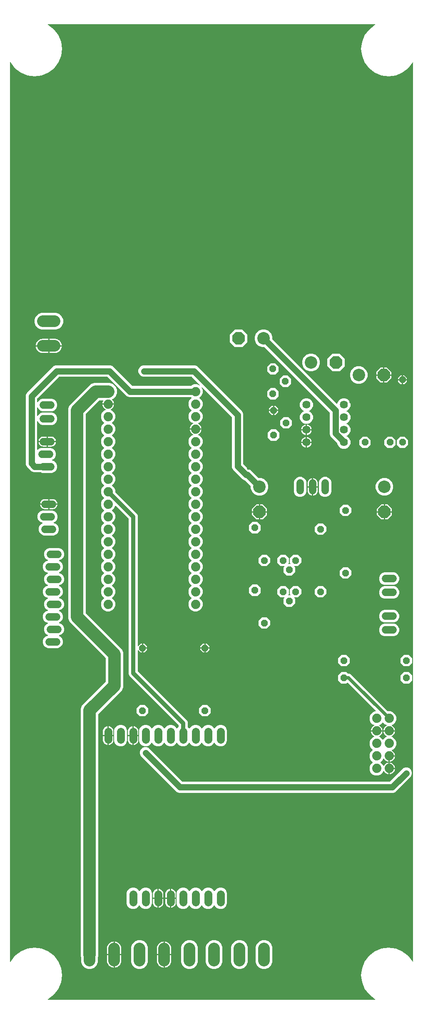
<source format=gbr>
G04 EAGLE Gerber RS-274X export*
G75*
%MOMM*%
%FSLAX34Y34*%
%LPD*%
%INBottom Copper*%
%IPPOS*%
%AMOC8*
5,1,8,0,0,1.08239X$1,22.5*%
G01*
%ADD10C,2.400000*%
%ADD11C,1.879600*%
%ADD12C,1.648500*%
%ADD13C,1.524000*%
%ADD14C,2.540000*%
%ADD15P,2.749271X8X292.500000*%
%ADD16P,1.429621X8X202.500000*%
%ADD17P,1.429621X8X292.500000*%
%ADD18P,1.429621X8X112.500000*%
%ADD19P,1.429621X8X22.500000*%
%ADD20C,1.625600*%
%ADD21P,2.749271X8X22.500000*%
%ADD22P,2.749271X8X202.500000*%
%ADD23C,0.756400*%
%ADD24C,0.635000*%
%ADD25C,0.812800*%
%ADD26C,2.540000*%
%ADD27C,1.270000*%

G36*
X752473Y10179D02*
X752473Y10179D01*
X752573Y10193D01*
X752583Y10198D01*
X752595Y10200D01*
X752682Y10252D01*
X752770Y10300D01*
X752778Y10308D01*
X752788Y10315D01*
X752852Y10393D01*
X752918Y10468D01*
X752922Y10480D01*
X752930Y10489D01*
X752962Y10584D01*
X752998Y10678D01*
X752998Y10690D01*
X753001Y10701D01*
X752998Y10801D01*
X752999Y10902D01*
X752995Y10914D01*
X752995Y10926D01*
X752957Y11018D01*
X752923Y11113D01*
X752915Y11122D01*
X752911Y11133D01*
X752843Y11208D01*
X752778Y11284D01*
X752766Y11291D01*
X752759Y11299D01*
X752718Y11320D01*
X752617Y11381D01*
X752062Y11611D01*
X740490Y20490D01*
X731611Y32062D01*
X726029Y45538D01*
X724125Y60000D01*
X726029Y74462D01*
X731611Y87938D01*
X740490Y99510D01*
X752062Y108389D01*
X765538Y113971D01*
X780000Y115875D01*
X794462Y113971D01*
X807938Y108389D01*
X819510Y99510D01*
X828389Y87938D01*
X828619Y87383D01*
X828673Y87299D01*
X828725Y87212D01*
X828734Y87204D01*
X828740Y87194D01*
X828821Y87134D01*
X828899Y87070D01*
X828910Y87067D01*
X828920Y87059D01*
X829016Y87031D01*
X829111Y86999D01*
X829123Y86999D01*
X829135Y86996D01*
X829235Y87002D01*
X829336Y87005D01*
X829347Y87010D01*
X829358Y87010D01*
X829450Y87052D01*
X829543Y87089D01*
X829552Y87097D01*
X829563Y87102D01*
X829635Y87173D01*
X829709Y87241D01*
X829715Y87251D01*
X829723Y87260D01*
X829765Y87351D01*
X829812Y87440D01*
X829814Y87453D01*
X829818Y87463D01*
X829822Y87508D01*
X829839Y87626D01*
X829839Y1912374D01*
X829821Y1912473D01*
X829807Y1912573D01*
X829802Y1912583D01*
X829800Y1912595D01*
X829748Y1912682D01*
X829700Y1912770D01*
X829692Y1912778D01*
X829685Y1912788D01*
X829607Y1912852D01*
X829532Y1912918D01*
X829520Y1912922D01*
X829511Y1912930D01*
X829416Y1912962D01*
X829322Y1912997D01*
X829310Y1912998D01*
X829299Y1913001D01*
X829199Y1912998D01*
X829098Y1912999D01*
X829086Y1912995D01*
X829074Y1912995D01*
X828982Y1912957D01*
X828887Y1912923D01*
X828878Y1912915D01*
X828867Y1912910D01*
X828792Y1912843D01*
X828716Y1912777D01*
X828709Y1912766D01*
X828701Y1912759D01*
X828680Y1912718D01*
X828619Y1912617D01*
X828389Y1912062D01*
X819510Y1900490D01*
X807938Y1891611D01*
X794462Y1886029D01*
X780000Y1884125D01*
X765538Y1886029D01*
X752062Y1891611D01*
X740490Y1900490D01*
X731611Y1912062D01*
X726029Y1925538D01*
X724125Y1940000D01*
X726029Y1954461D01*
X731611Y1967938D01*
X740490Y1979510D01*
X752062Y1988389D01*
X752617Y1988619D01*
X752701Y1988673D01*
X752788Y1988725D01*
X752796Y1988734D01*
X752806Y1988740D01*
X752866Y1988821D01*
X752930Y1988899D01*
X752933Y1988910D01*
X752941Y1988920D01*
X752969Y1989016D01*
X753001Y1989111D01*
X753001Y1989123D01*
X753004Y1989135D01*
X752998Y1989235D01*
X752995Y1989336D01*
X752990Y1989347D01*
X752990Y1989358D01*
X752948Y1989450D01*
X752911Y1989543D01*
X752902Y1989552D01*
X752898Y1989563D01*
X752827Y1989635D01*
X752759Y1989709D01*
X752749Y1989714D01*
X752740Y1989723D01*
X752649Y1989766D01*
X752560Y1989812D01*
X752547Y1989814D01*
X752537Y1989818D01*
X752491Y1989822D01*
X752374Y1989839D01*
X87626Y1989839D01*
X87527Y1989821D01*
X87427Y1989807D01*
X87417Y1989802D01*
X87405Y1989800D01*
X87318Y1989748D01*
X87230Y1989700D01*
X87222Y1989692D01*
X87212Y1989685D01*
X87148Y1989607D01*
X87082Y1989532D01*
X87078Y1989520D01*
X87070Y1989511D01*
X87038Y1989416D01*
X87003Y1989322D01*
X87002Y1989310D01*
X86999Y1989299D01*
X87002Y1989199D01*
X87001Y1989098D01*
X87005Y1989086D01*
X87005Y1989074D01*
X87043Y1988982D01*
X87077Y1988887D01*
X87085Y1988878D01*
X87090Y1988867D01*
X87157Y1988792D01*
X87223Y1988716D01*
X87234Y1988709D01*
X87241Y1988701D01*
X87282Y1988680D01*
X87383Y1988619D01*
X87938Y1988389D01*
X99510Y1979510D01*
X108389Y1967938D01*
X113971Y1954462D01*
X115875Y1940000D01*
X113971Y1925538D01*
X108389Y1912062D01*
X99510Y1900490D01*
X87938Y1891611D01*
X74462Y1886029D01*
X60000Y1884125D01*
X45538Y1886029D01*
X32062Y1891611D01*
X20490Y1900490D01*
X11611Y1912062D01*
X11381Y1912617D01*
X11327Y1912701D01*
X11275Y1912788D01*
X11266Y1912796D01*
X11260Y1912806D01*
X11179Y1912866D01*
X11101Y1912930D01*
X11090Y1912933D01*
X11080Y1912940D01*
X10984Y1912969D01*
X10889Y1913001D01*
X10877Y1913001D01*
X10865Y1913004D01*
X10765Y1912998D01*
X10664Y1912995D01*
X10653Y1912990D01*
X10642Y1912990D01*
X10550Y1912948D01*
X10457Y1912910D01*
X10448Y1912902D01*
X10437Y1912898D01*
X10365Y1912827D01*
X10291Y1912759D01*
X10285Y1912748D01*
X10277Y1912740D01*
X10235Y1912649D01*
X10188Y1912559D01*
X10186Y1912547D01*
X10182Y1912537D01*
X10178Y1912491D01*
X10161Y1912374D01*
X10161Y87626D01*
X10179Y87527D01*
X10193Y87427D01*
X10198Y87417D01*
X10200Y87405D01*
X10252Y87318D01*
X10300Y87230D01*
X10308Y87222D01*
X10315Y87212D01*
X10393Y87148D01*
X10468Y87082D01*
X10480Y87078D01*
X10489Y87070D01*
X10584Y87038D01*
X10678Y87002D01*
X10690Y87002D01*
X10701Y86999D01*
X10801Y87002D01*
X10902Y87001D01*
X10914Y87005D01*
X10926Y87005D01*
X11018Y87043D01*
X11113Y87077D01*
X11122Y87085D01*
X11133Y87089D01*
X11208Y87157D01*
X11284Y87222D01*
X11291Y87234D01*
X11299Y87241D01*
X11320Y87282D01*
X11381Y87383D01*
X11611Y87938D01*
X20490Y99510D01*
X32062Y108389D01*
X45538Y113971D01*
X60000Y115875D01*
X74462Y113971D01*
X87938Y108389D01*
X99510Y99510D01*
X108389Y87938D01*
X113971Y74462D01*
X115875Y60000D01*
X113971Y45538D01*
X108389Y32062D01*
X99510Y20490D01*
X87938Y11611D01*
X87383Y11381D01*
X87299Y11327D01*
X87212Y11275D01*
X87204Y11266D01*
X87194Y11260D01*
X87134Y11179D01*
X87070Y11101D01*
X87067Y11090D01*
X87059Y11080D01*
X87031Y10984D01*
X86999Y10889D01*
X86999Y10877D01*
X86996Y10865D01*
X87002Y10765D01*
X87005Y10664D01*
X87010Y10653D01*
X87010Y10642D01*
X87052Y10550D01*
X87089Y10457D01*
X87097Y10448D01*
X87102Y10437D01*
X87173Y10365D01*
X87241Y10291D01*
X87251Y10285D01*
X87260Y10277D01*
X87351Y10235D01*
X87440Y10188D01*
X87453Y10186D01*
X87463Y10182D01*
X87508Y10178D01*
X87626Y10161D01*
X752374Y10161D01*
X752473Y10179D01*
G37*
%LPC*%
G36*
X168452Y72519D02*
X168452Y72519D01*
X162174Y75120D01*
X157370Y79924D01*
X154769Y86202D01*
X154769Y96247D01*
X154764Y96277D01*
X154766Y96308D01*
X154738Y96423D01*
X154730Y96468D01*
X154724Y96477D01*
X154721Y96490D01*
X154069Y98063D01*
X154069Y600837D01*
X156776Y607372D01*
X204283Y654879D01*
X204308Y654914D01*
X204339Y654943D01*
X204371Y655006D01*
X204412Y655063D01*
X204422Y655105D01*
X204442Y655142D01*
X204455Y655232D01*
X204468Y655281D01*
X204465Y655302D01*
X204469Y655328D01*
X204469Y703572D01*
X204462Y703614D01*
X204464Y703656D01*
X204442Y703724D01*
X204430Y703793D01*
X204408Y703830D01*
X204395Y703870D01*
X204341Y703943D01*
X204315Y703986D01*
X204299Y703999D01*
X204283Y704021D01*
X130976Y777328D01*
X128269Y783863D01*
X128269Y1210037D01*
X130976Y1216572D01*
X136067Y1221663D01*
X168987Y1254583D01*
X174078Y1259674D01*
X180613Y1262381D01*
X213087Y1262381D01*
X219622Y1259674D01*
X224624Y1254672D01*
X227331Y1248137D01*
X227331Y1241063D01*
X224624Y1234528D01*
X219622Y1229526D01*
X218014Y1228860D01*
X217949Y1228818D01*
X217879Y1228784D01*
X217855Y1228758D01*
X217825Y1228739D01*
X217779Y1228677D01*
X217725Y1228621D01*
X217712Y1228588D01*
X217690Y1228560D01*
X217668Y1228485D01*
X217638Y1228414D01*
X217636Y1228379D01*
X217626Y1228345D01*
X217631Y1228267D01*
X217628Y1228190D01*
X217639Y1228156D01*
X217641Y1228121D01*
X217673Y1228050D01*
X217697Y1227976D01*
X217721Y1227944D01*
X217733Y1227916D01*
X217766Y1227883D01*
X217808Y1227826D01*
X218656Y1226978D01*
X219761Y1225457D01*
X220614Y1223783D01*
X221195Y1221996D01*
X221437Y1220469D01*
X210185Y1220469D01*
X210120Y1220458D01*
X210055Y1220456D01*
X210011Y1220438D01*
X209964Y1220430D01*
X209908Y1220396D01*
X209847Y1220371D01*
X209812Y1220339D01*
X209771Y1220315D01*
X209730Y1220264D01*
X209681Y1220220D01*
X209659Y1220178D01*
X209630Y1220141D01*
X209609Y1220079D01*
X209579Y1220020D01*
X209570Y1219966D01*
X209558Y1219929D01*
X209559Y1219889D01*
X209551Y1219835D01*
X209551Y1218565D01*
X209563Y1218500D01*
X209564Y1218434D01*
X209582Y1218391D01*
X209591Y1218344D01*
X209624Y1218287D01*
X209649Y1218227D01*
X209681Y1218192D01*
X209705Y1218151D01*
X209756Y1218110D01*
X209800Y1218061D01*
X209842Y1218039D01*
X209879Y1218010D01*
X209941Y1217989D01*
X210000Y1217958D01*
X210054Y1217950D01*
X210091Y1217938D01*
X210131Y1217939D01*
X210185Y1217931D01*
X221437Y1217931D01*
X221195Y1216404D01*
X220614Y1214617D01*
X219761Y1212943D01*
X218656Y1211422D01*
X217328Y1210094D01*
X215807Y1208989D01*
X214750Y1208450D01*
X214698Y1208411D01*
X214642Y1208381D01*
X214610Y1208344D01*
X214571Y1208315D01*
X214536Y1208260D01*
X214494Y1208212D01*
X214477Y1208166D01*
X214451Y1208125D01*
X214437Y1208062D01*
X214414Y1208002D01*
X214414Y1207953D01*
X214404Y1207906D01*
X214413Y1207842D01*
X214413Y1207778D01*
X214429Y1207732D01*
X214436Y1207684D01*
X214467Y1207627D01*
X214489Y1207567D01*
X214521Y1207530D01*
X214544Y1207487D01*
X214593Y1207445D01*
X214634Y1207396D01*
X214683Y1207366D01*
X214713Y1207340D01*
X214749Y1207327D01*
X214795Y1207299D01*
X217752Y1206074D01*
X221824Y1202002D01*
X224029Y1196680D01*
X224029Y1190920D01*
X221824Y1185598D01*
X217775Y1181548D01*
X217737Y1181495D01*
X217692Y1181447D01*
X217673Y1181403D01*
X217646Y1181364D01*
X217630Y1181301D01*
X217604Y1181240D01*
X217602Y1181193D01*
X217590Y1181147D01*
X217597Y1181082D01*
X217594Y1181016D01*
X217609Y1180971D01*
X217614Y1180924D01*
X217643Y1180865D01*
X217663Y1180802D01*
X217696Y1180758D01*
X217713Y1180723D01*
X217742Y1180696D01*
X217775Y1180652D01*
X221824Y1176602D01*
X224029Y1171280D01*
X224029Y1165520D01*
X221824Y1160198D01*
X217775Y1156148D01*
X217737Y1156095D01*
X217692Y1156047D01*
X217673Y1156003D01*
X217646Y1155964D01*
X217630Y1155901D01*
X217604Y1155840D01*
X217602Y1155793D01*
X217590Y1155747D01*
X217597Y1155682D01*
X217594Y1155616D01*
X217609Y1155571D01*
X217614Y1155524D01*
X217643Y1155465D01*
X217663Y1155402D01*
X217696Y1155358D01*
X217713Y1155323D01*
X217742Y1155296D01*
X217775Y1155252D01*
X221824Y1151202D01*
X224029Y1145880D01*
X224029Y1140120D01*
X221824Y1134798D01*
X217775Y1130748D01*
X217737Y1130695D01*
X217692Y1130647D01*
X217673Y1130603D01*
X217646Y1130564D01*
X217630Y1130501D01*
X217604Y1130440D01*
X217602Y1130393D01*
X217590Y1130347D01*
X217597Y1130282D01*
X217594Y1130216D01*
X217609Y1130171D01*
X217614Y1130124D01*
X217643Y1130065D01*
X217663Y1130002D01*
X217696Y1129958D01*
X217713Y1129923D01*
X217742Y1129896D01*
X217775Y1129852D01*
X221824Y1125802D01*
X224029Y1120480D01*
X224029Y1114720D01*
X221824Y1109398D01*
X217775Y1105348D01*
X217737Y1105295D01*
X217692Y1105247D01*
X217673Y1105203D01*
X217646Y1105164D01*
X217630Y1105101D01*
X217604Y1105040D01*
X217602Y1104993D01*
X217590Y1104947D01*
X217597Y1104882D01*
X217594Y1104816D01*
X217609Y1104771D01*
X217614Y1104724D01*
X217643Y1104665D01*
X217663Y1104602D01*
X217696Y1104558D01*
X217713Y1104523D01*
X217742Y1104496D01*
X217775Y1104452D01*
X221824Y1100402D01*
X224029Y1095080D01*
X224029Y1089320D01*
X221824Y1083998D01*
X217775Y1079948D01*
X217737Y1079895D01*
X217692Y1079847D01*
X217681Y1079822D01*
X217674Y1079812D01*
X217668Y1079795D01*
X217646Y1079764D01*
X217630Y1079701D01*
X217604Y1079640D01*
X217603Y1079602D01*
X217602Y1079600D01*
X217602Y1079592D01*
X217590Y1079547D01*
X217597Y1079482D01*
X217594Y1079416D01*
X217609Y1079371D01*
X217614Y1079324D01*
X217643Y1079265D01*
X217663Y1079202D01*
X217696Y1079158D01*
X217713Y1079123D01*
X217742Y1079096D01*
X217775Y1079052D01*
X221824Y1075002D01*
X224029Y1069680D01*
X224029Y1063920D01*
X221824Y1058598D01*
X217775Y1054548D01*
X217737Y1054495D01*
X217692Y1054447D01*
X217673Y1054403D01*
X217646Y1054364D01*
X217630Y1054301D01*
X217604Y1054240D01*
X217602Y1054193D01*
X217590Y1054147D01*
X217597Y1054082D01*
X217594Y1054016D01*
X217609Y1053971D01*
X217614Y1053924D01*
X217643Y1053865D01*
X217663Y1053802D01*
X217696Y1053758D01*
X217713Y1053723D01*
X217742Y1053696D01*
X217775Y1053652D01*
X221824Y1049602D01*
X224029Y1044280D01*
X224029Y1040117D01*
X224036Y1040075D01*
X224034Y1040032D01*
X224056Y1039965D01*
X224068Y1039896D01*
X224090Y1039859D01*
X224103Y1039819D01*
X224157Y1039746D01*
X224183Y1039703D01*
X224199Y1039689D01*
X224215Y1039668D01*
X268103Y995780D01*
X269495Y992419D01*
X269495Y728459D01*
X269511Y728371D01*
X269520Y728282D01*
X269530Y728261D01*
X269534Y728238D01*
X269580Y728161D01*
X269619Y728081D01*
X269636Y728065D01*
X269649Y728044D01*
X269718Y727988D01*
X269782Y727927D01*
X269804Y727918D01*
X269823Y727903D01*
X269907Y727875D01*
X269989Y727840D01*
X270013Y727839D01*
X270035Y727831D01*
X270124Y727834D01*
X270213Y727830D01*
X270236Y727837D01*
X270260Y727838D01*
X270342Y727871D01*
X270427Y727899D01*
X270448Y727914D01*
X270467Y727922D01*
X270505Y727956D01*
X270577Y728010D01*
X275612Y733045D01*
X278131Y733045D01*
X278131Y724535D01*
X278142Y724470D01*
X278144Y724405D01*
X278162Y724361D01*
X278170Y724314D01*
X278204Y724258D01*
X278229Y724197D01*
X278260Y724162D01*
X278285Y724121D01*
X278336Y724080D01*
X278380Y724031D01*
X278422Y724009D01*
X278459Y723980D01*
X278521Y723959D01*
X278580Y723929D01*
X278634Y723920D01*
X278671Y723908D01*
X278711Y723909D01*
X278765Y723901D01*
X279401Y723901D01*
X279401Y723899D01*
X278765Y723899D01*
X278700Y723887D01*
X278634Y723886D01*
X278591Y723868D01*
X278544Y723859D01*
X278487Y723826D01*
X278427Y723801D01*
X278392Y723769D01*
X278351Y723745D01*
X278310Y723694D01*
X278261Y723650D01*
X278239Y723608D01*
X278210Y723571D01*
X278189Y723509D01*
X278158Y723450D01*
X278150Y723396D01*
X278138Y723359D01*
X278139Y723319D01*
X278131Y723265D01*
X278131Y714755D01*
X275612Y714755D01*
X270577Y719790D01*
X270504Y719841D01*
X270435Y719897D01*
X270413Y719904D01*
X270393Y719918D01*
X270307Y719940D01*
X270223Y719969D01*
X270199Y719968D01*
X270176Y719974D01*
X270087Y719965D01*
X269998Y719962D01*
X269976Y719953D01*
X269953Y719951D01*
X269873Y719911D01*
X269791Y719878D01*
X269773Y719862D01*
X269752Y719851D01*
X269691Y719787D01*
X269625Y719726D01*
X269614Y719705D01*
X269598Y719688D01*
X269563Y719606D01*
X269522Y719527D01*
X269519Y719501D01*
X269510Y719481D01*
X269508Y719431D01*
X269495Y719341D01*
X269495Y677151D01*
X269502Y677109D01*
X269500Y677066D01*
X269522Y676999D01*
X269534Y676930D01*
X269556Y676893D01*
X269569Y676853D01*
X269623Y676780D01*
X269649Y676737D01*
X269665Y676723D01*
X269681Y676702D01*
X369703Y576680D01*
X371095Y573319D01*
X371095Y564302D01*
X371102Y564261D01*
X371100Y564218D01*
X371122Y564151D01*
X371134Y564082D01*
X371156Y564045D01*
X371169Y564005D01*
X371223Y563932D01*
X371249Y563888D01*
X371265Y563875D01*
X371281Y563854D01*
X373245Y561890D01*
X374064Y559912D01*
X374112Y559837D01*
X374155Y559759D01*
X374172Y559743D01*
X374185Y559723D01*
X374256Y559670D01*
X374323Y559611D01*
X374346Y559602D01*
X374365Y559588D01*
X374450Y559563D01*
X374533Y559531D01*
X374557Y559531D01*
X374580Y559524D01*
X374669Y559530D01*
X374757Y559530D01*
X374780Y559538D01*
X374803Y559539D01*
X374885Y559576D01*
X374968Y559606D01*
X374987Y559621D01*
X375008Y559631D01*
X375072Y559694D01*
X375139Y559751D01*
X375153Y559774D01*
X375168Y559789D01*
X375189Y559834D01*
X375236Y559912D01*
X376055Y561890D01*
X379803Y565637D01*
X384700Y567666D01*
X390000Y567666D01*
X394897Y565637D01*
X398645Y561890D01*
X399464Y559912D01*
X399512Y559837D01*
X399555Y559759D01*
X399572Y559743D01*
X399585Y559723D01*
X399656Y559670D01*
X399723Y559611D01*
X399746Y559602D01*
X399765Y559588D01*
X399850Y559563D01*
X399933Y559531D01*
X399957Y559531D01*
X399980Y559524D01*
X400069Y559530D01*
X400157Y559530D01*
X400180Y559538D01*
X400203Y559539D01*
X400285Y559576D01*
X400368Y559606D01*
X400387Y559621D01*
X400408Y559631D01*
X400472Y559694D01*
X400539Y559751D01*
X400553Y559774D01*
X400568Y559789D01*
X400589Y559834D01*
X400636Y559912D01*
X401455Y561890D01*
X405203Y565637D01*
X410100Y567666D01*
X415400Y567666D01*
X420297Y565637D01*
X424045Y561890D01*
X424864Y559912D01*
X424912Y559837D01*
X424955Y559759D01*
X424972Y559743D01*
X424985Y559723D01*
X425056Y559670D01*
X425123Y559611D01*
X425146Y559602D01*
X425165Y559588D01*
X425250Y559563D01*
X425333Y559531D01*
X425357Y559531D01*
X425380Y559524D01*
X425469Y559530D01*
X425557Y559530D01*
X425580Y559538D01*
X425603Y559539D01*
X425685Y559576D01*
X425768Y559606D01*
X425787Y559621D01*
X425808Y559631D01*
X425872Y559694D01*
X425939Y559751D01*
X425953Y559774D01*
X425968Y559789D01*
X425989Y559834D01*
X426036Y559912D01*
X426855Y561890D01*
X430603Y565637D01*
X435500Y567666D01*
X440800Y567666D01*
X445697Y565637D01*
X449445Y561890D01*
X451473Y556993D01*
X451473Y535207D01*
X449445Y530310D01*
X445697Y526563D01*
X440800Y524534D01*
X435500Y524534D01*
X430603Y526563D01*
X426855Y530310D01*
X426036Y532288D01*
X425988Y532363D01*
X425946Y532441D01*
X425928Y532457D01*
X425915Y532477D01*
X425844Y532530D01*
X425777Y532589D01*
X425754Y532597D01*
X425735Y532612D01*
X425650Y532637D01*
X425567Y532669D01*
X425543Y532669D01*
X425520Y532676D01*
X425432Y532670D01*
X425343Y532670D01*
X425320Y532662D01*
X425297Y532661D01*
X425215Y532624D01*
X425132Y532594D01*
X425114Y532579D01*
X425092Y532569D01*
X425028Y532506D01*
X424961Y532449D01*
X424947Y532426D01*
X424932Y532411D01*
X424911Y532366D01*
X424864Y532288D01*
X424045Y530310D01*
X420297Y526563D01*
X415400Y524534D01*
X410100Y524534D01*
X405203Y526563D01*
X401455Y530310D01*
X400636Y532288D01*
X400588Y532363D01*
X400546Y532441D01*
X400528Y532457D01*
X400515Y532477D01*
X400444Y532530D01*
X400377Y532589D01*
X400354Y532597D01*
X400335Y532612D01*
X400250Y532637D01*
X400167Y532669D01*
X400143Y532669D01*
X400120Y532676D01*
X400032Y532670D01*
X399943Y532670D01*
X399920Y532662D01*
X399897Y532661D01*
X399815Y532624D01*
X399732Y532594D01*
X399714Y532579D01*
X399692Y532569D01*
X399628Y532506D01*
X399561Y532449D01*
X399547Y532426D01*
X399532Y532411D01*
X399511Y532366D01*
X399464Y532288D01*
X398645Y530310D01*
X394897Y526563D01*
X390000Y524534D01*
X384700Y524534D01*
X379803Y526563D01*
X376055Y530310D01*
X375236Y532288D01*
X375188Y532363D01*
X375146Y532441D01*
X375128Y532457D01*
X375115Y532477D01*
X375044Y532530D01*
X374977Y532589D01*
X374954Y532597D01*
X374935Y532612D01*
X374850Y532637D01*
X374767Y532669D01*
X374743Y532669D01*
X374720Y532676D01*
X374632Y532670D01*
X374543Y532670D01*
X374520Y532662D01*
X374497Y532661D01*
X374415Y532624D01*
X374332Y532594D01*
X374314Y532579D01*
X374292Y532569D01*
X374228Y532506D01*
X374161Y532449D01*
X374147Y532426D01*
X374132Y532411D01*
X374111Y532366D01*
X374064Y532288D01*
X373245Y530310D01*
X369497Y526563D01*
X364600Y524534D01*
X359300Y524534D01*
X354403Y526563D01*
X350655Y530310D01*
X349836Y532288D01*
X349788Y532363D01*
X349746Y532441D01*
X349728Y532457D01*
X349715Y532477D01*
X349644Y532530D01*
X349577Y532589D01*
X349554Y532597D01*
X349535Y532612D01*
X349450Y532637D01*
X349367Y532669D01*
X349343Y532669D01*
X349320Y532676D01*
X349232Y532670D01*
X349143Y532670D01*
X349120Y532662D01*
X349097Y532661D01*
X349015Y532624D01*
X348932Y532594D01*
X348914Y532579D01*
X348892Y532569D01*
X348828Y532506D01*
X348761Y532449D01*
X348747Y532426D01*
X348732Y532411D01*
X348711Y532366D01*
X348664Y532288D01*
X347845Y530310D01*
X344097Y526563D01*
X339200Y524534D01*
X333900Y524534D01*
X329003Y526563D01*
X325255Y530310D01*
X324436Y532288D01*
X324388Y532363D01*
X324346Y532441D01*
X324328Y532457D01*
X324315Y532477D01*
X324244Y532530D01*
X324177Y532589D01*
X324154Y532597D01*
X324135Y532612D01*
X324050Y532637D01*
X323967Y532669D01*
X323943Y532669D01*
X323920Y532676D01*
X323832Y532670D01*
X323743Y532670D01*
X323720Y532662D01*
X323697Y532661D01*
X323615Y532624D01*
X323532Y532594D01*
X323514Y532579D01*
X323492Y532569D01*
X323428Y532506D01*
X323361Y532449D01*
X323347Y532426D01*
X323332Y532411D01*
X323311Y532366D01*
X323264Y532288D01*
X322445Y530310D01*
X318697Y526563D01*
X313800Y524534D01*
X308500Y524534D01*
X303603Y526563D01*
X299855Y530310D01*
X299036Y532288D01*
X298988Y532363D01*
X298946Y532441D01*
X298928Y532457D01*
X298915Y532477D01*
X298844Y532530D01*
X298777Y532589D01*
X298754Y532597D01*
X298735Y532612D01*
X298650Y532637D01*
X298567Y532669D01*
X298543Y532669D01*
X298520Y532676D01*
X298432Y532670D01*
X298343Y532670D01*
X298320Y532662D01*
X298297Y532661D01*
X298215Y532624D01*
X298132Y532594D01*
X298114Y532579D01*
X298092Y532569D01*
X298028Y532506D01*
X297961Y532449D01*
X297947Y532426D01*
X297932Y532411D01*
X297911Y532366D01*
X297864Y532288D01*
X297045Y530310D01*
X293297Y526563D01*
X288400Y524534D01*
X283100Y524534D01*
X278203Y526563D01*
X274455Y530310D01*
X272427Y535207D01*
X272427Y556993D01*
X274455Y561890D01*
X278203Y565637D01*
X283100Y567666D01*
X288400Y567666D01*
X293297Y565637D01*
X297045Y561890D01*
X297864Y559912D01*
X297912Y559837D01*
X297955Y559759D01*
X297972Y559743D01*
X297985Y559723D01*
X298056Y559670D01*
X298123Y559611D01*
X298146Y559602D01*
X298165Y559588D01*
X298250Y559563D01*
X298333Y559531D01*
X298357Y559531D01*
X298380Y559524D01*
X298469Y559530D01*
X298557Y559530D01*
X298580Y559538D01*
X298603Y559539D01*
X298685Y559576D01*
X298768Y559606D01*
X298787Y559621D01*
X298808Y559631D01*
X298872Y559694D01*
X298939Y559751D01*
X298953Y559774D01*
X298968Y559789D01*
X298989Y559834D01*
X299036Y559912D01*
X299855Y561890D01*
X303603Y565637D01*
X308500Y567666D01*
X313800Y567666D01*
X318697Y565637D01*
X322445Y561890D01*
X323264Y559912D01*
X323312Y559837D01*
X323355Y559759D01*
X323372Y559743D01*
X323385Y559723D01*
X323456Y559670D01*
X323523Y559611D01*
X323546Y559602D01*
X323565Y559588D01*
X323650Y559563D01*
X323733Y559531D01*
X323757Y559531D01*
X323780Y559524D01*
X323869Y559530D01*
X323957Y559530D01*
X323980Y559538D01*
X324003Y559539D01*
X324085Y559576D01*
X324168Y559606D01*
X324187Y559621D01*
X324208Y559631D01*
X324272Y559694D01*
X324339Y559751D01*
X324353Y559774D01*
X324368Y559789D01*
X324389Y559834D01*
X324436Y559912D01*
X325255Y561890D01*
X329003Y565637D01*
X333900Y567666D01*
X339200Y567666D01*
X344097Y565637D01*
X347845Y561890D01*
X348664Y559912D01*
X348712Y559837D01*
X348755Y559759D01*
X348772Y559743D01*
X348785Y559723D01*
X348856Y559670D01*
X348923Y559611D01*
X348946Y559602D01*
X348965Y559588D01*
X349050Y559563D01*
X349133Y559531D01*
X349157Y559531D01*
X349180Y559524D01*
X349269Y559530D01*
X349357Y559530D01*
X349380Y559538D01*
X349403Y559539D01*
X349485Y559576D01*
X349568Y559606D01*
X349587Y559621D01*
X349608Y559631D01*
X349672Y559694D01*
X349739Y559751D01*
X349753Y559774D01*
X349768Y559789D01*
X349789Y559834D01*
X349836Y559912D01*
X350655Y561890D01*
X352619Y563854D01*
X352644Y563889D01*
X352675Y563917D01*
X352707Y563980D01*
X352748Y564038D01*
X352758Y564079D01*
X352778Y564117D01*
X352791Y564207D01*
X352804Y564255D01*
X352801Y564276D01*
X352805Y564302D01*
X352805Y567449D01*
X352798Y567491D01*
X352800Y567534D01*
X352778Y567601D01*
X352766Y567670D01*
X352744Y567707D01*
X352731Y567747D01*
X352677Y567820D01*
X352651Y567863D01*
X352635Y567877D01*
X352619Y567898D01*
X252597Y667920D01*
X251205Y671281D01*
X251205Y986549D01*
X251198Y986591D01*
X251200Y986634D01*
X251178Y986701D01*
X251166Y986770D01*
X251144Y986807D01*
X251131Y986847D01*
X251077Y986920D01*
X251051Y986963D01*
X251035Y986977D01*
X251019Y986998D01*
X224954Y1013063D01*
X224891Y1013107D01*
X224832Y1013158D01*
X224799Y1013171D01*
X224770Y1013191D01*
X224695Y1013210D01*
X224623Y1013238D01*
X224587Y1013238D01*
X224553Y1013247D01*
X224476Y1013239D01*
X224398Y1013240D01*
X224365Y1013227D01*
X224330Y1013224D01*
X224260Y1013190D01*
X224187Y1013163D01*
X224160Y1013140D01*
X224129Y1013124D01*
X224076Y1013068D01*
X224016Y1013018D01*
X223996Y1012983D01*
X223975Y1012961D01*
X223957Y1012918D01*
X223920Y1012857D01*
X221824Y1007798D01*
X217775Y1003748D01*
X217737Y1003695D01*
X217692Y1003647D01*
X217673Y1003603D01*
X217646Y1003564D01*
X217630Y1003501D01*
X217604Y1003440D01*
X217602Y1003393D01*
X217590Y1003347D01*
X217597Y1003282D01*
X217594Y1003216D01*
X217609Y1003171D01*
X217614Y1003124D01*
X217643Y1003065D01*
X217663Y1003002D01*
X217696Y1002958D01*
X217713Y1002923D01*
X217742Y1002896D01*
X217775Y1002852D01*
X221824Y998802D01*
X224029Y993480D01*
X224029Y987720D01*
X221824Y982398D01*
X217775Y978348D01*
X217737Y978295D01*
X217692Y978247D01*
X217673Y978203D01*
X217646Y978164D01*
X217630Y978101D01*
X217604Y978040D01*
X217602Y977993D01*
X217590Y977947D01*
X217597Y977882D01*
X217594Y977816D01*
X217609Y977771D01*
X217614Y977724D01*
X217643Y977665D01*
X217663Y977602D01*
X217696Y977558D01*
X217713Y977523D01*
X217742Y977496D01*
X217775Y977452D01*
X221824Y973402D01*
X224029Y968080D01*
X224029Y962320D01*
X221824Y956998D01*
X217775Y952948D01*
X217737Y952894D01*
X217692Y952847D01*
X217673Y952803D01*
X217646Y952764D01*
X217630Y952701D01*
X217604Y952640D01*
X217602Y952593D01*
X217590Y952547D01*
X217597Y952482D01*
X217594Y952416D01*
X217609Y952371D01*
X217614Y952324D01*
X217643Y952265D01*
X217663Y952202D01*
X217696Y952158D01*
X217713Y952123D01*
X217742Y952096D01*
X217775Y952052D01*
X221824Y948002D01*
X224029Y942680D01*
X224029Y936920D01*
X221824Y931598D01*
X217775Y927548D01*
X217737Y927495D01*
X217692Y927447D01*
X217673Y927403D01*
X217646Y927364D01*
X217630Y927301D01*
X217604Y927240D01*
X217602Y927193D01*
X217590Y927147D01*
X217597Y927082D01*
X217594Y927016D01*
X217609Y926971D01*
X217614Y926924D01*
X217643Y926865D01*
X217663Y926802D01*
X217696Y926758D01*
X217713Y926723D01*
X217742Y926696D01*
X217775Y926652D01*
X221824Y922602D01*
X224029Y917280D01*
X224029Y911520D01*
X221824Y906198D01*
X217775Y902148D01*
X217737Y902095D01*
X217692Y902047D01*
X217673Y902003D01*
X217646Y901964D01*
X217630Y901901D01*
X217604Y901840D01*
X217602Y901793D01*
X217590Y901747D01*
X217597Y901682D01*
X217594Y901616D01*
X217609Y901571D01*
X217614Y901524D01*
X217643Y901465D01*
X217663Y901402D01*
X217696Y901358D01*
X217713Y901323D01*
X217742Y901296D01*
X217775Y901252D01*
X221824Y897202D01*
X224029Y891880D01*
X224029Y886120D01*
X221824Y880798D01*
X217775Y876748D01*
X217737Y876695D01*
X217692Y876647D01*
X217673Y876603D01*
X217646Y876564D01*
X217630Y876501D01*
X217604Y876440D01*
X217602Y876393D01*
X217590Y876347D01*
X217597Y876282D01*
X217594Y876216D01*
X217609Y876171D01*
X217614Y876124D01*
X217643Y876065D01*
X217663Y876002D01*
X217696Y875958D01*
X217713Y875923D01*
X217742Y875896D01*
X217775Y875852D01*
X221824Y871802D01*
X224029Y866480D01*
X224029Y860720D01*
X221824Y855398D01*
X217775Y851348D01*
X217737Y851295D01*
X217692Y851247D01*
X217673Y851203D01*
X217646Y851164D01*
X217630Y851101D01*
X217604Y851040D01*
X217602Y850993D01*
X217590Y850947D01*
X217597Y850882D01*
X217594Y850816D01*
X217609Y850771D01*
X217614Y850724D01*
X217643Y850665D01*
X217663Y850602D01*
X217696Y850558D01*
X217713Y850523D01*
X217742Y850496D01*
X217775Y850452D01*
X221824Y846402D01*
X224029Y841080D01*
X224029Y835320D01*
X221824Y829998D01*
X217775Y825948D01*
X217737Y825895D01*
X217692Y825847D01*
X217673Y825803D01*
X217646Y825764D01*
X217630Y825701D01*
X217604Y825640D01*
X217602Y825593D01*
X217590Y825547D01*
X217597Y825482D01*
X217594Y825416D01*
X217609Y825371D01*
X217614Y825324D01*
X217643Y825265D01*
X217663Y825202D01*
X217696Y825158D01*
X217713Y825123D01*
X217742Y825096D01*
X217775Y825052D01*
X221824Y821002D01*
X224029Y815680D01*
X224029Y809920D01*
X221824Y804598D01*
X217752Y800526D01*
X212430Y798321D01*
X206670Y798321D01*
X201348Y800526D01*
X197276Y804598D01*
X195071Y809920D01*
X195071Y815680D01*
X197276Y821002D01*
X201325Y825052D01*
X201363Y825106D01*
X201408Y825153D01*
X201427Y825197D01*
X201454Y825236D01*
X201470Y825299D01*
X201496Y825360D01*
X201498Y825407D01*
X201510Y825453D01*
X201503Y825518D01*
X201506Y825584D01*
X201491Y825629D01*
X201486Y825676D01*
X201457Y825735D01*
X201437Y825798D01*
X201404Y825842D01*
X201387Y825877D01*
X201358Y825904D01*
X201325Y825948D01*
X197276Y829998D01*
X195071Y835320D01*
X195071Y841080D01*
X197276Y846402D01*
X201325Y850452D01*
X201363Y850506D01*
X201408Y850553D01*
X201427Y850597D01*
X201454Y850636D01*
X201470Y850699D01*
X201496Y850760D01*
X201498Y850807D01*
X201510Y850853D01*
X201503Y850918D01*
X201506Y850984D01*
X201491Y851029D01*
X201486Y851076D01*
X201457Y851135D01*
X201437Y851198D01*
X201404Y851242D01*
X201387Y851277D01*
X201358Y851304D01*
X201325Y851348D01*
X197276Y855398D01*
X195071Y860720D01*
X195071Y866480D01*
X197276Y871802D01*
X201325Y875852D01*
X201363Y875906D01*
X201408Y875953D01*
X201427Y875997D01*
X201454Y876036D01*
X201470Y876099D01*
X201496Y876160D01*
X201498Y876207D01*
X201510Y876253D01*
X201503Y876318D01*
X201506Y876384D01*
X201491Y876429D01*
X201486Y876476D01*
X201457Y876535D01*
X201437Y876598D01*
X201404Y876642D01*
X201387Y876677D01*
X201358Y876704D01*
X201325Y876748D01*
X197276Y880798D01*
X195071Y886120D01*
X195071Y891880D01*
X197276Y897202D01*
X201325Y901252D01*
X201363Y901306D01*
X201408Y901353D01*
X201427Y901397D01*
X201454Y901436D01*
X201470Y901499D01*
X201496Y901560D01*
X201498Y901607D01*
X201510Y901653D01*
X201503Y901718D01*
X201506Y901784D01*
X201491Y901829D01*
X201486Y901876D01*
X201457Y901935D01*
X201437Y901998D01*
X201404Y902042D01*
X201387Y902077D01*
X201358Y902104D01*
X201325Y902148D01*
X197276Y906198D01*
X195071Y911520D01*
X195071Y917280D01*
X197276Y922602D01*
X201325Y926652D01*
X201363Y926706D01*
X201408Y926753D01*
X201427Y926797D01*
X201454Y926836D01*
X201470Y926899D01*
X201496Y926960D01*
X201498Y927007D01*
X201510Y927053D01*
X201503Y927118D01*
X201506Y927184D01*
X201491Y927229D01*
X201486Y927276D01*
X201457Y927335D01*
X201437Y927398D01*
X201404Y927442D01*
X201387Y927477D01*
X201358Y927504D01*
X201325Y927548D01*
X197276Y931598D01*
X195071Y936920D01*
X195071Y942680D01*
X197276Y948002D01*
X201325Y952052D01*
X201363Y952105D01*
X201408Y952153D01*
X201427Y952197D01*
X201454Y952236D01*
X201470Y952299D01*
X201496Y952360D01*
X201498Y952407D01*
X201510Y952453D01*
X201503Y952518D01*
X201506Y952584D01*
X201491Y952629D01*
X201486Y952676D01*
X201457Y952735D01*
X201437Y952798D01*
X201404Y952842D01*
X201387Y952877D01*
X201358Y952904D01*
X201325Y952948D01*
X197276Y956998D01*
X195071Y962320D01*
X195071Y968080D01*
X197276Y973402D01*
X201325Y977452D01*
X201363Y977506D01*
X201408Y977553D01*
X201427Y977597D01*
X201454Y977636D01*
X201470Y977699D01*
X201496Y977760D01*
X201498Y977807D01*
X201510Y977853D01*
X201503Y977918D01*
X201506Y977984D01*
X201491Y978029D01*
X201486Y978076D01*
X201457Y978135D01*
X201437Y978198D01*
X201404Y978242D01*
X201387Y978277D01*
X201358Y978304D01*
X201325Y978348D01*
X197276Y982398D01*
X195071Y987720D01*
X195071Y993480D01*
X197276Y998802D01*
X201325Y1002852D01*
X201363Y1002906D01*
X201408Y1002953D01*
X201427Y1002997D01*
X201454Y1003036D01*
X201470Y1003099D01*
X201496Y1003160D01*
X201498Y1003207D01*
X201510Y1003253D01*
X201503Y1003318D01*
X201506Y1003384D01*
X201491Y1003429D01*
X201486Y1003476D01*
X201457Y1003535D01*
X201437Y1003598D01*
X201404Y1003642D01*
X201387Y1003677D01*
X201358Y1003704D01*
X201325Y1003748D01*
X197276Y1007798D01*
X195071Y1013120D01*
X195071Y1018880D01*
X197276Y1024202D01*
X201325Y1028252D01*
X201363Y1028306D01*
X201408Y1028353D01*
X201427Y1028397D01*
X201454Y1028436D01*
X201470Y1028499D01*
X201496Y1028560D01*
X201498Y1028607D01*
X201510Y1028653D01*
X201503Y1028718D01*
X201506Y1028784D01*
X201491Y1028829D01*
X201486Y1028876D01*
X201457Y1028935D01*
X201437Y1028998D01*
X201404Y1029042D01*
X201387Y1029077D01*
X201358Y1029104D01*
X201325Y1029148D01*
X197276Y1033198D01*
X195071Y1038520D01*
X195071Y1044280D01*
X197276Y1049602D01*
X201325Y1053652D01*
X201363Y1053706D01*
X201408Y1053753D01*
X201427Y1053797D01*
X201454Y1053836D01*
X201470Y1053899D01*
X201496Y1053960D01*
X201498Y1054007D01*
X201510Y1054053D01*
X201503Y1054118D01*
X201506Y1054184D01*
X201491Y1054229D01*
X201486Y1054276D01*
X201457Y1054335D01*
X201437Y1054398D01*
X201404Y1054442D01*
X201387Y1054477D01*
X201358Y1054504D01*
X201325Y1054548D01*
X197276Y1058598D01*
X195071Y1063920D01*
X195071Y1069680D01*
X197276Y1075002D01*
X201325Y1079052D01*
X201363Y1079106D01*
X201408Y1079153D01*
X201427Y1079197D01*
X201454Y1079236D01*
X201470Y1079299D01*
X201496Y1079360D01*
X201498Y1079407D01*
X201510Y1079453D01*
X201503Y1079518D01*
X201506Y1079584D01*
X201492Y1079628D01*
X201491Y1079637D01*
X201490Y1079640D01*
X201486Y1079676D01*
X201457Y1079735D01*
X201437Y1079798D01*
X201413Y1079830D01*
X201407Y1079845D01*
X201398Y1079855D01*
X201387Y1079877D01*
X201358Y1079904D01*
X201325Y1079948D01*
X197276Y1083998D01*
X195071Y1089320D01*
X195071Y1095080D01*
X197276Y1100402D01*
X201325Y1104452D01*
X201363Y1104506D01*
X201408Y1104553D01*
X201427Y1104597D01*
X201454Y1104636D01*
X201470Y1104699D01*
X201496Y1104760D01*
X201498Y1104807D01*
X201510Y1104853D01*
X201503Y1104918D01*
X201506Y1104984D01*
X201491Y1105029D01*
X201486Y1105076D01*
X201457Y1105135D01*
X201437Y1105198D01*
X201404Y1105242D01*
X201387Y1105277D01*
X201358Y1105304D01*
X201325Y1105348D01*
X197276Y1109398D01*
X195071Y1114720D01*
X195071Y1120480D01*
X197276Y1125802D01*
X201325Y1129852D01*
X201363Y1129906D01*
X201408Y1129953D01*
X201427Y1129997D01*
X201454Y1130036D01*
X201470Y1130099D01*
X201496Y1130160D01*
X201498Y1130207D01*
X201510Y1130253D01*
X201503Y1130318D01*
X201506Y1130384D01*
X201491Y1130429D01*
X201486Y1130476D01*
X201457Y1130535D01*
X201437Y1130598D01*
X201404Y1130642D01*
X201387Y1130677D01*
X201358Y1130704D01*
X201325Y1130748D01*
X197276Y1134798D01*
X195071Y1140120D01*
X195071Y1145880D01*
X197276Y1151202D01*
X201325Y1155252D01*
X201363Y1155306D01*
X201408Y1155353D01*
X201427Y1155397D01*
X201454Y1155436D01*
X201470Y1155499D01*
X201496Y1155560D01*
X201498Y1155607D01*
X201510Y1155653D01*
X201503Y1155718D01*
X201506Y1155784D01*
X201491Y1155829D01*
X201486Y1155876D01*
X201457Y1155935D01*
X201437Y1155998D01*
X201404Y1156042D01*
X201387Y1156077D01*
X201358Y1156104D01*
X201325Y1156148D01*
X197276Y1160198D01*
X195071Y1165520D01*
X195071Y1171280D01*
X197276Y1176602D01*
X201325Y1180652D01*
X201363Y1180706D01*
X201408Y1180753D01*
X201427Y1180797D01*
X201454Y1180836D01*
X201470Y1180899D01*
X201496Y1180960D01*
X201498Y1181007D01*
X201510Y1181053D01*
X201503Y1181118D01*
X201506Y1181184D01*
X201491Y1181229D01*
X201486Y1181276D01*
X201457Y1181335D01*
X201437Y1181398D01*
X201404Y1181442D01*
X201387Y1181477D01*
X201358Y1181504D01*
X201325Y1181548D01*
X197276Y1185598D01*
X195071Y1190920D01*
X195071Y1196680D01*
X197276Y1202002D01*
X201348Y1206074D01*
X204305Y1207299D01*
X204359Y1207334D01*
X204418Y1207360D01*
X204453Y1207394D01*
X204494Y1207420D01*
X204533Y1207472D01*
X204579Y1207517D01*
X204600Y1207561D01*
X204629Y1207600D01*
X204647Y1207661D01*
X204675Y1207720D01*
X204679Y1207768D01*
X204693Y1207815D01*
X204688Y1207879D01*
X204694Y1207943D01*
X204681Y1207990D01*
X204678Y1208039D01*
X204651Y1208097D01*
X204634Y1208159D01*
X204606Y1208199D01*
X204586Y1208243D01*
X204541Y1208289D01*
X204503Y1208341D01*
X204457Y1208374D01*
X204428Y1208403D01*
X204394Y1208419D01*
X204350Y1208450D01*
X203293Y1208989D01*
X201772Y1210094D01*
X200444Y1211422D01*
X199339Y1212943D01*
X198486Y1214617D01*
X197905Y1216404D01*
X197663Y1217931D01*
X208915Y1217931D01*
X208980Y1217942D01*
X209045Y1217944D01*
X209089Y1217962D01*
X209136Y1217970D01*
X209192Y1218004D01*
X209253Y1218029D01*
X209288Y1218060D01*
X209329Y1218085D01*
X209370Y1218136D01*
X209419Y1218180D01*
X209441Y1218222D01*
X209470Y1218259D01*
X209491Y1218321D01*
X209521Y1218380D01*
X209530Y1218434D01*
X209542Y1218471D01*
X209541Y1218511D01*
X209549Y1218565D01*
X209549Y1219835D01*
X209537Y1219900D01*
X209536Y1219965D01*
X209518Y1220009D01*
X209509Y1220056D01*
X209476Y1220113D01*
X209451Y1220173D01*
X209419Y1220208D01*
X209395Y1220249D01*
X209344Y1220290D01*
X209300Y1220339D01*
X209258Y1220361D01*
X209221Y1220390D01*
X209159Y1220411D01*
X209100Y1220442D01*
X209046Y1220450D01*
X209009Y1220462D01*
X208969Y1220461D01*
X208915Y1220469D01*
X197663Y1220469D01*
X197905Y1221996D01*
X198486Y1223783D01*
X199339Y1225457D01*
X199597Y1225812D01*
X199614Y1225848D01*
X199639Y1225879D01*
X199663Y1225948D01*
X199695Y1226014D01*
X199698Y1226054D01*
X199711Y1226091D01*
X199709Y1226165D01*
X199716Y1226238D01*
X199706Y1226276D01*
X199705Y1226316D01*
X199677Y1226383D01*
X199658Y1226454D01*
X199635Y1226487D01*
X199620Y1226523D01*
X199571Y1226578D01*
X199528Y1226637D01*
X199496Y1226660D01*
X199469Y1226689D01*
X199404Y1226723D01*
X199343Y1226764D01*
X199305Y1226773D01*
X199269Y1226792D01*
X199174Y1226806D01*
X199125Y1226818D01*
X199107Y1226816D01*
X199084Y1226819D01*
X191778Y1226819D01*
X191736Y1226812D01*
X191694Y1226814D01*
X191626Y1226792D01*
X191557Y1226780D01*
X191520Y1226758D01*
X191480Y1226745D01*
X191407Y1226691D01*
X191364Y1226665D01*
X191350Y1226649D01*
X191329Y1226633D01*
X164017Y1199321D01*
X163992Y1199286D01*
X163961Y1199257D01*
X163929Y1199194D01*
X163888Y1199137D01*
X163878Y1199095D01*
X163858Y1199058D01*
X163845Y1198968D01*
X163832Y1198919D01*
X163835Y1198898D01*
X163831Y1198872D01*
X163831Y795028D01*
X163838Y794986D01*
X163836Y794944D01*
X163858Y794876D01*
X163870Y794807D01*
X163892Y794770D01*
X163905Y794730D01*
X163959Y794657D01*
X163985Y794614D01*
X164001Y794601D01*
X164017Y794579D01*
X237324Y721272D01*
X240031Y714737D01*
X240031Y644163D01*
X237324Y637628D01*
X189817Y590121D01*
X189792Y590086D01*
X189761Y590057D01*
X189729Y589994D01*
X189688Y589937D01*
X189678Y589895D01*
X189658Y589858D01*
X189645Y589768D01*
X189632Y589719D01*
X189635Y589698D01*
X189631Y589672D01*
X189631Y98063D01*
X188979Y96490D01*
X188972Y96460D01*
X188958Y96432D01*
X188941Y96315D01*
X188931Y96271D01*
X188933Y96260D01*
X188931Y96247D01*
X188931Y86202D01*
X186330Y79924D01*
X181526Y75120D01*
X175248Y72519D01*
X168452Y72519D01*
G37*
%LPD*%
%LPC*%
G36*
X384470Y798321D02*
X384470Y798321D01*
X379148Y800526D01*
X375076Y804598D01*
X372871Y809920D01*
X372871Y815680D01*
X375076Y821002D01*
X379125Y825052D01*
X379163Y825105D01*
X379208Y825153D01*
X379227Y825197D01*
X379254Y825236D01*
X379270Y825299D01*
X379296Y825360D01*
X379298Y825407D01*
X379310Y825453D01*
X379303Y825518D01*
X379306Y825584D01*
X379291Y825629D01*
X379286Y825676D01*
X379257Y825735D01*
X379237Y825798D01*
X379204Y825842D01*
X379187Y825877D01*
X379158Y825904D01*
X379125Y825948D01*
X375076Y829998D01*
X372871Y835320D01*
X372871Y841080D01*
X375076Y846402D01*
X379125Y850452D01*
X379163Y850505D01*
X379208Y850553D01*
X379227Y850597D01*
X379254Y850636D01*
X379270Y850699D01*
X379296Y850760D01*
X379298Y850807D01*
X379310Y850853D01*
X379303Y850918D01*
X379306Y850984D01*
X379291Y851029D01*
X379286Y851076D01*
X379257Y851135D01*
X379237Y851198D01*
X379204Y851242D01*
X379187Y851277D01*
X379158Y851304D01*
X379125Y851348D01*
X375076Y855398D01*
X372871Y860720D01*
X372871Y866480D01*
X375076Y871802D01*
X379125Y875852D01*
X379163Y875905D01*
X379208Y875953D01*
X379227Y875997D01*
X379254Y876036D01*
X379270Y876099D01*
X379296Y876160D01*
X379298Y876207D01*
X379310Y876253D01*
X379303Y876318D01*
X379306Y876384D01*
X379291Y876429D01*
X379286Y876476D01*
X379257Y876535D01*
X379237Y876598D01*
X379204Y876642D01*
X379187Y876677D01*
X379158Y876704D01*
X379125Y876748D01*
X375076Y880798D01*
X372871Y886120D01*
X372871Y891880D01*
X375076Y897202D01*
X379125Y901252D01*
X379163Y901305D01*
X379208Y901353D01*
X379227Y901397D01*
X379254Y901436D01*
X379270Y901499D01*
X379296Y901560D01*
X379298Y901607D01*
X379310Y901653D01*
X379303Y901718D01*
X379306Y901784D01*
X379291Y901829D01*
X379286Y901876D01*
X379257Y901935D01*
X379237Y901998D01*
X379204Y902042D01*
X379187Y902077D01*
X379158Y902104D01*
X379125Y902148D01*
X375076Y906198D01*
X372871Y911520D01*
X372871Y917280D01*
X375076Y922602D01*
X379125Y926652D01*
X379163Y926705D01*
X379208Y926753D01*
X379227Y926797D01*
X379254Y926836D01*
X379270Y926899D01*
X379296Y926960D01*
X379298Y927007D01*
X379310Y927053D01*
X379303Y927118D01*
X379306Y927184D01*
X379291Y927229D01*
X379286Y927276D01*
X379257Y927335D01*
X379237Y927398D01*
X379204Y927442D01*
X379187Y927477D01*
X379158Y927504D01*
X379125Y927548D01*
X375076Y931598D01*
X372871Y936920D01*
X372871Y942680D01*
X375076Y948002D01*
X379125Y952052D01*
X379163Y952105D01*
X379208Y952153D01*
X379227Y952197D01*
X379254Y952236D01*
X379270Y952299D01*
X379296Y952360D01*
X379298Y952407D01*
X379310Y952453D01*
X379303Y952518D01*
X379306Y952584D01*
X379291Y952629D01*
X379286Y952676D01*
X379257Y952735D01*
X379237Y952798D01*
X379204Y952842D01*
X379187Y952877D01*
X379158Y952904D01*
X379125Y952948D01*
X375076Y956998D01*
X372871Y962320D01*
X372871Y968080D01*
X375076Y973402D01*
X379125Y977452D01*
X379163Y977505D01*
X379208Y977553D01*
X379227Y977597D01*
X379254Y977636D01*
X379270Y977699D01*
X379296Y977760D01*
X379298Y977807D01*
X379310Y977853D01*
X379303Y977918D01*
X379306Y977984D01*
X379291Y978029D01*
X379286Y978076D01*
X379257Y978135D01*
X379237Y978198D01*
X379204Y978242D01*
X379187Y978277D01*
X379158Y978304D01*
X379125Y978348D01*
X375076Y982398D01*
X372871Y987720D01*
X372871Y993480D01*
X375076Y998802D01*
X379125Y1002852D01*
X379163Y1002905D01*
X379208Y1002953D01*
X379227Y1002997D01*
X379254Y1003036D01*
X379270Y1003099D01*
X379296Y1003160D01*
X379298Y1003207D01*
X379310Y1003253D01*
X379303Y1003318D01*
X379306Y1003384D01*
X379291Y1003429D01*
X379286Y1003476D01*
X379257Y1003535D01*
X379237Y1003598D01*
X379204Y1003642D01*
X379187Y1003677D01*
X379158Y1003704D01*
X379125Y1003748D01*
X375076Y1007798D01*
X372871Y1013120D01*
X372871Y1018880D01*
X375076Y1024202D01*
X379125Y1028252D01*
X379163Y1028305D01*
X379208Y1028353D01*
X379227Y1028397D01*
X379254Y1028436D01*
X379270Y1028499D01*
X379296Y1028560D01*
X379298Y1028607D01*
X379310Y1028653D01*
X379303Y1028718D01*
X379306Y1028784D01*
X379291Y1028829D01*
X379286Y1028876D01*
X379257Y1028935D01*
X379237Y1028998D01*
X379204Y1029042D01*
X379187Y1029077D01*
X379158Y1029104D01*
X379125Y1029148D01*
X375076Y1033198D01*
X372871Y1038520D01*
X372871Y1044280D01*
X375076Y1049602D01*
X379125Y1053652D01*
X379163Y1053705D01*
X379208Y1053753D01*
X379227Y1053797D01*
X379254Y1053836D01*
X379270Y1053899D01*
X379296Y1053960D01*
X379298Y1054007D01*
X379310Y1054053D01*
X379303Y1054118D01*
X379306Y1054184D01*
X379291Y1054229D01*
X379286Y1054276D01*
X379257Y1054335D01*
X379237Y1054398D01*
X379204Y1054442D01*
X379187Y1054477D01*
X379158Y1054504D01*
X379125Y1054548D01*
X375076Y1058598D01*
X372871Y1063920D01*
X372871Y1069680D01*
X375076Y1075002D01*
X379125Y1079052D01*
X379163Y1079105D01*
X379208Y1079153D01*
X379227Y1079197D01*
X379254Y1079236D01*
X379270Y1079299D01*
X379296Y1079360D01*
X379298Y1079407D01*
X379310Y1079453D01*
X379303Y1079518D01*
X379306Y1079584D01*
X379292Y1079628D01*
X379291Y1079637D01*
X379290Y1079640D01*
X379286Y1079676D01*
X379257Y1079735D01*
X379237Y1079798D01*
X379213Y1079830D01*
X379207Y1079845D01*
X379198Y1079855D01*
X379187Y1079877D01*
X379158Y1079904D01*
X379125Y1079948D01*
X375076Y1083998D01*
X372871Y1089320D01*
X372871Y1095080D01*
X375076Y1100402D01*
X379125Y1104452D01*
X379163Y1104505D01*
X379208Y1104553D01*
X379227Y1104597D01*
X379254Y1104636D01*
X379270Y1104699D01*
X379296Y1104760D01*
X379298Y1104807D01*
X379310Y1104853D01*
X379303Y1104918D01*
X379306Y1104984D01*
X379291Y1105029D01*
X379286Y1105076D01*
X379257Y1105135D01*
X379237Y1105198D01*
X379204Y1105242D01*
X379187Y1105277D01*
X379158Y1105304D01*
X379125Y1105348D01*
X375076Y1109398D01*
X372871Y1114720D01*
X372871Y1120480D01*
X375076Y1125802D01*
X379125Y1129852D01*
X379163Y1129905D01*
X379208Y1129953D01*
X379227Y1129997D01*
X379254Y1130036D01*
X379270Y1130099D01*
X379296Y1130160D01*
X379298Y1130207D01*
X379310Y1130253D01*
X379303Y1130318D01*
X379306Y1130384D01*
X379291Y1130429D01*
X379286Y1130476D01*
X379257Y1130535D01*
X379237Y1130598D01*
X379204Y1130642D01*
X379187Y1130677D01*
X379158Y1130704D01*
X379125Y1130748D01*
X375076Y1134798D01*
X372871Y1140120D01*
X372871Y1145880D01*
X375076Y1151202D01*
X379148Y1155274D01*
X382105Y1156499D01*
X382159Y1156534D01*
X382218Y1156560D01*
X382253Y1156594D01*
X382294Y1156620D01*
X382333Y1156672D01*
X382379Y1156717D01*
X382400Y1156761D01*
X382429Y1156800D01*
X382447Y1156861D01*
X382475Y1156920D01*
X382479Y1156968D01*
X382493Y1157015D01*
X382488Y1157079D01*
X382494Y1157143D01*
X382481Y1157190D01*
X382478Y1157239D01*
X382451Y1157297D01*
X382434Y1157359D01*
X382406Y1157399D01*
X382386Y1157443D01*
X382341Y1157489D01*
X382303Y1157541D01*
X382257Y1157574D01*
X382228Y1157603D01*
X382194Y1157619D01*
X382150Y1157650D01*
X381093Y1158189D01*
X379572Y1159294D01*
X378244Y1160622D01*
X377139Y1162143D01*
X376286Y1163817D01*
X375705Y1165604D01*
X375463Y1167131D01*
X386715Y1167131D01*
X386780Y1167142D01*
X386845Y1167144D01*
X386889Y1167162D01*
X386936Y1167170D01*
X386992Y1167204D01*
X387053Y1167229D01*
X387088Y1167260D01*
X387129Y1167285D01*
X387170Y1167336D01*
X387219Y1167380D01*
X387241Y1167422D01*
X387270Y1167459D01*
X387291Y1167521D01*
X387321Y1167580D01*
X387330Y1167634D01*
X387342Y1167671D01*
X387341Y1167711D01*
X387349Y1167765D01*
X387349Y1169035D01*
X387337Y1169100D01*
X387336Y1169165D01*
X387318Y1169209D01*
X387309Y1169256D01*
X387276Y1169313D01*
X387251Y1169373D01*
X387219Y1169408D01*
X387195Y1169449D01*
X387144Y1169490D01*
X387100Y1169539D01*
X387058Y1169561D01*
X387021Y1169590D01*
X386959Y1169611D01*
X386900Y1169642D01*
X386846Y1169650D01*
X386809Y1169662D01*
X386769Y1169661D01*
X386715Y1169669D01*
X375463Y1169669D01*
X375705Y1171196D01*
X376286Y1172983D01*
X377139Y1174657D01*
X378244Y1176178D01*
X379572Y1177506D01*
X381093Y1178611D01*
X382150Y1179150D01*
X382202Y1179189D01*
X382258Y1179219D01*
X382290Y1179256D01*
X382329Y1179285D01*
X382364Y1179340D01*
X382406Y1179388D01*
X382423Y1179434D01*
X382449Y1179475D01*
X382463Y1179538D01*
X382486Y1179598D01*
X382486Y1179647D01*
X382496Y1179694D01*
X382487Y1179758D01*
X382487Y1179822D01*
X382471Y1179868D01*
X382464Y1179916D01*
X382433Y1179973D01*
X382411Y1180033D01*
X382392Y1180055D01*
X382392Y1180056D01*
X382386Y1180062D01*
X382379Y1180070D01*
X382356Y1180113D01*
X382307Y1180155D01*
X382266Y1180204D01*
X382245Y1180217D01*
X382240Y1180222D01*
X382216Y1180234D01*
X382187Y1180260D01*
X382151Y1180273D01*
X382105Y1180301D01*
X379148Y1181526D01*
X375076Y1185598D01*
X372871Y1190920D01*
X372871Y1196680D01*
X375076Y1202002D01*
X379125Y1206052D01*
X379163Y1206105D01*
X379208Y1206153D01*
X379227Y1206197D01*
X379254Y1206236D01*
X379270Y1206299D01*
X379296Y1206360D01*
X379298Y1206407D01*
X379310Y1206453D01*
X379303Y1206518D01*
X379306Y1206584D01*
X379291Y1206629D01*
X379286Y1206676D01*
X379257Y1206735D01*
X379237Y1206798D01*
X379204Y1206842D01*
X379187Y1206877D01*
X379158Y1206904D01*
X379125Y1206948D01*
X375076Y1210998D01*
X372871Y1216320D01*
X372871Y1222080D01*
X375076Y1227402D01*
X379125Y1231452D01*
X379163Y1231505D01*
X379208Y1231553D01*
X379227Y1231597D01*
X379254Y1231636D01*
X379270Y1231699D01*
X379296Y1231760D01*
X379298Y1231807D01*
X379310Y1231853D01*
X379303Y1231918D01*
X379306Y1231984D01*
X379291Y1232029D01*
X379286Y1232076D01*
X379257Y1232135D01*
X379237Y1232198D01*
X379204Y1232242D01*
X379187Y1232277D01*
X379158Y1232304D01*
X379126Y1232348D01*
X378491Y1232983D01*
X378456Y1233008D01*
X378427Y1233039D01*
X378364Y1233071D01*
X378306Y1233112D01*
X378265Y1233122D01*
X378227Y1233142D01*
X378138Y1233155D01*
X378089Y1233168D01*
X378068Y1233165D01*
X378042Y1233169D01*
X251726Y1233169D01*
X247525Y1234910D01*
X208176Y1274258D01*
X208141Y1274283D01*
X208112Y1274314D01*
X208050Y1274346D01*
X207992Y1274387D01*
X207951Y1274397D01*
X207913Y1274417D01*
X207823Y1274430D01*
X207775Y1274443D01*
X207754Y1274440D01*
X207728Y1274444D01*
X109772Y1274444D01*
X109731Y1274437D01*
X109688Y1274439D01*
X109621Y1274417D01*
X109552Y1274405D01*
X109515Y1274383D01*
X109475Y1274370D01*
X109402Y1274316D01*
X109358Y1274290D01*
X109345Y1274274D01*
X109324Y1274258D01*
X65592Y1230526D01*
X65567Y1230491D01*
X65536Y1230462D01*
X65504Y1230400D01*
X65463Y1230342D01*
X65453Y1230301D01*
X65433Y1230263D01*
X65420Y1230173D01*
X65407Y1230125D01*
X65410Y1230104D01*
X65406Y1230078D01*
X65406Y1223013D01*
X65424Y1222914D01*
X65438Y1222815D01*
X65443Y1222804D01*
X65445Y1222793D01*
X65497Y1222706D01*
X65544Y1222618D01*
X65553Y1222610D01*
X65560Y1222599D01*
X65637Y1222536D01*
X65713Y1222470D01*
X65725Y1222466D01*
X65734Y1222458D01*
X65829Y1222426D01*
X65923Y1222390D01*
X65935Y1222390D01*
X65946Y1222386D01*
X66046Y1222389D01*
X66147Y1222388D01*
X66159Y1222392D01*
X66171Y1222393D01*
X66263Y1222430D01*
X66358Y1222465D01*
X66367Y1222473D01*
X66378Y1222477D01*
X66453Y1222545D01*
X66529Y1222610D01*
X66536Y1222621D01*
X66544Y1222628D01*
X66565Y1222669D01*
X66626Y1222771D01*
X67338Y1224489D01*
X70911Y1228062D01*
X75579Y1229996D01*
X95871Y1229996D01*
X100539Y1228062D01*
X104112Y1224489D01*
X106046Y1219821D01*
X106046Y1214769D01*
X104112Y1210101D01*
X100539Y1206528D01*
X95871Y1204594D01*
X75579Y1204594D01*
X70911Y1206528D01*
X67338Y1210101D01*
X66626Y1211819D01*
X66572Y1211904D01*
X66520Y1211991D01*
X66511Y1211998D01*
X66505Y1212008D01*
X66424Y1212069D01*
X66346Y1212132D01*
X66335Y1212136D01*
X66325Y1212143D01*
X66229Y1212172D01*
X66134Y1212204D01*
X66122Y1212203D01*
X66110Y1212207D01*
X66009Y1212200D01*
X65909Y1212197D01*
X65898Y1212193D01*
X65887Y1212192D01*
X65794Y1212151D01*
X65702Y1212113D01*
X65693Y1212105D01*
X65682Y1212100D01*
X65610Y1212029D01*
X65536Y1211962D01*
X65530Y1211951D01*
X65522Y1211943D01*
X65480Y1211852D01*
X65433Y1211762D01*
X65431Y1211749D01*
X65427Y1211739D01*
X65423Y1211694D01*
X65406Y1211577D01*
X65406Y1195073D01*
X65424Y1194974D01*
X65438Y1194875D01*
X65443Y1194864D01*
X65445Y1194853D01*
X65497Y1194766D01*
X65544Y1194678D01*
X65553Y1194670D01*
X65560Y1194659D01*
X65637Y1194596D01*
X65713Y1194530D01*
X65725Y1194526D01*
X65734Y1194518D01*
X65829Y1194486D01*
X65923Y1194450D01*
X65935Y1194450D01*
X65946Y1194446D01*
X66046Y1194449D01*
X66147Y1194448D01*
X66159Y1194452D01*
X66171Y1194453D01*
X66263Y1194490D01*
X66358Y1194525D01*
X66367Y1194533D01*
X66378Y1194537D01*
X66453Y1194605D01*
X66529Y1194670D01*
X66536Y1194681D01*
X66544Y1194688D01*
X66565Y1194729D01*
X66626Y1194831D01*
X67338Y1196549D01*
X70911Y1200122D01*
X75579Y1202056D01*
X95871Y1202056D01*
X100539Y1200122D01*
X104112Y1196549D01*
X106046Y1191881D01*
X106046Y1186829D01*
X104112Y1182161D01*
X100539Y1178588D01*
X95871Y1176654D01*
X75579Y1176654D01*
X70911Y1178588D01*
X67338Y1182161D01*
X66626Y1183879D01*
X66572Y1183964D01*
X66520Y1184051D01*
X66511Y1184058D01*
X66505Y1184068D01*
X66425Y1184128D01*
X66346Y1184192D01*
X66335Y1184196D01*
X66325Y1184203D01*
X66229Y1184232D01*
X66134Y1184264D01*
X66122Y1184263D01*
X66110Y1184267D01*
X66009Y1184260D01*
X65909Y1184257D01*
X65898Y1184253D01*
X65887Y1184252D01*
X65794Y1184211D01*
X65702Y1184173D01*
X65693Y1184165D01*
X65682Y1184160D01*
X65610Y1184089D01*
X65536Y1184022D01*
X65530Y1184011D01*
X65522Y1184003D01*
X65480Y1183912D01*
X65433Y1183822D01*
X65431Y1183809D01*
X65427Y1183799D01*
X65423Y1183754D01*
X65406Y1183637D01*
X65406Y1126933D01*
X65422Y1126846D01*
X65431Y1126757D01*
X65441Y1126736D01*
X65445Y1126713D01*
X65491Y1126636D01*
X65530Y1126556D01*
X65547Y1126540D01*
X65560Y1126519D01*
X65629Y1126463D01*
X65693Y1126402D01*
X65715Y1126393D01*
X65734Y1126378D01*
X65818Y1126350D01*
X65900Y1126315D01*
X65924Y1126314D01*
X65946Y1126306D01*
X66035Y1126309D01*
X66124Y1126305D01*
X66147Y1126312D01*
X66171Y1126313D01*
X66253Y1126346D01*
X66338Y1126374D01*
X66359Y1126389D01*
X66378Y1126397D01*
X66416Y1126431D01*
X66488Y1126485D01*
X68371Y1128367D01*
X73039Y1130301D01*
X93331Y1130301D01*
X97999Y1128367D01*
X101572Y1124794D01*
X103506Y1120126D01*
X103506Y1115074D01*
X101572Y1110406D01*
X97999Y1106833D01*
X96018Y1106012D01*
X95943Y1105964D01*
X95865Y1105922D01*
X95849Y1105904D01*
X95829Y1105891D01*
X95775Y1105820D01*
X95717Y1105753D01*
X95708Y1105730D01*
X95694Y1105712D01*
X95669Y1105626D01*
X95637Y1105543D01*
X95637Y1105519D01*
X95630Y1105496D01*
X95636Y1105408D01*
X95635Y1105319D01*
X95643Y1105296D01*
X95645Y1105273D01*
X95682Y1105191D01*
X95712Y1105108D01*
X95727Y1105090D01*
X95737Y1105068D01*
X95799Y1105005D01*
X95857Y1104937D01*
X95880Y1104923D01*
X95894Y1104908D01*
X95940Y1104887D01*
X96018Y1104840D01*
X100539Y1102967D01*
X104112Y1099394D01*
X106046Y1094726D01*
X106046Y1089674D01*
X104112Y1085006D01*
X100539Y1081433D01*
X95871Y1079499D01*
X75579Y1079499D01*
X72629Y1080721D01*
X72599Y1080728D01*
X72572Y1080742D01*
X72455Y1080759D01*
X72410Y1080769D01*
X72399Y1080767D01*
X72386Y1080769D01*
X58051Y1080769D01*
X53850Y1082510D01*
X44285Y1092075D01*
X42544Y1096276D01*
X42544Y1237349D01*
X44285Y1241550D01*
X98300Y1295565D01*
X102501Y1297306D01*
X214999Y1297306D01*
X219200Y1295565D01*
X258549Y1256217D01*
X258584Y1256192D01*
X258613Y1256161D01*
X258675Y1256129D01*
X258733Y1256088D01*
X258774Y1256078D01*
X258812Y1256058D01*
X258902Y1256045D01*
X258950Y1256032D01*
X258971Y1256035D01*
X258997Y1256031D01*
X378042Y1256031D01*
X378084Y1256038D01*
X378126Y1256036D01*
X378193Y1256058D01*
X378263Y1256070D01*
X378299Y1256092D01*
X378340Y1256105D01*
X378413Y1256159D01*
X378456Y1256185D01*
X378469Y1256201D01*
X378491Y1256217D01*
X379148Y1256874D01*
X384470Y1259079D01*
X390230Y1259079D01*
X395096Y1257063D01*
X395194Y1257042D01*
X395291Y1257017D01*
X395303Y1257018D01*
X395315Y1257016D01*
X395415Y1257030D01*
X395514Y1257040D01*
X395525Y1257045D01*
X395537Y1257047D01*
X395625Y1257095D01*
X395716Y1257139D01*
X395724Y1257148D01*
X395734Y1257154D01*
X395801Y1257230D01*
X395869Y1257303D01*
X395874Y1257314D01*
X395882Y1257323D01*
X395918Y1257417D01*
X395957Y1257509D01*
X395957Y1257521D01*
X395962Y1257532D01*
X395962Y1257633D01*
X395967Y1257734D01*
X395963Y1257745D01*
X395963Y1257757D01*
X395929Y1257851D01*
X395898Y1257947D01*
X395890Y1257958D01*
X395887Y1257968D01*
X395857Y1258002D01*
X395787Y1258098D01*
X379626Y1274258D01*
X379591Y1274283D01*
X379562Y1274314D01*
X379500Y1274346D01*
X379442Y1274387D01*
X379401Y1274397D01*
X379363Y1274417D01*
X379273Y1274430D01*
X379225Y1274443D01*
X379204Y1274440D01*
X379178Y1274444D01*
X280301Y1274444D01*
X276100Y1276185D01*
X272885Y1279400D01*
X271144Y1283601D01*
X271144Y1288149D01*
X272885Y1292350D01*
X276100Y1295565D01*
X280301Y1297306D01*
X386449Y1297306D01*
X390650Y1295565D01*
X482765Y1203450D01*
X484506Y1199249D01*
X484506Y1097428D01*
X484513Y1097387D01*
X484511Y1097344D01*
X484533Y1097277D01*
X484545Y1097208D01*
X484567Y1097171D01*
X484580Y1097131D01*
X484634Y1097058D01*
X484660Y1097014D01*
X484676Y1097001D01*
X484692Y1096980D01*
X494337Y1087335D01*
X494372Y1087310D01*
X494401Y1087279D01*
X494463Y1087247D01*
X494521Y1087206D01*
X494562Y1087196D01*
X494600Y1087176D01*
X494690Y1087163D01*
X494738Y1087150D01*
X494759Y1087153D01*
X494785Y1087149D01*
X495006Y1087149D01*
X499207Y1085408D01*
X515724Y1068892D01*
X515755Y1068870D01*
X515769Y1068854D01*
X515772Y1068853D01*
X515787Y1068836D01*
X515850Y1068804D01*
X515908Y1068763D01*
X515949Y1068753D01*
X515987Y1068733D01*
X516077Y1068720D01*
X516125Y1068707D01*
X516146Y1068710D01*
X516172Y1068706D01*
X521062Y1068706D01*
X527597Y1065999D01*
X532599Y1060997D01*
X535306Y1054462D01*
X535306Y1047388D01*
X532599Y1040853D01*
X527597Y1035851D01*
X521062Y1033144D01*
X513988Y1033144D01*
X507453Y1035851D01*
X502451Y1040853D01*
X499744Y1047388D01*
X499744Y1052278D01*
X499737Y1052319D01*
X499739Y1052362D01*
X499717Y1052429D01*
X499705Y1052498D01*
X499683Y1052535D01*
X499670Y1052575D01*
X499616Y1052648D01*
X499590Y1052692D01*
X499574Y1052705D01*
X499558Y1052726D01*
X488183Y1064101D01*
X488149Y1064125D01*
X488123Y1064154D01*
X488122Y1064154D01*
X488119Y1064157D01*
X488057Y1064189D01*
X487999Y1064230D01*
X487958Y1064240D01*
X487920Y1064260D01*
X487830Y1064273D01*
X487782Y1064286D01*
X487761Y1064283D01*
X487735Y1064287D01*
X487514Y1064287D01*
X483313Y1066028D01*
X463385Y1085956D01*
X461644Y1090157D01*
X461644Y1191978D01*
X461637Y1192019D01*
X461639Y1192062D01*
X461617Y1192129D01*
X461605Y1192198D01*
X461583Y1192235D01*
X461570Y1192275D01*
X461516Y1192348D01*
X461490Y1192392D01*
X461474Y1192405D01*
X461458Y1192426D01*
X400848Y1253037D01*
X400766Y1253094D01*
X400685Y1253155D01*
X400673Y1253158D01*
X400664Y1253165D01*
X400566Y1253190D01*
X400470Y1253219D01*
X400458Y1253218D01*
X400446Y1253221D01*
X400347Y1253210D01*
X400246Y1253204D01*
X400235Y1253199D01*
X400223Y1253198D01*
X400133Y1253153D01*
X400041Y1253112D01*
X400033Y1253103D01*
X400022Y1253098D01*
X399953Y1253025D01*
X399881Y1252954D01*
X399876Y1252943D01*
X399868Y1252935D01*
X399829Y1252842D01*
X399786Y1252751D01*
X399785Y1252739D01*
X399781Y1252728D01*
X399776Y1252627D01*
X399768Y1252527D01*
X399771Y1252515D01*
X399771Y1252504D01*
X399785Y1252460D01*
X399813Y1252346D01*
X401829Y1247480D01*
X401829Y1241720D01*
X399624Y1236398D01*
X395575Y1232348D01*
X395537Y1232294D01*
X395492Y1232247D01*
X395473Y1232203D01*
X395446Y1232164D01*
X395430Y1232101D01*
X395404Y1232040D01*
X395402Y1231993D01*
X395390Y1231947D01*
X395397Y1231882D01*
X395394Y1231816D01*
X395409Y1231771D01*
X395414Y1231724D01*
X395443Y1231665D01*
X395463Y1231602D01*
X395496Y1231558D01*
X395513Y1231523D01*
X395542Y1231496D01*
X395575Y1231452D01*
X399624Y1227402D01*
X401829Y1222080D01*
X401829Y1216320D01*
X399624Y1210998D01*
X395575Y1206948D01*
X395537Y1206894D01*
X395492Y1206847D01*
X395473Y1206803D01*
X395446Y1206764D01*
X395430Y1206701D01*
X395404Y1206640D01*
X395402Y1206593D01*
X395390Y1206547D01*
X395397Y1206482D01*
X395394Y1206416D01*
X395409Y1206371D01*
X395414Y1206324D01*
X395443Y1206265D01*
X395463Y1206202D01*
X395496Y1206158D01*
X395513Y1206123D01*
X395542Y1206096D01*
X395575Y1206052D01*
X399624Y1202002D01*
X401829Y1196680D01*
X401829Y1190920D01*
X399624Y1185598D01*
X395552Y1181526D01*
X392595Y1180301D01*
X392541Y1180266D01*
X392482Y1180240D01*
X392452Y1180211D01*
X392430Y1180198D01*
X392426Y1180192D01*
X392406Y1180180D01*
X392367Y1180128D01*
X392321Y1180083D01*
X392300Y1180039D01*
X392271Y1180000D01*
X392253Y1179939D01*
X392225Y1179880D01*
X392221Y1179832D01*
X392207Y1179785D01*
X392212Y1179721D01*
X392206Y1179657D01*
X392219Y1179610D01*
X392222Y1179561D01*
X392249Y1179503D01*
X392266Y1179441D01*
X392294Y1179401D01*
X392314Y1179357D01*
X392359Y1179311D01*
X392397Y1179259D01*
X392443Y1179226D01*
X392472Y1179197D01*
X392506Y1179181D01*
X392550Y1179150D01*
X393607Y1178611D01*
X395128Y1177506D01*
X396456Y1176178D01*
X397561Y1174657D01*
X398414Y1172983D01*
X398995Y1171196D01*
X399237Y1169669D01*
X387985Y1169669D01*
X387920Y1169658D01*
X387855Y1169656D01*
X387811Y1169638D01*
X387764Y1169630D01*
X387708Y1169596D01*
X387647Y1169571D01*
X387612Y1169539D01*
X387571Y1169515D01*
X387530Y1169464D01*
X387481Y1169420D01*
X387459Y1169378D01*
X387430Y1169341D01*
X387409Y1169279D01*
X387379Y1169220D01*
X387370Y1169166D01*
X387358Y1169129D01*
X387359Y1169089D01*
X387351Y1169035D01*
X387351Y1167765D01*
X387363Y1167700D01*
X387364Y1167634D01*
X387382Y1167591D01*
X387391Y1167544D01*
X387424Y1167487D01*
X387449Y1167427D01*
X387481Y1167392D01*
X387505Y1167351D01*
X387556Y1167310D01*
X387600Y1167261D01*
X387642Y1167239D01*
X387679Y1167210D01*
X387741Y1167189D01*
X387800Y1167158D01*
X387854Y1167150D01*
X387891Y1167138D01*
X387931Y1167139D01*
X387985Y1167131D01*
X399237Y1167131D01*
X398995Y1165604D01*
X398414Y1163817D01*
X397561Y1162143D01*
X396456Y1160622D01*
X395128Y1159294D01*
X393607Y1158189D01*
X392550Y1157650D01*
X392498Y1157611D01*
X392442Y1157581D01*
X392410Y1157544D01*
X392371Y1157515D01*
X392336Y1157460D01*
X392294Y1157412D01*
X392277Y1157366D01*
X392251Y1157325D01*
X392237Y1157262D01*
X392214Y1157202D01*
X392214Y1157153D01*
X392204Y1157106D01*
X392213Y1157042D01*
X392213Y1156978D01*
X392229Y1156932D01*
X392236Y1156884D01*
X392267Y1156827D01*
X392289Y1156767D01*
X392321Y1156730D01*
X392344Y1156687D01*
X392393Y1156645D01*
X392434Y1156596D01*
X392483Y1156566D01*
X392513Y1156540D01*
X392549Y1156527D01*
X392595Y1156499D01*
X395552Y1155274D01*
X399624Y1151202D01*
X401829Y1145880D01*
X401829Y1140120D01*
X399624Y1134798D01*
X395575Y1130748D01*
X395537Y1130694D01*
X395492Y1130647D01*
X395473Y1130603D01*
X395446Y1130564D01*
X395430Y1130501D01*
X395404Y1130440D01*
X395402Y1130393D01*
X395390Y1130347D01*
X395397Y1130282D01*
X395394Y1130216D01*
X395409Y1130171D01*
X395414Y1130124D01*
X395443Y1130065D01*
X395463Y1130002D01*
X395496Y1129958D01*
X395513Y1129923D01*
X395542Y1129896D01*
X395575Y1129852D01*
X399624Y1125802D01*
X401829Y1120480D01*
X401829Y1114720D01*
X399624Y1109398D01*
X395575Y1105348D01*
X395537Y1105294D01*
X395492Y1105247D01*
X395473Y1105203D01*
X395446Y1105164D01*
X395430Y1105101D01*
X395404Y1105040D01*
X395402Y1104993D01*
X395390Y1104947D01*
X395397Y1104882D01*
X395394Y1104816D01*
X395409Y1104771D01*
X395414Y1104724D01*
X395443Y1104665D01*
X395463Y1104602D01*
X395496Y1104558D01*
X395513Y1104523D01*
X395542Y1104496D01*
X395575Y1104452D01*
X399624Y1100402D01*
X401829Y1095080D01*
X401829Y1089320D01*
X399624Y1083998D01*
X395575Y1079948D01*
X395537Y1079894D01*
X395492Y1079847D01*
X395481Y1079822D01*
X395474Y1079812D01*
X395468Y1079795D01*
X395446Y1079764D01*
X395430Y1079701D01*
X395404Y1079640D01*
X395403Y1079602D01*
X395402Y1079600D01*
X395402Y1079592D01*
X395390Y1079547D01*
X395397Y1079482D01*
X395394Y1079416D01*
X395409Y1079371D01*
X395414Y1079324D01*
X395443Y1079265D01*
X395463Y1079202D01*
X395496Y1079158D01*
X395513Y1079123D01*
X395542Y1079096D01*
X395575Y1079052D01*
X399624Y1075002D01*
X401829Y1069680D01*
X401829Y1063920D01*
X399624Y1058598D01*
X395575Y1054548D01*
X395537Y1054494D01*
X395492Y1054447D01*
X395473Y1054403D01*
X395446Y1054364D01*
X395430Y1054301D01*
X395404Y1054240D01*
X395402Y1054193D01*
X395390Y1054147D01*
X395397Y1054082D01*
X395394Y1054016D01*
X395409Y1053971D01*
X395414Y1053924D01*
X395443Y1053865D01*
X395463Y1053802D01*
X395496Y1053758D01*
X395513Y1053723D01*
X395542Y1053696D01*
X395575Y1053652D01*
X399624Y1049602D01*
X401829Y1044280D01*
X401829Y1038520D01*
X399624Y1033198D01*
X395575Y1029148D01*
X395537Y1029094D01*
X395492Y1029047D01*
X395473Y1029003D01*
X395446Y1028964D01*
X395430Y1028901D01*
X395404Y1028840D01*
X395402Y1028793D01*
X395390Y1028747D01*
X395397Y1028682D01*
X395394Y1028616D01*
X395409Y1028571D01*
X395414Y1028524D01*
X395443Y1028465D01*
X395463Y1028402D01*
X395496Y1028358D01*
X395513Y1028323D01*
X395542Y1028296D01*
X395575Y1028252D01*
X399624Y1024202D01*
X401829Y1018880D01*
X401829Y1013120D01*
X399624Y1007798D01*
X395575Y1003748D01*
X395537Y1003694D01*
X395492Y1003647D01*
X395473Y1003603D01*
X395446Y1003564D01*
X395430Y1003501D01*
X395404Y1003440D01*
X395402Y1003393D01*
X395390Y1003347D01*
X395397Y1003282D01*
X395394Y1003216D01*
X395409Y1003171D01*
X395414Y1003124D01*
X395443Y1003065D01*
X395463Y1003002D01*
X395496Y1002958D01*
X395513Y1002923D01*
X395542Y1002896D01*
X395575Y1002852D01*
X399624Y998802D01*
X401829Y993480D01*
X401829Y987720D01*
X399624Y982398D01*
X395575Y978348D01*
X395537Y978294D01*
X395492Y978247D01*
X395473Y978203D01*
X395446Y978164D01*
X395430Y978101D01*
X395404Y978040D01*
X395402Y977993D01*
X395390Y977947D01*
X395397Y977882D01*
X395394Y977816D01*
X395409Y977771D01*
X395414Y977724D01*
X395443Y977665D01*
X395463Y977602D01*
X395496Y977558D01*
X395513Y977523D01*
X395542Y977496D01*
X395575Y977452D01*
X399624Y973402D01*
X401829Y968080D01*
X401829Y962320D01*
X399624Y956998D01*
X395575Y952948D01*
X395537Y952894D01*
X395492Y952847D01*
X395473Y952803D01*
X395446Y952764D01*
X395430Y952701D01*
X395404Y952640D01*
X395402Y952593D01*
X395390Y952547D01*
X395397Y952482D01*
X395394Y952416D01*
X395409Y952371D01*
X395414Y952324D01*
X395443Y952265D01*
X395463Y952202D01*
X395496Y952158D01*
X395513Y952123D01*
X395542Y952096D01*
X395575Y952052D01*
X399624Y948002D01*
X401829Y942680D01*
X401829Y936920D01*
X399624Y931598D01*
X395575Y927548D01*
X395537Y927494D01*
X395492Y927447D01*
X395473Y927403D01*
X395446Y927364D01*
X395430Y927301D01*
X395404Y927240D01*
X395402Y927193D01*
X395390Y927147D01*
X395397Y927082D01*
X395394Y927016D01*
X395409Y926971D01*
X395414Y926924D01*
X395443Y926865D01*
X395463Y926802D01*
X395496Y926758D01*
X395513Y926723D01*
X395542Y926696D01*
X395575Y926652D01*
X399624Y922602D01*
X401829Y917280D01*
X401829Y911520D01*
X399624Y906198D01*
X395575Y902148D01*
X395537Y902094D01*
X395492Y902047D01*
X395473Y902003D01*
X395446Y901964D01*
X395430Y901901D01*
X395404Y901840D01*
X395402Y901793D01*
X395390Y901747D01*
X395397Y901682D01*
X395394Y901616D01*
X395409Y901571D01*
X395414Y901524D01*
X395443Y901465D01*
X395463Y901402D01*
X395496Y901358D01*
X395513Y901323D01*
X395542Y901296D01*
X395575Y901252D01*
X399624Y897202D01*
X401829Y891880D01*
X401829Y886120D01*
X399624Y880798D01*
X395575Y876748D01*
X395537Y876694D01*
X395492Y876647D01*
X395473Y876603D01*
X395446Y876564D01*
X395430Y876501D01*
X395404Y876440D01*
X395402Y876393D01*
X395390Y876347D01*
X395397Y876282D01*
X395394Y876216D01*
X395409Y876171D01*
X395414Y876124D01*
X395443Y876065D01*
X395463Y876002D01*
X395496Y875958D01*
X395513Y875923D01*
X395542Y875896D01*
X395575Y875852D01*
X399624Y871802D01*
X401829Y866480D01*
X401829Y860720D01*
X399624Y855398D01*
X395575Y851348D01*
X395537Y851294D01*
X395492Y851247D01*
X395473Y851203D01*
X395446Y851164D01*
X395430Y851101D01*
X395404Y851040D01*
X395402Y850993D01*
X395390Y850947D01*
X395397Y850882D01*
X395394Y850816D01*
X395409Y850771D01*
X395414Y850724D01*
X395443Y850665D01*
X395463Y850602D01*
X395496Y850558D01*
X395513Y850523D01*
X395542Y850496D01*
X395575Y850452D01*
X399624Y846402D01*
X401829Y841080D01*
X401829Y835320D01*
X399624Y829998D01*
X395575Y825948D01*
X395537Y825894D01*
X395492Y825847D01*
X395473Y825803D01*
X395446Y825764D01*
X395430Y825701D01*
X395404Y825640D01*
X395402Y825593D01*
X395390Y825547D01*
X395397Y825482D01*
X395394Y825416D01*
X395409Y825371D01*
X395414Y825324D01*
X395443Y825265D01*
X395463Y825202D01*
X395496Y825158D01*
X395513Y825123D01*
X395542Y825096D01*
X395575Y825052D01*
X399624Y821002D01*
X401829Y815680D01*
X401829Y809920D01*
X399624Y804598D01*
X395552Y800526D01*
X390230Y798321D01*
X384470Y798321D01*
G37*
%LPD*%
%LPC*%
G36*
X353326Y429894D02*
X353326Y429894D01*
X349125Y431635D01*
X276060Y504700D01*
X274319Y508901D01*
X274319Y513449D01*
X276060Y517650D01*
X279275Y520865D01*
X283476Y522606D01*
X288024Y522606D01*
X292225Y520865D01*
X360149Y452942D01*
X360184Y452917D01*
X360213Y452886D01*
X360275Y452854D01*
X360333Y452813D01*
X360374Y452803D01*
X360412Y452783D01*
X360502Y452770D01*
X360550Y452757D01*
X360571Y452760D01*
X360597Y452756D01*
X782403Y452756D01*
X782444Y452763D01*
X782487Y452761D01*
X782554Y452783D01*
X782623Y452795D01*
X782660Y452817D01*
X782700Y452830D01*
X782773Y452884D01*
X782817Y452910D01*
X782830Y452926D01*
X782851Y452942D01*
X809500Y479590D01*
X813701Y481331D01*
X818249Y481331D01*
X822450Y479590D01*
X825665Y476375D01*
X827406Y472174D01*
X827406Y467626D01*
X825665Y463425D01*
X793875Y431635D01*
X789674Y429894D01*
X353326Y429894D01*
G37*
%LPD*%
%LPC*%
G36*
X686348Y1128204D02*
X686348Y1128204D01*
X681493Y1130215D01*
X677777Y1133930D01*
X675766Y1138785D01*
X675766Y1139526D01*
X675759Y1139568D01*
X675761Y1139610D01*
X675739Y1139677D01*
X675727Y1139747D01*
X675705Y1139783D01*
X675692Y1139824D01*
X675638Y1139896D01*
X675612Y1139940D01*
X675596Y1139953D01*
X675580Y1139974D01*
X662267Y1153288D01*
X660526Y1157490D01*
X660526Y1201058D01*
X660519Y1201100D01*
X660521Y1201142D01*
X660499Y1201209D01*
X660487Y1201279D01*
X660465Y1201315D01*
X660452Y1201356D01*
X660398Y1201429D01*
X660372Y1201472D01*
X660356Y1201485D01*
X660340Y1201506D01*
X527263Y1334583D01*
X527229Y1334608D01*
X527200Y1334639D01*
X527137Y1334671D01*
X527079Y1334712D01*
X527038Y1334722D01*
X527000Y1334742D01*
X526911Y1334755D01*
X526862Y1334768D01*
X526841Y1334765D01*
X526815Y1334769D01*
X521926Y1334769D01*
X515390Y1337476D01*
X510389Y1342478D01*
X507682Y1349013D01*
X507682Y1356087D01*
X510389Y1362622D01*
X515390Y1367624D01*
X521926Y1370331D01*
X528999Y1370331D01*
X535535Y1367624D01*
X540536Y1362622D01*
X543243Y1356087D01*
X543243Y1351197D01*
X543251Y1351156D01*
X543249Y1351113D01*
X543270Y1351046D01*
X543283Y1350977D01*
X543304Y1350940D01*
X543317Y1350900D01*
X543371Y1350827D01*
X543397Y1350783D01*
X543413Y1350770D01*
X543429Y1350749D01*
X674684Y1219494D01*
X674757Y1219444D01*
X674826Y1219388D01*
X674848Y1219380D01*
X674868Y1219366D01*
X674954Y1219344D01*
X675038Y1219316D01*
X675062Y1219316D01*
X675085Y1219310D01*
X675174Y1219320D01*
X675263Y1219322D01*
X675285Y1219331D01*
X675308Y1219334D01*
X675388Y1219373D01*
X675470Y1219407D01*
X675488Y1219423D01*
X675509Y1219433D01*
X675570Y1219498D01*
X675636Y1219558D01*
X675647Y1219579D01*
X675663Y1219596D01*
X675698Y1219678D01*
X675739Y1219758D01*
X675742Y1219784D01*
X675751Y1219803D01*
X675753Y1219853D01*
X675766Y1219943D01*
X675766Y1220240D01*
X677777Y1225095D01*
X681493Y1228810D01*
X686348Y1230821D01*
X691602Y1230821D01*
X696457Y1228810D01*
X700173Y1225095D01*
X702184Y1220240D01*
X702184Y1214985D01*
X700173Y1210130D01*
X696457Y1206415D01*
X694245Y1205498D01*
X694170Y1205450D01*
X694092Y1205408D01*
X694076Y1205390D01*
X694056Y1205377D01*
X694003Y1205306D01*
X693944Y1205239D01*
X693936Y1205217D01*
X693922Y1205198D01*
X693896Y1205113D01*
X693865Y1205029D01*
X693864Y1205006D01*
X693858Y1204983D01*
X693863Y1204894D01*
X693863Y1204805D01*
X693871Y1204783D01*
X693872Y1204759D01*
X693909Y1204678D01*
X693939Y1204594D01*
X693955Y1204576D01*
X693964Y1204554D01*
X694027Y1204491D01*
X694085Y1204423D01*
X694107Y1204409D01*
X694122Y1204395D01*
X694168Y1204373D01*
X694245Y1204327D01*
X696457Y1203410D01*
X700173Y1199695D01*
X702184Y1194840D01*
X702184Y1189585D01*
X700173Y1184730D01*
X696457Y1181015D01*
X694245Y1180098D01*
X694170Y1180050D01*
X694092Y1180008D01*
X694076Y1179990D01*
X694056Y1179977D01*
X694003Y1179906D01*
X693944Y1179839D01*
X693936Y1179817D01*
X693922Y1179798D01*
X693896Y1179713D01*
X693865Y1179629D01*
X693864Y1179606D01*
X693858Y1179583D01*
X693863Y1179494D01*
X693863Y1179405D01*
X693871Y1179383D01*
X693872Y1179359D01*
X693909Y1179278D01*
X693939Y1179194D01*
X693955Y1179176D01*
X693964Y1179154D01*
X694027Y1179091D01*
X694084Y1179023D01*
X694107Y1179009D01*
X694122Y1178995D01*
X694168Y1178973D01*
X694245Y1178927D01*
X696457Y1178010D01*
X700173Y1174295D01*
X702184Y1169440D01*
X702184Y1164185D01*
X700173Y1159330D01*
X696457Y1155615D01*
X694374Y1154752D01*
X694309Y1154710D01*
X694240Y1154676D01*
X694215Y1154650D01*
X694185Y1154631D01*
X694139Y1154569D01*
X694086Y1154512D01*
X694072Y1154480D01*
X694051Y1154451D01*
X694028Y1154377D01*
X693998Y1154306D01*
X693997Y1154270D01*
X693987Y1154236D01*
X693992Y1154159D01*
X693988Y1154082D01*
X693999Y1154048D01*
X694001Y1154012D01*
X694033Y1153942D01*
X694057Y1153868D01*
X694081Y1153836D01*
X694093Y1153808D01*
X694126Y1153775D01*
X694168Y1153717D01*
X694351Y1153535D01*
X694376Y1153518D01*
X694396Y1153494D01*
X694497Y1153433D01*
X694535Y1153407D01*
X694545Y1153404D01*
X694557Y1153398D01*
X696457Y1152610D01*
X700173Y1148895D01*
X702184Y1144040D01*
X702184Y1138785D01*
X700173Y1133930D01*
X696457Y1130215D01*
X691602Y1128204D01*
X686348Y1128204D01*
G37*
%LPD*%
%LPC*%
G36*
X752770Y464946D02*
X752770Y464946D01*
X747448Y467151D01*
X743376Y471223D01*
X741171Y476545D01*
X741171Y482305D01*
X743376Y487627D01*
X747425Y491677D01*
X747463Y491731D01*
X747508Y491778D01*
X747527Y491822D01*
X747554Y491861D01*
X747570Y491924D01*
X747596Y491985D01*
X747598Y492032D01*
X747610Y492078D01*
X747603Y492143D01*
X747606Y492209D01*
X747591Y492254D01*
X747586Y492301D01*
X747557Y492360D01*
X747537Y492423D01*
X747504Y492467D01*
X747487Y492502D01*
X747458Y492529D01*
X747425Y492573D01*
X743376Y496623D01*
X741171Y501945D01*
X741171Y507705D01*
X743376Y513027D01*
X747425Y517077D01*
X747463Y517131D01*
X747508Y517178D01*
X747527Y517222D01*
X747554Y517261D01*
X747570Y517324D01*
X747596Y517385D01*
X747598Y517432D01*
X747610Y517478D01*
X747603Y517543D01*
X747606Y517609D01*
X747591Y517654D01*
X747586Y517701D01*
X747557Y517760D01*
X747537Y517823D01*
X747504Y517867D01*
X747487Y517902D01*
X747458Y517929D01*
X747425Y517973D01*
X743376Y522023D01*
X741171Y527345D01*
X741171Y533105D01*
X743376Y538427D01*
X747448Y542499D01*
X750405Y543724D01*
X750459Y543759D01*
X750518Y543785D01*
X750553Y543819D01*
X750594Y543845D01*
X750633Y543897D01*
X750679Y543942D01*
X750700Y543986D01*
X750729Y544025D01*
X750747Y544086D01*
X750775Y544145D01*
X750779Y544193D01*
X750793Y544240D01*
X750788Y544304D01*
X750794Y544368D01*
X750781Y544415D01*
X750778Y544464D01*
X750751Y544522D01*
X750734Y544584D01*
X750706Y544624D01*
X750686Y544668D01*
X750641Y544714D01*
X750603Y544766D01*
X750557Y544799D01*
X750528Y544828D01*
X750494Y544844D01*
X750450Y544875D01*
X749393Y545414D01*
X747872Y546519D01*
X746544Y547847D01*
X745439Y549368D01*
X744586Y551042D01*
X744005Y552829D01*
X743763Y554356D01*
X755015Y554356D01*
X755080Y554367D01*
X755145Y554369D01*
X755189Y554387D01*
X755236Y554395D01*
X755292Y554429D01*
X755353Y554454D01*
X755388Y554485D01*
X755429Y554510D01*
X755470Y554561D01*
X755519Y554605D01*
X755541Y554647D01*
X755570Y554684D01*
X755591Y554746D01*
X755621Y554805D01*
X755630Y554859D01*
X755642Y554896D01*
X755641Y554936D01*
X755649Y554990D01*
X755649Y556260D01*
X755637Y556325D01*
X755636Y556390D01*
X755618Y556434D01*
X755609Y556481D01*
X755576Y556538D01*
X755551Y556598D01*
X755519Y556633D01*
X755495Y556674D01*
X755444Y556715D01*
X755400Y556764D01*
X755358Y556786D01*
X755321Y556815D01*
X755259Y556836D01*
X755200Y556867D01*
X755146Y556875D01*
X755109Y556887D01*
X755069Y556886D01*
X755015Y556894D01*
X743763Y556894D01*
X744005Y558421D01*
X744586Y560208D01*
X745439Y561882D01*
X746544Y563403D01*
X747872Y564731D01*
X749393Y565836D01*
X750450Y566375D01*
X750502Y566414D01*
X750558Y566444D01*
X750590Y566481D01*
X750629Y566510D01*
X750664Y566565D01*
X750706Y566613D01*
X750723Y566659D01*
X750749Y566700D01*
X750763Y566763D01*
X750786Y566823D01*
X750786Y566872D01*
X750796Y566919D01*
X750787Y566983D01*
X750787Y567047D01*
X750771Y567093D01*
X750764Y567141D01*
X750733Y567198D01*
X750711Y567258D01*
X750679Y567295D01*
X750656Y567338D01*
X750607Y567380D01*
X750566Y567429D01*
X750517Y567459D01*
X750487Y567485D01*
X750451Y567498D01*
X750405Y567526D01*
X747448Y568751D01*
X743376Y572823D01*
X741171Y578145D01*
X741171Y583905D01*
X743376Y589227D01*
X747448Y593299D01*
X752770Y595504D01*
X753365Y595504D01*
X753452Y595520D01*
X753541Y595529D01*
X753562Y595539D01*
X753586Y595543D01*
X753662Y595589D01*
X753742Y595628D01*
X753758Y595645D01*
X753779Y595658D01*
X753835Y595727D01*
X753896Y595791D01*
X753905Y595813D01*
X753920Y595832D01*
X753949Y595916D01*
X753983Y595998D01*
X753984Y596022D01*
X753992Y596044D01*
X753989Y596133D01*
X753993Y596222D01*
X753986Y596245D01*
X753985Y596269D01*
X753952Y596351D01*
X753925Y596436D01*
X753909Y596457D01*
X753901Y596476D01*
X753867Y596514D01*
X753813Y596586D01*
X696611Y653789D01*
X696557Y653827D01*
X696509Y653872D01*
X696465Y653890D01*
X696426Y653917D01*
X696363Y653933D01*
X696302Y653959D01*
X696255Y653961D01*
X696209Y653973D01*
X696144Y653966D01*
X696078Y653969D01*
X696033Y653955D01*
X695986Y653950D01*
X695927Y653921D01*
X695864Y653900D01*
X695820Y653868D01*
X695785Y653850D01*
X695758Y653822D01*
X695714Y653789D01*
X693815Y651890D01*
X684135Y651890D01*
X677290Y658735D01*
X677290Y668415D01*
X684135Y675260D01*
X693815Y675260D01*
X697058Y672017D01*
X697093Y671992D01*
X697122Y671961D01*
X697184Y671929D01*
X697242Y671888D01*
X697283Y671878D01*
X697321Y671858D01*
X697411Y671845D01*
X697460Y671832D01*
X697480Y671835D01*
X697507Y671831D01*
X700142Y671831D01*
X703177Y670574D01*
X778061Y595690D01*
X778096Y595665D01*
X778124Y595634D01*
X778187Y595602D01*
X778245Y595561D01*
X778286Y595551D01*
X778324Y595531D01*
X778414Y595518D01*
X778462Y595505D01*
X778483Y595508D01*
X778509Y595504D01*
X783930Y595504D01*
X789252Y593299D01*
X793324Y589227D01*
X795529Y583905D01*
X795529Y578145D01*
X793324Y572823D01*
X789252Y568751D01*
X786295Y567526D01*
X786241Y567491D01*
X786182Y567465D01*
X786147Y567431D01*
X786106Y567405D01*
X786067Y567353D01*
X786021Y567308D01*
X786000Y567264D01*
X785971Y567225D01*
X785953Y567164D01*
X785925Y567105D01*
X785921Y567057D01*
X785907Y567010D01*
X785912Y566946D01*
X785906Y566882D01*
X785919Y566835D01*
X785922Y566786D01*
X785949Y566728D01*
X785966Y566666D01*
X785994Y566626D01*
X786014Y566582D01*
X786059Y566536D01*
X786097Y566484D01*
X786143Y566451D01*
X786172Y566422D01*
X786206Y566406D01*
X786250Y566375D01*
X787307Y565836D01*
X788828Y564731D01*
X790156Y563403D01*
X791261Y561882D01*
X792114Y560208D01*
X792695Y558421D01*
X792937Y556894D01*
X781685Y556894D01*
X781620Y556883D01*
X781555Y556881D01*
X781511Y556863D01*
X781464Y556855D01*
X781408Y556821D01*
X781347Y556796D01*
X781312Y556764D01*
X781271Y556740D01*
X781230Y556689D01*
X781181Y556645D01*
X781159Y556603D01*
X781130Y556566D01*
X781109Y556504D01*
X781079Y556445D01*
X781070Y556391D01*
X781058Y556354D01*
X781058Y556345D01*
X781058Y556344D01*
X781059Y556313D01*
X781051Y556260D01*
X781051Y554990D01*
X781063Y554925D01*
X781064Y554859D01*
X781082Y554816D01*
X781091Y554769D01*
X781124Y554712D01*
X781149Y554652D01*
X781181Y554617D01*
X781205Y554576D01*
X781256Y554535D01*
X781300Y554486D01*
X781342Y554464D01*
X781379Y554435D01*
X781441Y554414D01*
X781500Y554383D01*
X781554Y554375D01*
X781591Y554363D01*
X781631Y554364D01*
X781685Y554356D01*
X792937Y554356D01*
X792695Y552829D01*
X792114Y551042D01*
X791261Y549368D01*
X790156Y547847D01*
X788828Y546519D01*
X787307Y545414D01*
X786250Y544875D01*
X786198Y544836D01*
X786142Y544806D01*
X786110Y544769D01*
X786071Y544740D01*
X786036Y544685D01*
X785994Y544637D01*
X785977Y544591D01*
X785951Y544550D01*
X785937Y544487D01*
X785914Y544427D01*
X785914Y544378D01*
X785904Y544331D01*
X785913Y544267D01*
X785913Y544203D01*
X785929Y544157D01*
X785936Y544109D01*
X785967Y544052D01*
X785989Y543992D01*
X786021Y543955D01*
X786044Y543912D01*
X786093Y543870D01*
X786134Y543821D01*
X786183Y543791D01*
X786213Y543765D01*
X786249Y543752D01*
X786295Y543724D01*
X789252Y542499D01*
X793324Y538427D01*
X795529Y533105D01*
X795529Y527345D01*
X793324Y522023D01*
X789252Y517951D01*
X786295Y516726D01*
X786241Y516691D01*
X786182Y516665D01*
X786147Y516631D01*
X786106Y516605D01*
X786067Y516553D01*
X786021Y516508D01*
X786000Y516464D01*
X785971Y516425D01*
X785953Y516364D01*
X785925Y516305D01*
X785921Y516257D01*
X785907Y516210D01*
X785912Y516146D01*
X785906Y516082D01*
X785919Y516035D01*
X785922Y515986D01*
X785949Y515928D01*
X785966Y515866D01*
X785994Y515826D01*
X786014Y515782D01*
X786059Y515736D01*
X786097Y515684D01*
X786143Y515651D01*
X786172Y515622D01*
X786206Y515606D01*
X786250Y515575D01*
X787307Y515036D01*
X788828Y513931D01*
X790156Y512603D01*
X791261Y511082D01*
X792114Y509408D01*
X792695Y507621D01*
X792937Y506094D01*
X781685Y506094D01*
X781620Y506083D01*
X781555Y506081D01*
X781511Y506063D01*
X781464Y506055D01*
X781408Y506021D01*
X781347Y505996D01*
X781312Y505964D01*
X781271Y505940D01*
X781230Y505889D01*
X781181Y505845D01*
X781159Y505803D01*
X781130Y505766D01*
X781109Y505704D01*
X781079Y505645D01*
X781070Y505591D01*
X781058Y505554D01*
X781059Y505514D01*
X781051Y505460D01*
X781051Y504824D01*
X780415Y504824D01*
X780350Y504812D01*
X780284Y504811D01*
X780241Y504793D01*
X780194Y504784D01*
X780137Y504751D01*
X780077Y504726D01*
X780042Y504694D01*
X780001Y504670D01*
X779960Y504619D01*
X779911Y504575D01*
X779889Y504533D01*
X779860Y504496D01*
X779839Y504434D01*
X779808Y504375D01*
X779800Y504321D01*
X779788Y504284D01*
X779789Y504244D01*
X779781Y504190D01*
X779781Y492938D01*
X778254Y493180D01*
X776467Y493761D01*
X774793Y494614D01*
X773272Y495719D01*
X771944Y497047D01*
X770839Y498568D01*
X770300Y499625D01*
X770261Y499677D01*
X770231Y499733D01*
X770194Y499765D01*
X770165Y499804D01*
X770110Y499839D01*
X770062Y499881D01*
X770016Y499898D01*
X769975Y499924D01*
X769912Y499938D01*
X769852Y499961D01*
X769803Y499961D01*
X769756Y499971D01*
X769692Y499962D01*
X769628Y499962D01*
X769582Y499946D01*
X769534Y499939D01*
X769477Y499908D01*
X769417Y499886D01*
X769380Y499854D01*
X769337Y499831D01*
X769295Y499782D01*
X769246Y499741D01*
X769216Y499692D01*
X769190Y499662D01*
X769177Y499626D01*
X769149Y499580D01*
X767924Y496623D01*
X763875Y492573D01*
X763837Y492520D01*
X763792Y492472D01*
X763773Y492428D01*
X763746Y492389D01*
X763730Y492326D01*
X763704Y492265D01*
X763702Y492218D01*
X763690Y492172D01*
X763697Y492107D01*
X763694Y492041D01*
X763709Y491996D01*
X763714Y491949D01*
X763743Y491890D01*
X763763Y491827D01*
X763796Y491783D01*
X763813Y491748D01*
X763842Y491721D01*
X763875Y491677D01*
X767924Y487627D01*
X769149Y484670D01*
X769184Y484616D01*
X769210Y484557D01*
X769244Y484522D01*
X769270Y484481D01*
X769322Y484442D01*
X769367Y484396D01*
X769411Y484375D01*
X769450Y484346D01*
X769511Y484328D01*
X769570Y484300D01*
X769618Y484296D01*
X769665Y484282D01*
X769729Y484287D01*
X769793Y484281D01*
X769840Y484294D01*
X769889Y484297D01*
X769947Y484324D01*
X770009Y484341D01*
X770049Y484369D01*
X770093Y484389D01*
X770139Y484434D01*
X770191Y484472D01*
X770224Y484518D01*
X770253Y484547D01*
X770269Y484581D01*
X770300Y484625D01*
X770839Y485682D01*
X771944Y487203D01*
X773272Y488531D01*
X774793Y489636D01*
X776467Y490489D01*
X778254Y491070D01*
X779781Y491312D01*
X779781Y480060D01*
X779792Y479995D01*
X779794Y479930D01*
X779812Y479886D01*
X779820Y479839D01*
X779854Y479783D01*
X779879Y479722D01*
X779910Y479687D01*
X779935Y479646D01*
X779986Y479605D01*
X780030Y479556D01*
X780072Y479534D01*
X780109Y479505D01*
X780171Y479484D01*
X780230Y479454D01*
X780284Y479445D01*
X780321Y479433D01*
X780361Y479434D01*
X780415Y479426D01*
X781051Y479426D01*
X781051Y479424D01*
X780415Y479424D01*
X780350Y479412D01*
X780284Y479411D01*
X780241Y479393D01*
X780194Y479384D01*
X780137Y479351D01*
X780077Y479326D01*
X780042Y479294D01*
X780001Y479270D01*
X779960Y479219D01*
X779911Y479175D01*
X779889Y479133D01*
X779860Y479096D01*
X779839Y479034D01*
X779808Y478975D01*
X779800Y478921D01*
X779788Y478884D01*
X779789Y478844D01*
X779781Y478790D01*
X779781Y467538D01*
X778254Y467780D01*
X776467Y468361D01*
X774793Y469214D01*
X773272Y470319D01*
X771944Y471647D01*
X770839Y473168D01*
X770300Y474225D01*
X770261Y474277D01*
X770231Y474333D01*
X770194Y474365D01*
X770165Y474404D01*
X770110Y474439D01*
X770062Y474481D01*
X770016Y474498D01*
X769975Y474524D01*
X769912Y474538D01*
X769852Y474561D01*
X769803Y474561D01*
X769756Y474571D01*
X769692Y474562D01*
X769628Y474562D01*
X769582Y474546D01*
X769534Y474539D01*
X769477Y474508D01*
X769417Y474486D01*
X769380Y474454D01*
X769337Y474431D01*
X769295Y474382D01*
X769246Y474341D01*
X769216Y474292D01*
X769190Y474262D01*
X769177Y474226D01*
X769149Y474180D01*
X767924Y471223D01*
X763852Y467151D01*
X758530Y464946D01*
X752770Y464946D01*
G37*
%LPD*%
%LPC*%
G36*
X87009Y723899D02*
X87009Y723899D01*
X82341Y725833D01*
X78768Y729406D01*
X76834Y734074D01*
X76834Y739126D01*
X78768Y743794D01*
X82341Y747367D01*
X86862Y749240D01*
X86937Y749288D01*
X87015Y749331D01*
X87031Y749348D01*
X87051Y749361D01*
X87105Y749432D01*
X87163Y749499D01*
X87172Y749522D01*
X87186Y749541D01*
X87211Y749626D01*
X87243Y749709D01*
X87243Y749733D01*
X87250Y749756D01*
X87244Y749845D01*
X87245Y749933D01*
X87237Y749956D01*
X87235Y749980D01*
X87198Y750061D01*
X87168Y750144D01*
X87153Y750163D01*
X87143Y750184D01*
X87081Y750247D01*
X87023Y750315D01*
X87000Y750329D01*
X86986Y750344D01*
X86940Y750365D01*
X86862Y750412D01*
X84881Y751233D01*
X81308Y754806D01*
X79374Y759474D01*
X79374Y764526D01*
X81308Y769194D01*
X84881Y772767D01*
X86862Y773588D01*
X86937Y773636D01*
X87015Y773678D01*
X87031Y773696D01*
X87051Y773709D01*
X87105Y773780D01*
X87163Y773847D01*
X87172Y773870D01*
X87186Y773888D01*
X87211Y773974D01*
X87243Y774057D01*
X87243Y774081D01*
X87250Y774104D01*
X87244Y774192D01*
X87245Y774281D01*
X87237Y774304D01*
X87235Y774327D01*
X87198Y774409D01*
X87168Y774492D01*
X87153Y774510D01*
X87143Y774532D01*
X87081Y774595D01*
X87023Y774663D01*
X87000Y774677D01*
X86986Y774692D01*
X86940Y774713D01*
X86862Y774760D01*
X82341Y776633D01*
X78768Y780206D01*
X76834Y784874D01*
X76834Y789926D01*
X78768Y794594D01*
X82341Y798167D01*
X86862Y800040D01*
X86937Y800088D01*
X87015Y800131D01*
X87031Y800148D01*
X87051Y800161D01*
X87105Y800232D01*
X87163Y800299D01*
X87172Y800322D01*
X87186Y800341D01*
X87211Y800426D01*
X87243Y800509D01*
X87243Y800533D01*
X87250Y800556D01*
X87244Y800645D01*
X87245Y800733D01*
X87237Y800756D01*
X87235Y800780D01*
X87198Y800861D01*
X87168Y800944D01*
X87153Y800963D01*
X87143Y800984D01*
X87081Y801047D01*
X87023Y801115D01*
X87000Y801129D01*
X86986Y801144D01*
X86940Y801165D01*
X86862Y801212D01*
X84881Y802033D01*
X81308Y805606D01*
X79374Y810274D01*
X79374Y815326D01*
X81308Y819994D01*
X84881Y823567D01*
X86862Y824388D01*
X86937Y824436D01*
X87015Y824478D01*
X87031Y824496D01*
X87051Y824509D01*
X87105Y824580D01*
X87163Y824647D01*
X87172Y824670D01*
X87186Y824688D01*
X87211Y824774D01*
X87243Y824857D01*
X87243Y824881D01*
X87250Y824904D01*
X87244Y824992D01*
X87245Y825081D01*
X87237Y825104D01*
X87235Y825127D01*
X87198Y825209D01*
X87168Y825292D01*
X87153Y825310D01*
X87143Y825332D01*
X87081Y825395D01*
X87023Y825463D01*
X87000Y825477D01*
X86986Y825492D01*
X86940Y825513D01*
X86862Y825560D01*
X82341Y827433D01*
X78768Y831006D01*
X76834Y835674D01*
X76834Y840726D01*
X78768Y845394D01*
X82341Y848967D01*
X86862Y850840D01*
X86937Y850888D01*
X87015Y850931D01*
X87031Y850948D01*
X87051Y850961D01*
X87105Y851032D01*
X87163Y851099D01*
X87172Y851122D01*
X87186Y851141D01*
X87211Y851226D01*
X87243Y851309D01*
X87243Y851333D01*
X87250Y851356D01*
X87244Y851445D01*
X87245Y851533D01*
X87237Y851556D01*
X87235Y851580D01*
X87198Y851661D01*
X87168Y851744D01*
X87153Y851763D01*
X87143Y851784D01*
X87081Y851847D01*
X87023Y851915D01*
X87000Y851929D01*
X86986Y851944D01*
X86940Y851965D01*
X86862Y852012D01*
X84881Y852833D01*
X81308Y856406D01*
X79374Y861074D01*
X79374Y866126D01*
X81308Y870794D01*
X84881Y874367D01*
X86862Y875188D01*
X86937Y875236D01*
X87015Y875278D01*
X87031Y875296D01*
X87051Y875309D01*
X87105Y875380D01*
X87163Y875447D01*
X87172Y875470D01*
X87186Y875488D01*
X87211Y875574D01*
X87243Y875657D01*
X87243Y875681D01*
X87250Y875704D01*
X87244Y875792D01*
X87245Y875881D01*
X87237Y875904D01*
X87235Y875927D01*
X87198Y876009D01*
X87168Y876092D01*
X87153Y876110D01*
X87143Y876132D01*
X87081Y876195D01*
X87023Y876263D01*
X87000Y876277D01*
X86986Y876292D01*
X86940Y876313D01*
X86862Y876360D01*
X82341Y878233D01*
X78768Y881806D01*
X76834Y886474D01*
X76834Y891526D01*
X78768Y896194D01*
X82341Y899767D01*
X86862Y901640D01*
X86937Y901688D01*
X87015Y901731D01*
X87031Y901748D01*
X87051Y901761D01*
X87105Y901832D01*
X87163Y901899D01*
X87172Y901922D01*
X87186Y901941D01*
X87211Y902026D01*
X87243Y902109D01*
X87243Y902133D01*
X87250Y902156D01*
X87244Y902245D01*
X87245Y902333D01*
X87237Y902356D01*
X87235Y902380D01*
X87198Y902461D01*
X87168Y902544D01*
X87153Y902563D01*
X87143Y902584D01*
X87081Y902647D01*
X87023Y902715D01*
X87000Y902729D01*
X86986Y902744D01*
X86940Y902765D01*
X86862Y902812D01*
X84881Y903633D01*
X81308Y907206D01*
X79374Y911874D01*
X79374Y916926D01*
X81308Y921594D01*
X84881Y925167D01*
X89549Y927101D01*
X109841Y927101D01*
X114509Y925167D01*
X118082Y921594D01*
X120016Y916926D01*
X120016Y911874D01*
X118082Y907206D01*
X114509Y903633D01*
X109988Y901760D01*
X109913Y901712D01*
X109835Y901669D01*
X109819Y901652D01*
X109799Y901639D01*
X109745Y901568D01*
X109687Y901501D01*
X109678Y901478D01*
X109664Y901459D01*
X109639Y901374D01*
X109607Y901291D01*
X109607Y901267D01*
X109600Y901244D01*
X109606Y901155D01*
X109605Y901067D01*
X109613Y901044D01*
X109615Y901020D01*
X109652Y900939D01*
X109682Y900856D01*
X109697Y900837D01*
X109707Y900816D01*
X109769Y900753D01*
X109827Y900685D01*
X109850Y900671D01*
X109864Y900656D01*
X109910Y900635D01*
X109988Y900588D01*
X111969Y899767D01*
X115542Y896194D01*
X117476Y891526D01*
X117476Y886474D01*
X115542Y881806D01*
X111969Y878233D01*
X109988Y877412D01*
X109913Y877364D01*
X109835Y877322D01*
X109819Y877304D01*
X109799Y877291D01*
X109745Y877220D01*
X109687Y877153D01*
X109678Y877130D01*
X109664Y877112D01*
X109639Y877026D01*
X109607Y876943D01*
X109607Y876919D01*
X109600Y876896D01*
X109606Y876807D01*
X109605Y876719D01*
X109613Y876696D01*
X109615Y876673D01*
X109652Y876591D01*
X109682Y876508D01*
X109697Y876490D01*
X109707Y876468D01*
X109769Y876405D01*
X109827Y876337D01*
X109850Y876323D01*
X109864Y876308D01*
X109910Y876287D01*
X109988Y876240D01*
X114509Y874367D01*
X118082Y870794D01*
X120016Y866126D01*
X120016Y861074D01*
X118082Y856406D01*
X114509Y852833D01*
X109988Y850960D01*
X109913Y850912D01*
X109835Y850869D01*
X109819Y850852D01*
X109799Y850839D01*
X109745Y850768D01*
X109687Y850701D01*
X109678Y850678D01*
X109664Y850659D01*
X109639Y850574D01*
X109607Y850491D01*
X109607Y850467D01*
X109600Y850444D01*
X109606Y850355D01*
X109605Y850267D01*
X109613Y850244D01*
X109615Y850220D01*
X109652Y850139D01*
X109682Y850056D01*
X109697Y850037D01*
X109707Y850016D01*
X109769Y849953D01*
X109827Y849885D01*
X109850Y849871D01*
X109864Y849856D01*
X109910Y849835D01*
X109988Y849788D01*
X111969Y848967D01*
X115542Y845394D01*
X117476Y840726D01*
X117476Y835674D01*
X115542Y831006D01*
X111969Y827433D01*
X109988Y826612D01*
X109913Y826564D01*
X109835Y826522D01*
X109819Y826504D01*
X109799Y826491D01*
X109745Y826420D01*
X109687Y826353D01*
X109678Y826330D01*
X109664Y826312D01*
X109639Y826226D01*
X109607Y826143D01*
X109607Y826119D01*
X109600Y826096D01*
X109606Y826008D01*
X109605Y825919D01*
X109613Y825896D01*
X109615Y825873D01*
X109652Y825791D01*
X109682Y825708D01*
X109697Y825690D01*
X109707Y825668D01*
X109769Y825605D01*
X109827Y825537D01*
X109850Y825523D01*
X109864Y825508D01*
X109910Y825487D01*
X109988Y825440D01*
X114509Y823567D01*
X118082Y819994D01*
X120016Y815326D01*
X120016Y810274D01*
X118082Y805606D01*
X114509Y802033D01*
X109988Y800160D01*
X109913Y800112D01*
X109835Y800069D01*
X109819Y800052D01*
X109799Y800039D01*
X109745Y799968D01*
X109687Y799901D01*
X109678Y799878D01*
X109664Y799859D01*
X109639Y799774D01*
X109607Y799691D01*
X109607Y799667D01*
X109600Y799644D01*
X109606Y799555D01*
X109605Y799467D01*
X109613Y799444D01*
X109615Y799420D01*
X109652Y799339D01*
X109682Y799256D01*
X109697Y799237D01*
X109707Y799216D01*
X109769Y799153D01*
X109827Y799085D01*
X109850Y799071D01*
X109864Y799056D01*
X109910Y799035D01*
X109988Y798988D01*
X111969Y798167D01*
X115542Y794594D01*
X117476Y789926D01*
X117476Y784874D01*
X115542Y780206D01*
X111969Y776633D01*
X109988Y775812D01*
X109913Y775764D01*
X109835Y775722D01*
X109819Y775704D01*
X109799Y775691D01*
X109745Y775620D01*
X109687Y775553D01*
X109678Y775530D01*
X109664Y775512D01*
X109639Y775426D01*
X109607Y775343D01*
X109607Y775319D01*
X109600Y775296D01*
X109606Y775208D01*
X109605Y775119D01*
X109613Y775096D01*
X109615Y775073D01*
X109652Y774991D01*
X109682Y774908D01*
X109697Y774890D01*
X109707Y774868D01*
X109769Y774805D01*
X109827Y774737D01*
X109850Y774723D01*
X109864Y774708D01*
X109910Y774687D01*
X109988Y774640D01*
X114509Y772767D01*
X118082Y769194D01*
X120016Y764526D01*
X120016Y759474D01*
X118082Y754806D01*
X114509Y751233D01*
X109988Y749360D01*
X109913Y749312D01*
X109835Y749269D01*
X109819Y749252D01*
X109799Y749239D01*
X109745Y749168D01*
X109687Y749101D01*
X109678Y749078D01*
X109664Y749059D01*
X109639Y748974D01*
X109607Y748891D01*
X109607Y748867D01*
X109600Y748844D01*
X109606Y748755D01*
X109605Y748667D01*
X109613Y748644D01*
X109615Y748620D01*
X109652Y748539D01*
X109682Y748456D01*
X109697Y748437D01*
X109707Y748416D01*
X109769Y748353D01*
X109827Y748285D01*
X109850Y748271D01*
X109864Y748256D01*
X109910Y748235D01*
X109988Y748188D01*
X111969Y747367D01*
X115542Y743794D01*
X117476Y739126D01*
X117476Y734074D01*
X115542Y729406D01*
X111969Y725833D01*
X107301Y723899D01*
X87009Y723899D01*
G37*
%LPD*%
%LPC*%
G36*
X359300Y194334D02*
X359300Y194334D01*
X354403Y196363D01*
X350655Y200110D01*
X348627Y205007D01*
X348627Y226793D01*
X350655Y231690D01*
X354403Y235437D01*
X359300Y237466D01*
X364600Y237466D01*
X369497Y235437D01*
X373245Y231690D01*
X374064Y229712D01*
X374112Y229637D01*
X374154Y229559D01*
X374172Y229543D01*
X374185Y229523D01*
X374256Y229470D01*
X374323Y229411D01*
X374346Y229403D01*
X374365Y229388D01*
X374450Y229363D01*
X374533Y229331D01*
X374557Y229331D01*
X374580Y229324D01*
X374668Y229330D01*
X374757Y229330D01*
X374780Y229338D01*
X374803Y229339D01*
X374885Y229376D01*
X374968Y229406D01*
X374986Y229421D01*
X375008Y229431D01*
X375071Y229494D01*
X375139Y229551D01*
X375153Y229574D01*
X375168Y229589D01*
X375189Y229634D01*
X375236Y229712D01*
X376055Y231690D01*
X379803Y235437D01*
X384700Y237466D01*
X390000Y237466D01*
X394897Y235437D01*
X398645Y231690D01*
X399464Y229712D01*
X399512Y229637D01*
X399554Y229559D01*
X399572Y229543D01*
X399585Y229523D01*
X399656Y229470D01*
X399723Y229411D01*
X399746Y229403D01*
X399765Y229388D01*
X399850Y229363D01*
X399933Y229331D01*
X399957Y229331D01*
X399980Y229324D01*
X400068Y229330D01*
X400157Y229330D01*
X400180Y229338D01*
X400203Y229339D01*
X400285Y229376D01*
X400368Y229406D01*
X400386Y229421D01*
X400408Y229431D01*
X400471Y229494D01*
X400539Y229551D01*
X400553Y229574D01*
X400568Y229589D01*
X400589Y229634D01*
X400636Y229712D01*
X401455Y231690D01*
X405203Y235437D01*
X410100Y237466D01*
X415400Y237466D01*
X420297Y235437D01*
X424045Y231690D01*
X424864Y229712D01*
X424912Y229637D01*
X424954Y229559D01*
X424972Y229543D01*
X424985Y229523D01*
X425056Y229470D01*
X425123Y229411D01*
X425146Y229403D01*
X425165Y229388D01*
X425250Y229363D01*
X425333Y229331D01*
X425357Y229331D01*
X425380Y229324D01*
X425468Y229330D01*
X425557Y229330D01*
X425580Y229338D01*
X425603Y229339D01*
X425685Y229376D01*
X425768Y229406D01*
X425786Y229421D01*
X425808Y229431D01*
X425871Y229494D01*
X425939Y229551D01*
X425953Y229574D01*
X425968Y229589D01*
X425989Y229634D01*
X426036Y229712D01*
X426855Y231690D01*
X430603Y235437D01*
X435500Y237466D01*
X440800Y237466D01*
X445697Y235437D01*
X449445Y231690D01*
X451473Y226793D01*
X451473Y205007D01*
X449445Y200110D01*
X445697Y196363D01*
X440800Y194334D01*
X435500Y194334D01*
X430603Y196363D01*
X426855Y200110D01*
X426036Y202088D01*
X425988Y202163D01*
X425945Y202241D01*
X425928Y202257D01*
X425915Y202277D01*
X425844Y202330D01*
X425777Y202389D01*
X425754Y202398D01*
X425735Y202412D01*
X425650Y202437D01*
X425567Y202469D01*
X425543Y202469D01*
X425520Y202476D01*
X425431Y202470D01*
X425343Y202470D01*
X425320Y202462D01*
X425297Y202461D01*
X425215Y202424D01*
X425132Y202394D01*
X425113Y202379D01*
X425092Y202369D01*
X425028Y202306D01*
X424961Y202249D01*
X424947Y202226D01*
X424932Y202211D01*
X424911Y202166D01*
X424864Y202088D01*
X424045Y200110D01*
X420297Y196363D01*
X415400Y194334D01*
X410100Y194334D01*
X405203Y196363D01*
X401455Y200110D01*
X400636Y202088D01*
X400588Y202163D01*
X400545Y202241D01*
X400528Y202257D01*
X400515Y202277D01*
X400444Y202330D01*
X400377Y202389D01*
X400354Y202398D01*
X400335Y202412D01*
X400250Y202437D01*
X400167Y202469D01*
X400143Y202469D01*
X400120Y202476D01*
X400031Y202470D01*
X399943Y202470D01*
X399920Y202462D01*
X399897Y202461D01*
X399815Y202424D01*
X399732Y202394D01*
X399713Y202379D01*
X399692Y202369D01*
X399628Y202306D01*
X399561Y202249D01*
X399547Y202226D01*
X399532Y202211D01*
X399511Y202166D01*
X399464Y202088D01*
X398645Y200110D01*
X394897Y196363D01*
X390000Y194334D01*
X384700Y194334D01*
X379803Y196363D01*
X376055Y200110D01*
X375236Y202088D01*
X375188Y202163D01*
X375145Y202241D01*
X375128Y202257D01*
X375115Y202277D01*
X375044Y202330D01*
X374977Y202389D01*
X374954Y202398D01*
X374935Y202412D01*
X374850Y202437D01*
X374767Y202469D01*
X374743Y202469D01*
X374720Y202476D01*
X374631Y202470D01*
X374543Y202470D01*
X374520Y202462D01*
X374497Y202461D01*
X374415Y202424D01*
X374332Y202394D01*
X374313Y202379D01*
X374292Y202369D01*
X374228Y202306D01*
X374161Y202249D01*
X374147Y202226D01*
X374132Y202211D01*
X374111Y202166D01*
X374064Y202088D01*
X373245Y200110D01*
X369497Y196363D01*
X364600Y194334D01*
X359300Y194334D01*
G37*
%LPD*%
%LPC*%
G36*
X257700Y194334D02*
X257700Y194334D01*
X252803Y196363D01*
X249055Y200110D01*
X247027Y205007D01*
X247027Y226793D01*
X249055Y231690D01*
X252803Y235437D01*
X257700Y237466D01*
X263000Y237466D01*
X267897Y235437D01*
X271645Y231690D01*
X272464Y229712D01*
X272512Y229637D01*
X272554Y229559D01*
X272572Y229543D01*
X272585Y229523D01*
X272656Y229470D01*
X272723Y229411D01*
X272746Y229403D01*
X272765Y229388D01*
X272850Y229363D01*
X272933Y229331D01*
X272957Y229331D01*
X272980Y229324D01*
X273068Y229330D01*
X273157Y229330D01*
X273180Y229338D01*
X273203Y229339D01*
X273285Y229376D01*
X273368Y229406D01*
X273386Y229421D01*
X273408Y229431D01*
X273472Y229494D01*
X273539Y229551D01*
X273553Y229574D01*
X273568Y229589D01*
X273589Y229634D01*
X273636Y229712D01*
X274455Y231690D01*
X278203Y235437D01*
X283100Y237466D01*
X288400Y237466D01*
X293297Y235437D01*
X297045Y231690D01*
X299073Y226793D01*
X299073Y205007D01*
X297045Y200110D01*
X293297Y196363D01*
X288400Y194334D01*
X283100Y194334D01*
X278203Y196363D01*
X274455Y200110D01*
X273636Y202088D01*
X273588Y202163D01*
X273545Y202241D01*
X273528Y202257D01*
X273515Y202277D01*
X273444Y202330D01*
X273377Y202389D01*
X273354Y202397D01*
X273335Y202412D01*
X273250Y202437D01*
X273167Y202469D01*
X273143Y202469D01*
X273120Y202476D01*
X273031Y202470D01*
X272943Y202470D01*
X272920Y202462D01*
X272897Y202461D01*
X272815Y202424D01*
X272732Y202394D01*
X272713Y202379D01*
X272692Y202369D01*
X272628Y202306D01*
X272561Y202249D01*
X272547Y202226D01*
X272532Y202211D01*
X272511Y202166D01*
X272464Y202088D01*
X271645Y200110D01*
X267897Y196363D01*
X263000Y194334D01*
X257700Y194334D01*
G37*
%LPD*%
%LPC*%
G36*
X78754Y952499D02*
X78754Y952499D01*
X74086Y954433D01*
X70513Y958006D01*
X68579Y962674D01*
X68579Y967726D01*
X70513Y972394D01*
X74086Y975967D01*
X76067Y976788D01*
X76142Y976836D01*
X76220Y976878D01*
X76236Y976896D01*
X76256Y976909D01*
X76310Y976980D01*
X76368Y977047D01*
X76377Y977070D01*
X76391Y977088D01*
X76416Y977174D01*
X76448Y977257D01*
X76448Y977281D01*
X76455Y977304D01*
X76449Y977392D01*
X76450Y977481D01*
X76442Y977504D01*
X76440Y977527D01*
X76403Y977609D01*
X76373Y977692D01*
X76358Y977710D01*
X76348Y977732D01*
X76286Y977795D01*
X76228Y977863D01*
X76205Y977877D01*
X76191Y977892D01*
X76145Y977913D01*
X76067Y977960D01*
X71546Y979833D01*
X67973Y983406D01*
X66039Y988074D01*
X66039Y993126D01*
X67973Y997794D01*
X71546Y1001367D01*
X76214Y1003301D01*
X96506Y1003301D01*
X101174Y1001367D01*
X104747Y997794D01*
X106681Y993126D01*
X106681Y988074D01*
X104747Y983406D01*
X101174Y979833D01*
X99193Y979012D01*
X99118Y978964D01*
X99040Y978922D01*
X99024Y978904D01*
X99004Y978891D01*
X98950Y978820D01*
X98892Y978753D01*
X98883Y978730D01*
X98869Y978712D01*
X98844Y978626D01*
X98812Y978543D01*
X98812Y978519D01*
X98805Y978496D01*
X98811Y978408D01*
X98810Y978319D01*
X98818Y978296D01*
X98820Y978273D01*
X98857Y978191D01*
X98887Y978108D01*
X98902Y978090D01*
X98912Y978068D01*
X98974Y978005D01*
X99032Y977937D01*
X99055Y977923D01*
X99069Y977908D01*
X99115Y977887D01*
X99193Y977840D01*
X103714Y975967D01*
X107287Y972394D01*
X109221Y967726D01*
X109221Y962674D01*
X107287Y958006D01*
X103714Y954433D01*
X99046Y952499D01*
X78754Y952499D01*
G37*
%LPD*%
%LPC*%
G36*
X73502Y1369994D02*
X73502Y1369994D01*
X67224Y1372595D01*
X62420Y1377399D01*
X59819Y1383677D01*
X59819Y1390473D01*
X62420Y1396751D01*
X67224Y1401555D01*
X73502Y1404156D01*
X104298Y1404156D01*
X110576Y1401555D01*
X115380Y1396751D01*
X117981Y1390473D01*
X117981Y1383677D01*
X115380Y1377399D01*
X110576Y1372595D01*
X104298Y1369994D01*
X73502Y1369994D01*
G37*
%LPD*%
%LPC*%
G36*
X473252Y72519D02*
X473252Y72519D01*
X466974Y75120D01*
X462170Y79924D01*
X459569Y86202D01*
X459569Y116998D01*
X462170Y123276D01*
X466974Y128080D01*
X473252Y130681D01*
X480048Y130681D01*
X486326Y128080D01*
X491130Y123276D01*
X493731Y116998D01*
X493731Y86202D01*
X491130Y79924D01*
X486326Y75120D01*
X480048Y72519D01*
X473252Y72519D01*
G37*
%LPD*%
%LPC*%
G36*
X270052Y72519D02*
X270052Y72519D01*
X263774Y75120D01*
X258970Y79924D01*
X256369Y86202D01*
X256369Y116998D01*
X258970Y123276D01*
X263774Y128080D01*
X270052Y130681D01*
X276848Y130681D01*
X283126Y128080D01*
X287930Y123276D01*
X290531Y116998D01*
X290531Y86202D01*
X287930Y79924D01*
X283126Y75120D01*
X276848Y72519D01*
X270052Y72519D01*
G37*
%LPD*%
%LPC*%
G36*
X523252Y72519D02*
X523252Y72519D01*
X516974Y75120D01*
X512170Y79924D01*
X509569Y86202D01*
X509569Y116998D01*
X512170Y123276D01*
X516974Y128080D01*
X523252Y130681D01*
X530048Y130681D01*
X536326Y128080D01*
X541130Y123276D01*
X543731Y116998D01*
X543731Y86202D01*
X541130Y79924D01*
X536326Y75120D01*
X530048Y72519D01*
X523252Y72519D01*
G37*
%LPD*%
%LPC*%
G36*
X371652Y72519D02*
X371652Y72519D01*
X365374Y75120D01*
X360570Y79924D01*
X357969Y86202D01*
X357969Y116998D01*
X360570Y123276D01*
X365374Y128080D01*
X371652Y130681D01*
X378448Y130681D01*
X384726Y128080D01*
X389530Y123276D01*
X392131Y116998D01*
X392131Y86202D01*
X389530Y79924D01*
X384726Y75120D01*
X378448Y72519D01*
X371652Y72519D01*
G37*
%LPD*%
%LPC*%
G36*
X421652Y72519D02*
X421652Y72519D01*
X415374Y75120D01*
X410570Y79924D01*
X407969Y86202D01*
X407969Y116998D01*
X410570Y123276D01*
X415374Y128080D01*
X421652Y130681D01*
X428448Y130681D01*
X434726Y128080D01*
X439530Y123276D01*
X442131Y116998D01*
X442131Y86202D01*
X439530Y79924D01*
X434726Y75120D01*
X428448Y72519D01*
X421652Y72519D01*
G37*
%LPD*%
%LPC*%
G36*
X573010Y870965D02*
X573010Y870965D01*
X566165Y877810D01*
X566165Y887490D01*
X567608Y888933D01*
X567659Y889006D01*
X567715Y889075D01*
X567722Y889097D01*
X567736Y889117D01*
X567758Y889203D01*
X567787Y889287D01*
X567786Y889311D01*
X567792Y889334D01*
X567783Y889423D01*
X567780Y889512D01*
X567771Y889534D01*
X567769Y889557D01*
X567729Y889637D01*
X567696Y889719D01*
X567680Y889737D01*
X567669Y889758D01*
X567604Y889819D01*
X567544Y889885D01*
X567523Y889896D01*
X567506Y889912D01*
X567424Y889947D01*
X567345Y889988D01*
X567319Y889991D01*
X567299Y890000D01*
X567249Y890002D01*
X567159Y890015D01*
X560310Y890015D01*
X553465Y896860D01*
X553465Y906540D01*
X560310Y913385D01*
X569990Y913385D01*
X576835Y906540D01*
X576835Y896860D01*
X575392Y895417D01*
X575341Y895344D01*
X575285Y895275D01*
X575278Y895253D01*
X575264Y895233D01*
X575242Y895147D01*
X575213Y895063D01*
X575214Y895039D01*
X575208Y895016D01*
X575217Y894927D01*
X575220Y894838D01*
X575229Y894816D01*
X575231Y894793D01*
X575271Y894713D01*
X575304Y894631D01*
X575320Y894613D01*
X575331Y894592D01*
X575396Y894531D01*
X575456Y894465D01*
X575477Y894454D01*
X575494Y894438D01*
X575576Y894403D01*
X575655Y894362D01*
X575681Y894359D01*
X575701Y894350D01*
X575751Y894348D01*
X575841Y894335D01*
X579859Y894335D01*
X579947Y894351D01*
X580036Y894360D01*
X580057Y894370D01*
X580080Y894374D01*
X580157Y894420D01*
X580237Y894459D01*
X580253Y894476D01*
X580273Y894489D01*
X580330Y894558D01*
X580391Y894622D01*
X580400Y894644D01*
X580415Y894663D01*
X580443Y894747D01*
X580478Y894829D01*
X580479Y894853D01*
X580487Y894875D01*
X580484Y894964D01*
X580488Y895053D01*
X580481Y895076D01*
X580480Y895100D01*
X580447Y895182D01*
X580419Y895267D01*
X580404Y895288D01*
X580396Y895307D01*
X580362Y895345D01*
X580308Y895417D01*
X578865Y896860D01*
X578865Y906540D01*
X585710Y913385D01*
X595390Y913385D01*
X602235Y906540D01*
X602235Y896860D01*
X595390Y890015D01*
X588541Y890015D01*
X588453Y889999D01*
X588364Y889990D01*
X588343Y889980D01*
X588320Y889976D01*
X588243Y889930D01*
X588163Y889891D01*
X588147Y889874D01*
X588127Y889861D01*
X588070Y889792D01*
X588009Y889728D01*
X588000Y889706D01*
X587985Y889687D01*
X587957Y889603D01*
X587922Y889521D01*
X587921Y889497D01*
X587913Y889475D01*
X587916Y889386D01*
X587912Y889297D01*
X587919Y889274D01*
X587920Y889250D01*
X587953Y889168D01*
X587981Y889083D01*
X587996Y889062D01*
X588004Y889043D01*
X588038Y889005D01*
X588092Y888933D01*
X589535Y887490D01*
X589535Y877810D01*
X582690Y870965D01*
X573010Y870965D01*
G37*
%LPD*%
%LPC*%
G36*
X573010Y807465D02*
X573010Y807465D01*
X566165Y814310D01*
X566165Y823990D01*
X567608Y825433D01*
X567659Y825506D01*
X567715Y825575D01*
X567722Y825597D01*
X567736Y825617D01*
X567758Y825703D01*
X567787Y825787D01*
X567786Y825811D01*
X567792Y825834D01*
X567783Y825923D01*
X567780Y826012D01*
X567771Y826034D01*
X567769Y826057D01*
X567729Y826137D01*
X567696Y826219D01*
X567680Y826237D01*
X567669Y826258D01*
X567604Y826319D01*
X567544Y826385D01*
X567523Y826396D01*
X567506Y826412D01*
X567424Y826447D01*
X567345Y826488D01*
X567319Y826491D01*
X567299Y826500D01*
X567249Y826502D01*
X567159Y826515D01*
X560310Y826515D01*
X553465Y833360D01*
X553465Y843040D01*
X560310Y849885D01*
X569990Y849885D01*
X576835Y843040D01*
X576835Y833360D01*
X575392Y831917D01*
X575341Y831844D01*
X575285Y831775D01*
X575278Y831753D01*
X575264Y831733D01*
X575242Y831647D01*
X575213Y831563D01*
X575214Y831539D01*
X575208Y831516D01*
X575217Y831427D01*
X575220Y831338D01*
X575229Y831316D01*
X575231Y831293D01*
X575271Y831213D01*
X575304Y831131D01*
X575320Y831113D01*
X575331Y831092D01*
X575396Y831031D01*
X575456Y830965D01*
X575477Y830954D01*
X575494Y830938D01*
X575576Y830903D01*
X575655Y830862D01*
X575681Y830859D01*
X575701Y830850D01*
X575751Y830848D01*
X575841Y830835D01*
X579859Y830835D01*
X579947Y830851D01*
X580036Y830860D01*
X580057Y830870D01*
X580080Y830874D01*
X580157Y830920D01*
X580237Y830959D01*
X580253Y830976D01*
X580273Y830989D01*
X580330Y831058D01*
X580391Y831122D01*
X580400Y831144D01*
X580415Y831163D01*
X580443Y831247D01*
X580478Y831329D01*
X580479Y831353D01*
X580487Y831375D01*
X580484Y831464D01*
X580488Y831553D01*
X580481Y831576D01*
X580480Y831600D01*
X580447Y831682D01*
X580419Y831767D01*
X580404Y831788D01*
X580396Y831807D01*
X580362Y831845D01*
X580308Y831917D01*
X578865Y833360D01*
X578865Y843040D01*
X585710Y849885D01*
X595390Y849885D01*
X602235Y843040D01*
X602235Y833360D01*
X595390Y826515D01*
X588541Y826515D01*
X588453Y826499D01*
X588364Y826490D01*
X588343Y826480D01*
X588320Y826476D01*
X588243Y826430D01*
X588163Y826391D01*
X588147Y826374D01*
X588127Y826361D01*
X588070Y826292D01*
X588009Y826228D01*
X588000Y826206D01*
X587985Y826187D01*
X587957Y826103D01*
X587922Y826021D01*
X587921Y825997D01*
X587913Y825975D01*
X587916Y825886D01*
X587912Y825797D01*
X587919Y825774D01*
X587920Y825750D01*
X587953Y825668D01*
X587981Y825583D01*
X587996Y825562D01*
X588004Y825543D01*
X588038Y825505D01*
X588092Y825433D01*
X589535Y823990D01*
X589535Y814310D01*
X582690Y807465D01*
X573010Y807465D01*
G37*
%LPD*%
%LPC*%
G36*
X610148Y1179004D02*
X610148Y1179004D01*
X605293Y1181015D01*
X601577Y1184730D01*
X599566Y1189585D01*
X599566Y1194840D01*
X601577Y1199695D01*
X605293Y1203410D01*
X607505Y1204327D01*
X607580Y1204375D01*
X607658Y1204417D01*
X607674Y1204435D01*
X607694Y1204448D01*
X607747Y1204519D01*
X607806Y1204586D01*
X607814Y1204608D01*
X607828Y1204627D01*
X607854Y1204712D01*
X607885Y1204796D01*
X607886Y1204819D01*
X607892Y1204842D01*
X607886Y1204931D01*
X607887Y1205020D01*
X607879Y1205042D01*
X607877Y1205066D01*
X607841Y1205147D01*
X607811Y1205231D01*
X607795Y1205249D01*
X607786Y1205271D01*
X607723Y1205334D01*
X607665Y1205402D01*
X607643Y1205416D01*
X607628Y1205430D01*
X607582Y1205452D01*
X607505Y1205498D01*
X605293Y1206415D01*
X601577Y1210130D01*
X599566Y1214985D01*
X599566Y1220240D01*
X601577Y1225095D01*
X605293Y1228810D01*
X610148Y1230821D01*
X615402Y1230821D01*
X620257Y1228810D01*
X623973Y1225095D01*
X625984Y1220240D01*
X625984Y1214985D01*
X623973Y1210130D01*
X620257Y1206415D01*
X618045Y1205498D01*
X617970Y1205450D01*
X617892Y1205408D01*
X617876Y1205390D01*
X617856Y1205377D01*
X617803Y1205306D01*
X617744Y1205239D01*
X617736Y1205217D01*
X617722Y1205198D01*
X617696Y1205112D01*
X617665Y1205029D01*
X617664Y1205006D01*
X617658Y1204983D01*
X617664Y1204894D01*
X617663Y1204805D01*
X617671Y1204783D01*
X617673Y1204759D01*
X617709Y1204678D01*
X617739Y1204594D01*
X617755Y1204576D01*
X617764Y1204554D01*
X617827Y1204491D01*
X617885Y1204423D01*
X617907Y1204409D01*
X617922Y1204395D01*
X617968Y1204373D01*
X618045Y1204327D01*
X620257Y1203410D01*
X623973Y1199695D01*
X625984Y1194840D01*
X625984Y1189585D01*
X623973Y1184730D01*
X620257Y1181015D01*
X615402Y1179004D01*
X610148Y1179004D01*
G37*
%LPD*%
%LPC*%
G36*
X467297Y1334769D02*
X467297Y1334769D01*
X456882Y1345185D01*
X456882Y1359915D01*
X467297Y1370331D01*
X482028Y1370331D01*
X492443Y1359915D01*
X492443Y1345185D01*
X482028Y1334769D01*
X467297Y1334769D01*
G37*
%LPD*%
%LPC*%
G36*
X665735Y1285557D02*
X665735Y1285557D01*
X655319Y1295972D01*
X655319Y1310703D01*
X665735Y1321118D01*
X680465Y1321118D01*
X690881Y1310703D01*
X690881Y1295972D01*
X680465Y1285557D01*
X665735Y1285557D01*
G37*
%LPD*%
%LPC*%
G36*
X767988Y1033144D02*
X767988Y1033144D01*
X761453Y1035851D01*
X756451Y1040853D01*
X753744Y1047388D01*
X753744Y1054462D01*
X756451Y1060997D01*
X761453Y1065999D01*
X767988Y1068706D01*
X775062Y1068706D01*
X781597Y1065999D01*
X786599Y1060997D01*
X789306Y1054462D01*
X789306Y1047388D01*
X786599Y1040853D01*
X781597Y1035851D01*
X775062Y1033144D01*
X767988Y1033144D01*
G37*
%LPD*%
%LPC*%
G36*
X618763Y1285557D02*
X618763Y1285557D01*
X612228Y1288264D01*
X607226Y1293265D01*
X604519Y1299801D01*
X604519Y1306874D01*
X607226Y1313410D01*
X612228Y1318411D01*
X618763Y1321118D01*
X625837Y1321118D01*
X632372Y1318411D01*
X637374Y1313410D01*
X640081Y1306874D01*
X640081Y1299801D01*
X637374Y1293265D01*
X632372Y1288264D01*
X625837Y1285557D01*
X618763Y1285557D01*
G37*
%LPD*%
%LPC*%
G36*
X715601Y1260157D02*
X715601Y1260157D01*
X709065Y1262864D01*
X704064Y1267865D01*
X701357Y1274401D01*
X701357Y1281474D01*
X704064Y1288010D01*
X709065Y1293011D01*
X715601Y1295718D01*
X722674Y1295718D01*
X729210Y1293011D01*
X734211Y1288010D01*
X736918Y1281474D01*
X736918Y1274401D01*
X734211Y1267865D01*
X729210Y1262864D01*
X722674Y1260157D01*
X715601Y1260157D01*
G37*
%LPD*%
%LPC*%
G36*
X232300Y524534D02*
X232300Y524534D01*
X227403Y526563D01*
X223655Y530310D01*
X221627Y535207D01*
X221627Y556993D01*
X223655Y561890D01*
X227403Y565637D01*
X232300Y567666D01*
X237600Y567666D01*
X242497Y565637D01*
X246245Y561890D01*
X248273Y556993D01*
X248273Y535207D01*
X246245Y530310D01*
X242497Y526563D01*
X237600Y524534D01*
X232300Y524534D01*
G37*
%LPD*%
%LPC*%
G36*
X770904Y852169D02*
X770904Y852169D01*
X766236Y854103D01*
X762663Y857676D01*
X760729Y862344D01*
X760729Y867396D01*
X762663Y872064D01*
X766236Y875637D01*
X770904Y877571D01*
X791196Y877571D01*
X795864Y875637D01*
X799437Y872064D01*
X801371Y867396D01*
X801371Y862344D01*
X799437Y857676D01*
X795864Y854103D01*
X791196Y852169D01*
X770904Y852169D01*
G37*
%LPD*%
%LPC*%
G36*
X597549Y1030604D02*
X597549Y1030604D01*
X592881Y1032538D01*
X589308Y1036111D01*
X587374Y1040779D01*
X587374Y1061071D01*
X589308Y1065739D01*
X592881Y1069312D01*
X597549Y1071246D01*
X602601Y1071246D01*
X607269Y1069312D01*
X610842Y1065739D01*
X612776Y1061071D01*
X612776Y1040779D01*
X610842Y1036111D01*
X607269Y1032538D01*
X602601Y1030604D01*
X597549Y1030604D01*
G37*
%LPD*%
%LPC*%
G36*
X648349Y1030604D02*
X648349Y1030604D01*
X643681Y1032538D01*
X640108Y1036111D01*
X638174Y1040779D01*
X638174Y1061071D01*
X640108Y1065739D01*
X643681Y1069312D01*
X648349Y1071246D01*
X653401Y1071246D01*
X658069Y1069312D01*
X661642Y1065739D01*
X663576Y1061071D01*
X663576Y1040779D01*
X661642Y1036111D01*
X658069Y1032538D01*
X653401Y1030604D01*
X648349Y1030604D01*
G37*
%LPD*%
%LPC*%
G36*
X770904Y748029D02*
X770904Y748029D01*
X766236Y749963D01*
X762663Y753536D01*
X760729Y758204D01*
X760729Y763256D01*
X762663Y767924D01*
X766236Y771497D01*
X770904Y773431D01*
X791196Y773431D01*
X795864Y771497D01*
X799437Y767924D01*
X801371Y763256D01*
X801371Y758204D01*
X799437Y753536D01*
X795864Y749963D01*
X791196Y748029D01*
X770904Y748029D01*
G37*
%LPD*%
%LPC*%
G36*
X770904Y775969D02*
X770904Y775969D01*
X766236Y777903D01*
X762663Y781476D01*
X760729Y786144D01*
X760729Y791196D01*
X762663Y795864D01*
X766236Y799437D01*
X770904Y801371D01*
X791196Y801371D01*
X795864Y799437D01*
X799437Y795864D01*
X801371Y791196D01*
X801371Y786144D01*
X799437Y781476D01*
X795864Y777903D01*
X791196Y775969D01*
X770904Y775969D01*
G37*
%LPD*%
%LPC*%
G36*
X770904Y824229D02*
X770904Y824229D01*
X766236Y826163D01*
X762663Y829736D01*
X760729Y834404D01*
X760729Y839456D01*
X762663Y844124D01*
X766236Y847697D01*
X770904Y849631D01*
X791196Y849631D01*
X795864Y847697D01*
X799437Y844124D01*
X801371Y839456D01*
X801371Y834404D01*
X799437Y829736D01*
X795864Y826163D01*
X791196Y824229D01*
X770904Y824229D01*
G37*
%LPD*%
%LPC*%
G36*
X541260Y1144269D02*
X541260Y1144269D01*
X534415Y1151114D01*
X534415Y1160794D01*
X541260Y1167639D01*
X550940Y1167639D01*
X557785Y1160794D01*
X557785Y1151114D01*
X550940Y1144269D01*
X541260Y1144269D01*
G37*
%LPD*%
%LPC*%
G36*
X503160Y956690D02*
X503160Y956690D01*
X496315Y963535D01*
X496315Y973215D01*
X503160Y980060D01*
X512840Y980060D01*
X519685Y973215D01*
X519685Y963535D01*
X512840Y956690D01*
X503160Y956690D01*
G37*
%LPD*%
%LPC*%
G36*
X687310Y991615D02*
X687310Y991615D01*
X680465Y998460D01*
X680465Y1008140D01*
X687310Y1014985D01*
X696990Y1014985D01*
X703835Y1008140D01*
X703835Y998460D01*
X696990Y991615D01*
X687310Y991615D01*
G37*
%LPD*%
%LPC*%
G36*
X539673Y1278699D02*
X539673Y1278699D01*
X532828Y1285544D01*
X532828Y1295223D01*
X539673Y1302068D01*
X549352Y1302068D01*
X556197Y1295223D01*
X556197Y1285544D01*
X549352Y1278699D01*
X539673Y1278699D01*
G37*
%LPD*%
%LPC*%
G36*
X636510Y953515D02*
X636510Y953515D01*
X629665Y960360D01*
X629665Y970040D01*
X636510Y976885D01*
X646190Y976885D01*
X653035Y970040D01*
X653035Y960360D01*
X646190Y953515D01*
X636510Y953515D01*
G37*
%LPD*%
%LPC*%
G36*
X522210Y890015D02*
X522210Y890015D01*
X515365Y896860D01*
X515365Y906540D01*
X522210Y913385D01*
X531890Y913385D01*
X538735Y906540D01*
X538735Y896860D01*
X531890Y890015D01*
X522210Y890015D01*
G37*
%LPD*%
%LPC*%
G36*
X401560Y585215D02*
X401560Y585215D01*
X394715Y592060D01*
X394715Y601740D01*
X401560Y608585D01*
X411240Y608585D01*
X418085Y601740D01*
X418085Y592060D01*
X411240Y585215D01*
X401560Y585215D01*
G37*
%LPD*%
%LPC*%
G36*
X565073Y1253553D02*
X565073Y1253553D01*
X558228Y1260398D01*
X558228Y1270077D01*
X565073Y1276922D01*
X574752Y1276922D01*
X581597Y1270077D01*
X581597Y1260398D01*
X574752Y1253553D01*
X565073Y1253553D01*
G37*
%LPD*%
%LPC*%
G36*
X274560Y585215D02*
X274560Y585215D01*
X267715Y592060D01*
X267715Y601740D01*
X274560Y608585D01*
X284240Y608585D01*
X291085Y601740D01*
X291085Y592060D01*
X284240Y585215D01*
X274560Y585215D01*
G37*
%LPD*%
%LPC*%
G36*
X687310Y864615D02*
X687310Y864615D01*
X680465Y871460D01*
X680465Y881140D01*
X687310Y887985D01*
X696990Y887985D01*
X703835Y881140D01*
X703835Y871460D01*
X696990Y864615D01*
X687310Y864615D01*
G37*
%LPD*%
%LPC*%
G36*
X539673Y1228407D02*
X539673Y1228407D01*
X532828Y1235252D01*
X532828Y1244931D01*
X539673Y1251776D01*
X549352Y1251776D01*
X556197Y1244931D01*
X556197Y1235252D01*
X549352Y1228407D01*
X539673Y1228407D01*
G37*
%LPD*%
%LPC*%
G36*
X503160Y829690D02*
X503160Y829690D01*
X496315Y836535D01*
X496315Y846215D01*
X503160Y853060D01*
X512840Y853060D01*
X519685Y846215D01*
X519685Y836535D01*
X512840Y829690D01*
X503160Y829690D01*
G37*
%LPD*%
%LPC*%
G36*
X811135Y651890D02*
X811135Y651890D01*
X804290Y658735D01*
X804290Y668415D01*
X811135Y675260D01*
X820815Y675260D01*
X827660Y668415D01*
X827660Y658735D01*
X820815Y651890D01*
X811135Y651890D01*
G37*
%LPD*%
%LPC*%
G36*
X566660Y1169415D02*
X566660Y1169415D01*
X559815Y1176260D01*
X559815Y1185940D01*
X566660Y1192785D01*
X576340Y1192785D01*
X583185Y1185940D01*
X583185Y1176260D01*
X576340Y1169415D01*
X566660Y1169415D01*
G37*
%LPD*%
%LPC*%
G36*
X803198Y1129728D02*
X803198Y1129728D01*
X796353Y1136573D01*
X796353Y1146252D01*
X803198Y1153097D01*
X812877Y1153097D01*
X819722Y1146252D01*
X819722Y1136573D01*
X812877Y1129728D01*
X803198Y1129728D01*
G37*
%LPD*%
%LPC*%
G36*
X777798Y1129728D02*
X777798Y1129728D01*
X770953Y1136573D01*
X770953Y1146252D01*
X777798Y1153097D01*
X787477Y1153097D01*
X794322Y1146252D01*
X794322Y1136573D01*
X787477Y1129728D01*
X777798Y1129728D01*
G37*
%LPD*%
%LPC*%
G36*
X726998Y1129728D02*
X726998Y1129728D01*
X720153Y1136573D01*
X720153Y1146252D01*
X726998Y1153097D01*
X736677Y1153097D01*
X743522Y1146252D01*
X743522Y1136573D01*
X736677Y1129728D01*
X726998Y1129728D01*
G37*
%LPD*%
%LPC*%
G36*
X811135Y686815D02*
X811135Y686815D01*
X804290Y693660D01*
X804290Y703340D01*
X811135Y710185D01*
X820815Y710185D01*
X827660Y703340D01*
X827660Y693660D01*
X820815Y686815D01*
X811135Y686815D01*
G37*
%LPD*%
%LPC*%
G36*
X684135Y686815D02*
X684135Y686815D01*
X677290Y693660D01*
X677290Y703340D01*
X684135Y710185D01*
X693815Y710185D01*
X700660Y703340D01*
X700660Y693660D01*
X693815Y686815D01*
X684135Y686815D01*
G37*
%LPD*%
%LPC*%
G36*
X522210Y763015D02*
X522210Y763015D01*
X515365Y769860D01*
X515365Y779540D01*
X522210Y786385D01*
X531890Y786385D01*
X538735Y779540D01*
X538735Y769860D01*
X531890Y763015D01*
X522210Y763015D01*
G37*
%LPD*%
%LPC*%
G36*
X636510Y826515D02*
X636510Y826515D01*
X629665Y833360D01*
X629665Y843040D01*
X636510Y849885D01*
X646190Y849885D01*
X653035Y843040D01*
X653035Y833360D01*
X646190Y826515D01*
X636510Y826515D01*
G37*
%LPD*%
%LPC*%
G36*
X90169Y1338344D02*
X90169Y1338344D01*
X90169Y1351616D01*
X102044Y1351616D01*
X104305Y1351258D01*
X106482Y1350550D01*
X108521Y1349511D01*
X110373Y1348166D01*
X111991Y1346548D01*
X113336Y1344696D01*
X114375Y1342657D01*
X115083Y1340480D01*
X115421Y1338344D01*
X90169Y1338344D01*
G37*
%LPD*%
%LPC*%
G36*
X324719Y102869D02*
X324719Y102869D01*
X324719Y128121D01*
X326855Y127783D01*
X329032Y127075D01*
X331071Y126036D01*
X332923Y124691D01*
X334541Y123073D01*
X335886Y121221D01*
X336925Y119182D01*
X337633Y117005D01*
X337991Y114744D01*
X337991Y102869D01*
X324719Y102869D01*
G37*
%LPD*%
%LPC*%
G36*
X223119Y102869D02*
X223119Y102869D01*
X223119Y128121D01*
X225255Y127783D01*
X227432Y127075D01*
X229471Y126036D01*
X231323Y124691D01*
X232941Y123073D01*
X234286Y121221D01*
X235325Y119182D01*
X236033Y117005D01*
X236391Y114744D01*
X236391Y102869D01*
X223119Y102869D01*
G37*
%LPD*%
%LPC*%
G36*
X223119Y100331D02*
X223119Y100331D01*
X236391Y100331D01*
X236391Y88456D01*
X236033Y86195D01*
X235325Y84018D01*
X234286Y81979D01*
X232941Y80127D01*
X231323Y78509D01*
X229471Y77164D01*
X227432Y76125D01*
X225255Y75417D01*
X223119Y75079D01*
X223119Y100331D01*
G37*
%LPD*%
%LPC*%
G36*
X62379Y1338344D02*
X62379Y1338344D01*
X62717Y1340480D01*
X63425Y1342657D01*
X64464Y1344696D01*
X65809Y1346548D01*
X67427Y1348166D01*
X69279Y1349511D01*
X71318Y1350550D01*
X73495Y1351258D01*
X75756Y1351616D01*
X87631Y1351616D01*
X87631Y1338344D01*
X62379Y1338344D01*
G37*
%LPD*%
%LPC*%
G36*
X324719Y100331D02*
X324719Y100331D01*
X337991Y100331D01*
X337991Y88456D01*
X337633Y86195D01*
X336925Y84018D01*
X335886Y81979D01*
X334541Y80127D01*
X332923Y78509D01*
X331071Y77164D01*
X329032Y76125D01*
X326855Y75417D01*
X324719Y75079D01*
X324719Y100331D01*
G37*
%LPD*%
%LPC*%
G36*
X90169Y1322534D02*
X90169Y1322534D01*
X90169Y1335806D01*
X115421Y1335806D01*
X115083Y1333670D01*
X114375Y1331493D01*
X113336Y1329454D01*
X111991Y1327602D01*
X110373Y1325984D01*
X108521Y1324639D01*
X106482Y1323600D01*
X104305Y1322892D01*
X102044Y1322534D01*
X90169Y1322534D01*
G37*
%LPD*%
%LPC*%
G36*
X207309Y102869D02*
X207309Y102869D01*
X207309Y114744D01*
X207667Y117005D01*
X208375Y119182D01*
X209414Y121221D01*
X210759Y123073D01*
X212377Y124691D01*
X214229Y126036D01*
X216268Y127075D01*
X218445Y127783D01*
X220581Y128121D01*
X220581Y102869D01*
X207309Y102869D01*
G37*
%LPD*%
%LPC*%
G36*
X308909Y102869D02*
X308909Y102869D01*
X308909Y114744D01*
X309267Y117005D01*
X309975Y119182D01*
X311014Y121221D01*
X312359Y123073D01*
X313977Y124691D01*
X315829Y126036D01*
X317868Y127075D01*
X320045Y127783D01*
X322181Y128121D01*
X322181Y102869D01*
X308909Y102869D01*
G37*
%LPD*%
%LPC*%
G36*
X75756Y1322534D02*
X75756Y1322534D01*
X73495Y1322892D01*
X71318Y1323600D01*
X69279Y1324639D01*
X67427Y1325984D01*
X65809Y1327602D01*
X64464Y1329454D01*
X63425Y1331493D01*
X62717Y1333670D01*
X62379Y1335806D01*
X87631Y1335806D01*
X87631Y1322534D01*
X75756Y1322534D01*
G37*
%LPD*%
%LPC*%
G36*
X218445Y75417D02*
X218445Y75417D01*
X216268Y76125D01*
X214229Y77164D01*
X212377Y78509D01*
X210759Y80127D01*
X209414Y81979D01*
X208375Y84018D01*
X207667Y86195D01*
X207309Y88456D01*
X207309Y100331D01*
X220581Y100331D01*
X220581Y75079D01*
X218445Y75417D01*
G37*
%LPD*%
%LPC*%
G36*
X320045Y75417D02*
X320045Y75417D01*
X317868Y76125D01*
X315829Y77164D01*
X313977Y78509D01*
X312359Y80127D01*
X311014Y81979D01*
X309975Y84018D01*
X309267Y86195D01*
X308909Y88456D01*
X308909Y100331D01*
X322181Y100331D01*
X322181Y75079D01*
X320045Y75417D01*
G37*
%LPD*%
G36*
X768368Y538272D02*
X768368Y538272D01*
X768434Y538269D01*
X768479Y538284D01*
X768526Y538289D01*
X768585Y538318D01*
X768648Y538338D01*
X768692Y538371D01*
X768727Y538388D01*
X768754Y538417D01*
X768798Y538450D01*
X772848Y542499D01*
X775805Y543724D01*
X775859Y543759D01*
X775918Y543785D01*
X775953Y543819D01*
X775994Y543845D01*
X776033Y543897D01*
X776079Y543942D01*
X776100Y543986D01*
X776129Y544025D01*
X776147Y544086D01*
X776175Y544145D01*
X776179Y544193D01*
X776193Y544240D01*
X776188Y544304D01*
X776194Y544368D01*
X776181Y544415D01*
X776178Y544464D01*
X776151Y544522D01*
X776134Y544584D01*
X776106Y544624D01*
X776086Y544668D01*
X776041Y544714D01*
X776003Y544766D01*
X775957Y544799D01*
X775928Y544828D01*
X775894Y544844D01*
X775850Y544875D01*
X774793Y545414D01*
X773272Y546519D01*
X771944Y547847D01*
X770839Y549368D01*
X769986Y551042D01*
X769405Y552829D01*
X769163Y554356D01*
X780415Y554356D01*
X780480Y554367D01*
X780545Y554369D01*
X780589Y554387D01*
X780636Y554395D01*
X780692Y554429D01*
X780753Y554454D01*
X780788Y554485D01*
X780829Y554510D01*
X780870Y554561D01*
X780919Y554605D01*
X780941Y554647D01*
X780970Y554684D01*
X780991Y554746D01*
X781021Y554805D01*
X781030Y554859D01*
X781042Y554896D01*
X781041Y554936D01*
X781049Y554990D01*
X781049Y556260D01*
X781037Y556325D01*
X781036Y556390D01*
X781018Y556434D01*
X781009Y556481D01*
X780976Y556538D01*
X780951Y556598D01*
X780919Y556633D01*
X780895Y556674D01*
X780844Y556715D01*
X780800Y556764D01*
X780758Y556786D01*
X780721Y556815D01*
X780659Y556836D01*
X780600Y556867D01*
X780546Y556875D01*
X780509Y556887D01*
X780469Y556886D01*
X780415Y556894D01*
X769163Y556894D01*
X769405Y558421D01*
X769986Y560208D01*
X770839Y561882D01*
X771944Y563403D01*
X773272Y564731D01*
X774793Y565836D01*
X775850Y566375D01*
X775902Y566414D01*
X775958Y566444D01*
X775990Y566481D01*
X776029Y566510D01*
X776064Y566565D01*
X776106Y566613D01*
X776123Y566659D01*
X776149Y566700D01*
X776163Y566763D01*
X776186Y566823D01*
X776186Y566872D01*
X776196Y566919D01*
X776187Y566983D01*
X776187Y567047D01*
X776171Y567093D01*
X776164Y567141D01*
X776133Y567198D01*
X776111Y567258D01*
X776079Y567295D01*
X776056Y567338D01*
X776007Y567380D01*
X775966Y567429D01*
X775917Y567459D01*
X775887Y567485D01*
X775851Y567498D01*
X775805Y567526D01*
X772848Y568751D01*
X768798Y572800D01*
X768744Y572838D01*
X768697Y572883D01*
X768653Y572902D01*
X768614Y572929D01*
X768551Y572945D01*
X768490Y572971D01*
X768443Y572973D01*
X768397Y572985D01*
X768332Y572978D01*
X768266Y572981D01*
X768221Y572966D01*
X768174Y572961D01*
X768115Y572932D01*
X768052Y572912D01*
X768008Y572879D01*
X767973Y572862D01*
X767946Y572833D01*
X767902Y572800D01*
X763852Y568751D01*
X760895Y567526D01*
X760841Y567491D01*
X760782Y567465D01*
X760747Y567431D01*
X760706Y567405D01*
X760667Y567353D01*
X760621Y567308D01*
X760600Y567264D01*
X760571Y567225D01*
X760553Y567164D01*
X760525Y567105D01*
X760521Y567057D01*
X760507Y567010D01*
X760512Y566946D01*
X760506Y566882D01*
X760519Y566835D01*
X760522Y566786D01*
X760549Y566728D01*
X760566Y566666D01*
X760594Y566626D01*
X760614Y566582D01*
X760659Y566536D01*
X760697Y566484D01*
X760743Y566451D01*
X760772Y566422D01*
X760806Y566406D01*
X760850Y566375D01*
X761907Y565836D01*
X763428Y564731D01*
X764756Y563403D01*
X765861Y561882D01*
X766714Y560208D01*
X767295Y558421D01*
X767537Y556894D01*
X756285Y556894D01*
X756220Y556883D01*
X756155Y556881D01*
X756111Y556863D01*
X756064Y556855D01*
X756008Y556821D01*
X755947Y556796D01*
X755912Y556764D01*
X755871Y556740D01*
X755830Y556689D01*
X755781Y556645D01*
X755759Y556603D01*
X755730Y556566D01*
X755709Y556504D01*
X755679Y556445D01*
X755670Y556391D01*
X755658Y556354D01*
X755658Y556345D01*
X755658Y556344D01*
X755659Y556313D01*
X755651Y556260D01*
X755651Y554990D01*
X755663Y554925D01*
X755664Y554859D01*
X755682Y554816D01*
X755691Y554769D01*
X755724Y554712D01*
X755749Y554652D01*
X755781Y554617D01*
X755805Y554576D01*
X755856Y554535D01*
X755900Y554486D01*
X755942Y554464D01*
X755979Y554435D01*
X756041Y554414D01*
X756100Y554383D01*
X756154Y554375D01*
X756191Y554363D01*
X756231Y554364D01*
X756285Y554356D01*
X767537Y554356D01*
X767295Y552829D01*
X766714Y551042D01*
X765861Y549368D01*
X764756Y547847D01*
X763428Y546519D01*
X761907Y545414D01*
X760850Y544875D01*
X760798Y544836D01*
X760742Y544806D01*
X760710Y544769D01*
X760671Y544740D01*
X760636Y544685D01*
X760594Y544637D01*
X760577Y544591D01*
X760551Y544550D01*
X760537Y544487D01*
X760514Y544427D01*
X760514Y544378D01*
X760504Y544331D01*
X760513Y544267D01*
X760513Y544203D01*
X760529Y544157D01*
X760536Y544109D01*
X760567Y544052D01*
X760589Y543992D01*
X760621Y543955D01*
X760644Y543912D01*
X760693Y543870D01*
X760734Y543821D01*
X760783Y543791D01*
X760813Y543765D01*
X760849Y543752D01*
X760895Y543724D01*
X763852Y542499D01*
X767902Y538450D01*
X767955Y538412D01*
X768003Y538367D01*
X768047Y538348D01*
X768086Y538321D01*
X768149Y538305D01*
X768210Y538279D01*
X768257Y538277D01*
X768303Y538265D01*
X768368Y538272D01*
G37*
%LPC*%
G36*
X771207Y1279207D02*
X771207Y1279207D01*
X771207Y1293178D01*
X776250Y1293178D01*
X785178Y1284250D01*
X785178Y1279207D01*
X771207Y1279207D01*
G37*
%LPD*%
%LPC*%
G36*
X518794Y1001394D02*
X518794Y1001394D01*
X518794Y1015366D01*
X523838Y1015366D01*
X532766Y1006438D01*
X532766Y1001394D01*
X518794Y1001394D01*
G37*
%LPD*%
%LPC*%
G36*
X772794Y1001394D02*
X772794Y1001394D01*
X772794Y1015366D01*
X777838Y1015366D01*
X786766Y1006438D01*
X786766Y1001394D01*
X772794Y1001394D01*
G37*
%LPD*%
%LPC*%
G36*
X754697Y1279207D02*
X754697Y1279207D01*
X754697Y1284250D01*
X763625Y1293178D01*
X768668Y1293178D01*
X768668Y1279207D01*
X754697Y1279207D01*
G37*
%LPD*%
%LPC*%
G36*
X772794Y998856D02*
X772794Y998856D01*
X786766Y998856D01*
X786766Y993812D01*
X777838Y984884D01*
X772794Y984884D01*
X772794Y998856D01*
G37*
%LPD*%
%LPC*%
G36*
X518794Y998856D02*
X518794Y998856D01*
X532766Y998856D01*
X532766Y993812D01*
X523838Y984884D01*
X518794Y984884D01*
X518794Y998856D01*
G37*
%LPD*%
%LPC*%
G36*
X771207Y1262697D02*
X771207Y1262697D01*
X771207Y1276668D01*
X785178Y1276668D01*
X785178Y1271625D01*
X776250Y1262697D01*
X771207Y1262697D01*
G37*
%LPD*%
%LPC*%
G36*
X756284Y1001394D02*
X756284Y1001394D01*
X756284Y1006438D01*
X765212Y1015366D01*
X770256Y1015366D01*
X770256Y1001394D01*
X756284Y1001394D01*
G37*
%LPD*%
%LPC*%
G36*
X502284Y1001394D02*
X502284Y1001394D01*
X502284Y1006438D01*
X511212Y1015366D01*
X516256Y1015366D01*
X516256Y1001394D01*
X502284Y1001394D01*
G37*
%LPD*%
%LPC*%
G36*
X763625Y1262697D02*
X763625Y1262697D01*
X754697Y1271625D01*
X754697Y1276668D01*
X768668Y1276668D01*
X768668Y1262697D01*
X763625Y1262697D01*
G37*
%LPD*%
%LPC*%
G36*
X765212Y984884D02*
X765212Y984884D01*
X756284Y993812D01*
X756284Y998856D01*
X770256Y998856D01*
X770256Y984884D01*
X765212Y984884D01*
G37*
%LPD*%
%LPC*%
G36*
X511212Y984884D02*
X511212Y984884D01*
X502284Y993812D01*
X502284Y998856D01*
X516256Y998856D01*
X516256Y984884D01*
X511212Y984884D01*
G37*
%LPD*%
%LPC*%
G36*
X312419Y217169D02*
X312419Y217169D01*
X312419Y234859D01*
X313675Y234660D01*
X315289Y234136D01*
X316802Y233365D01*
X318175Y232367D01*
X319375Y231167D01*
X320373Y229794D01*
X321143Y228282D01*
X321668Y226667D01*
X321933Y224991D01*
X321933Y217169D01*
X312419Y217169D01*
G37*
%LPD*%
%LPC*%
G36*
X261619Y547369D02*
X261619Y547369D01*
X261619Y565059D01*
X262875Y564860D01*
X264489Y564336D01*
X266002Y563565D01*
X267375Y562567D01*
X268575Y561367D01*
X269573Y559994D01*
X270343Y558482D01*
X270868Y556867D01*
X271133Y555191D01*
X271133Y547369D01*
X261619Y547369D01*
G37*
%LPD*%
%LPC*%
G36*
X210819Y547369D02*
X210819Y547369D01*
X210819Y565059D01*
X212075Y564860D01*
X213689Y564336D01*
X215202Y563565D01*
X216575Y562567D01*
X217775Y561367D01*
X218773Y559994D01*
X219543Y558482D01*
X220068Y556867D01*
X220333Y555191D01*
X220333Y547369D01*
X210819Y547369D01*
G37*
%LPD*%
%LPC*%
G36*
X337819Y217169D02*
X337819Y217169D01*
X337819Y234859D01*
X339075Y234660D01*
X340689Y234136D01*
X342202Y233365D01*
X343575Y232367D01*
X344775Y231167D01*
X345773Y229794D01*
X346543Y228282D01*
X347068Y226667D01*
X347333Y224991D01*
X347333Y217169D01*
X337819Y217169D01*
G37*
%LPD*%
%LPC*%
G36*
X312419Y214631D02*
X312419Y214631D01*
X321933Y214631D01*
X321933Y206809D01*
X321668Y205133D01*
X321143Y203518D01*
X320373Y202006D01*
X319375Y200633D01*
X318175Y199433D01*
X316802Y198435D01*
X315289Y197664D01*
X313675Y197140D01*
X312419Y196941D01*
X312419Y214631D01*
G37*
%LPD*%
%LPC*%
G36*
X337819Y214631D02*
X337819Y214631D01*
X347333Y214631D01*
X347333Y206809D01*
X347068Y205133D01*
X346543Y203518D01*
X345773Y202006D01*
X344775Y200633D01*
X343575Y199433D01*
X342202Y198435D01*
X340689Y197664D01*
X339075Y197140D01*
X337819Y196941D01*
X337819Y214631D01*
G37*
%LPD*%
%LPC*%
G36*
X261619Y544831D02*
X261619Y544831D01*
X271133Y544831D01*
X271133Y537009D01*
X270868Y535333D01*
X270343Y533718D01*
X269573Y532206D01*
X268575Y530833D01*
X267375Y529633D01*
X266002Y528635D01*
X264489Y527864D01*
X262875Y527340D01*
X261619Y527141D01*
X261619Y544831D01*
G37*
%LPD*%
%LPC*%
G36*
X210819Y544831D02*
X210819Y544831D01*
X220333Y544831D01*
X220333Y537009D01*
X220068Y535333D01*
X219543Y533718D01*
X218773Y532206D01*
X217775Y530833D01*
X216575Y529633D01*
X215202Y528635D01*
X213689Y527864D01*
X212075Y527340D01*
X210819Y527141D01*
X210819Y544831D01*
G37*
%LPD*%
%LPC*%
G36*
X325767Y217169D02*
X325767Y217169D01*
X325767Y224991D01*
X326032Y226667D01*
X326557Y228282D01*
X327327Y229794D01*
X328325Y231167D01*
X329525Y232367D01*
X330898Y233365D01*
X332411Y234136D01*
X334025Y234660D01*
X335281Y234859D01*
X335281Y217169D01*
X325767Y217169D01*
G37*
%LPD*%
%LPC*%
G36*
X198767Y547369D02*
X198767Y547369D01*
X198767Y555191D01*
X199032Y556867D01*
X199557Y558482D01*
X200327Y559994D01*
X201325Y561367D01*
X202525Y562567D01*
X203898Y563565D01*
X205411Y564336D01*
X207025Y564860D01*
X208281Y565059D01*
X208281Y547369D01*
X198767Y547369D01*
G37*
%LPD*%
%LPC*%
G36*
X249567Y547369D02*
X249567Y547369D01*
X249567Y555191D01*
X249832Y556867D01*
X250357Y558482D01*
X251127Y559994D01*
X252125Y561367D01*
X253325Y562567D01*
X254698Y563565D01*
X256211Y564336D01*
X257825Y564860D01*
X259081Y565059D01*
X259081Y547369D01*
X249567Y547369D01*
G37*
%LPD*%
%LPC*%
G36*
X300367Y217169D02*
X300367Y217169D01*
X300367Y224991D01*
X300632Y226667D01*
X301157Y228282D01*
X301927Y229794D01*
X302925Y231167D01*
X304125Y232367D01*
X305498Y233365D01*
X307011Y234136D01*
X308625Y234660D01*
X309881Y234859D01*
X309881Y217169D01*
X300367Y217169D01*
G37*
%LPD*%
%LPC*%
G36*
X257825Y527340D02*
X257825Y527340D01*
X256211Y527864D01*
X254698Y528635D01*
X253325Y529633D01*
X252125Y530833D01*
X251127Y532206D01*
X250357Y533718D01*
X249832Y535333D01*
X249567Y537009D01*
X249567Y544831D01*
X259081Y544831D01*
X259081Y527141D01*
X257825Y527340D01*
G37*
%LPD*%
%LPC*%
G36*
X308625Y197140D02*
X308625Y197140D01*
X307011Y197664D01*
X305498Y198435D01*
X304125Y199433D01*
X302925Y200633D01*
X301927Y202006D01*
X301157Y203518D01*
X300632Y205133D01*
X300367Y206809D01*
X300367Y214631D01*
X309881Y214631D01*
X309881Y196941D01*
X308625Y197140D01*
G37*
%LPD*%
%LPC*%
G36*
X334025Y197140D02*
X334025Y197140D01*
X332411Y197664D01*
X330898Y198435D01*
X329525Y199433D01*
X328325Y200633D01*
X327327Y202006D01*
X326557Y203518D01*
X326032Y205133D01*
X325767Y206809D01*
X325767Y214631D01*
X335281Y214631D01*
X335281Y196941D01*
X334025Y197140D01*
G37*
%LPD*%
%LPC*%
G36*
X207025Y527340D02*
X207025Y527340D01*
X205411Y527864D01*
X203898Y528635D01*
X202525Y529633D01*
X201325Y530833D01*
X200327Y532206D01*
X199557Y533718D01*
X199032Y535333D01*
X198767Y537009D01*
X198767Y544831D01*
X208281Y544831D01*
X208281Y527141D01*
X207025Y527340D01*
G37*
%LPD*%
%LPC*%
G36*
X86994Y1144269D02*
X86994Y1144269D01*
X86994Y1153161D01*
X94145Y1153161D01*
X95724Y1152911D01*
X97245Y1152416D01*
X98670Y1151690D01*
X99964Y1150750D01*
X101095Y1149619D01*
X102035Y1148325D01*
X102761Y1146900D01*
X103256Y1145379D01*
X103431Y1144269D01*
X86994Y1144269D01*
G37*
%LPD*%
%LPC*%
G36*
X626744Y1052194D02*
X626744Y1052194D01*
X626744Y1068631D01*
X627854Y1068456D01*
X629375Y1067961D01*
X630800Y1067235D01*
X632094Y1066295D01*
X633225Y1065164D01*
X634165Y1063870D01*
X634891Y1062445D01*
X635386Y1060924D01*
X635636Y1059345D01*
X635636Y1052194D01*
X626744Y1052194D01*
G37*
%LPD*%
%LPC*%
G36*
X90169Y1017269D02*
X90169Y1017269D01*
X90169Y1026161D01*
X97320Y1026161D01*
X98899Y1025911D01*
X100420Y1025416D01*
X101845Y1024690D01*
X103139Y1023750D01*
X104270Y1022619D01*
X105210Y1021325D01*
X105936Y1019900D01*
X106431Y1018379D01*
X106606Y1017269D01*
X90169Y1017269D01*
G37*
%LPD*%
%LPC*%
G36*
X68019Y1144269D02*
X68019Y1144269D01*
X68194Y1145379D01*
X68689Y1146900D01*
X69415Y1148325D01*
X70355Y1149619D01*
X71486Y1150750D01*
X72780Y1151690D01*
X74205Y1152416D01*
X75726Y1152911D01*
X77305Y1153161D01*
X84456Y1153161D01*
X84456Y1144269D01*
X68019Y1144269D01*
G37*
%LPD*%
%LPC*%
G36*
X71194Y1017269D02*
X71194Y1017269D01*
X71369Y1018379D01*
X71864Y1019900D01*
X72590Y1021325D01*
X73530Y1022619D01*
X74661Y1023750D01*
X75955Y1024690D01*
X77380Y1025416D01*
X78901Y1025911D01*
X80480Y1026161D01*
X87631Y1026161D01*
X87631Y1017269D01*
X71194Y1017269D01*
G37*
%LPD*%
%LPC*%
G36*
X626744Y1049656D02*
X626744Y1049656D01*
X635636Y1049656D01*
X635636Y1042505D01*
X635386Y1040926D01*
X634891Y1039405D01*
X634165Y1037980D01*
X633225Y1036686D01*
X632094Y1035555D01*
X630800Y1034615D01*
X629375Y1033889D01*
X627854Y1033394D01*
X626744Y1033219D01*
X626744Y1049656D01*
G37*
%LPD*%
%LPC*%
G36*
X615314Y1052194D02*
X615314Y1052194D01*
X615314Y1059345D01*
X615564Y1060924D01*
X616059Y1062445D01*
X616785Y1063870D01*
X617725Y1065164D01*
X618856Y1066295D01*
X620150Y1067235D01*
X621575Y1067961D01*
X623096Y1068456D01*
X624206Y1068631D01*
X624206Y1052194D01*
X615314Y1052194D01*
G37*
%LPD*%
%LPC*%
G36*
X86994Y1132839D02*
X86994Y1132839D01*
X86994Y1141731D01*
X103431Y1141731D01*
X103256Y1140621D01*
X102761Y1139100D01*
X102035Y1137675D01*
X101095Y1136381D01*
X99964Y1135250D01*
X98670Y1134310D01*
X97245Y1133584D01*
X95724Y1133089D01*
X94145Y1132839D01*
X86994Y1132839D01*
G37*
%LPD*%
%LPC*%
G36*
X90169Y1005839D02*
X90169Y1005839D01*
X90169Y1014731D01*
X106606Y1014731D01*
X106431Y1013621D01*
X105936Y1012100D01*
X105210Y1010675D01*
X104270Y1009381D01*
X103139Y1008250D01*
X101845Y1007310D01*
X100420Y1006584D01*
X98899Y1006089D01*
X97320Y1005839D01*
X90169Y1005839D01*
G37*
%LPD*%
%LPC*%
G36*
X77305Y1132839D02*
X77305Y1132839D01*
X75726Y1133089D01*
X74205Y1133584D01*
X72780Y1134310D01*
X71486Y1135250D01*
X70355Y1136381D01*
X69415Y1137675D01*
X68689Y1139100D01*
X68194Y1140621D01*
X68019Y1141731D01*
X84456Y1141731D01*
X84456Y1132839D01*
X77305Y1132839D01*
G37*
%LPD*%
%LPC*%
G36*
X623096Y1033394D02*
X623096Y1033394D01*
X621575Y1033889D01*
X620150Y1034615D01*
X618856Y1035555D01*
X617725Y1036686D01*
X616785Y1037980D01*
X616059Y1039405D01*
X615564Y1040926D01*
X615314Y1042505D01*
X615314Y1049656D01*
X624206Y1049656D01*
X624206Y1033219D01*
X623096Y1033394D01*
G37*
%LPD*%
%LPC*%
G36*
X80480Y1005839D02*
X80480Y1005839D01*
X78901Y1006089D01*
X77380Y1006584D01*
X75955Y1007310D01*
X74661Y1008250D01*
X73530Y1009381D01*
X72590Y1010675D01*
X71864Y1012100D01*
X71369Y1013621D01*
X71194Y1014731D01*
X87631Y1014731D01*
X87631Y1005839D01*
X80480Y1005839D01*
G37*
%LPD*%
%LPC*%
G36*
X782319Y480694D02*
X782319Y480694D01*
X782319Y491312D01*
X783846Y491070D01*
X785633Y490489D01*
X787307Y489636D01*
X788828Y488531D01*
X790156Y487203D01*
X791261Y485682D01*
X792114Y484008D01*
X792695Y482221D01*
X792937Y480694D01*
X782319Y480694D01*
G37*
%LPD*%
%LPC*%
G36*
X782319Y478156D02*
X782319Y478156D01*
X792937Y478156D01*
X792695Y476629D01*
X792114Y474842D01*
X791261Y473168D01*
X790156Y471647D01*
X788828Y470319D01*
X787307Y469214D01*
X785633Y468361D01*
X783846Y467780D01*
X782319Y467538D01*
X782319Y478156D01*
G37*
%LPD*%
%LPC*%
G36*
X782319Y503556D02*
X782319Y503556D01*
X792937Y503556D01*
X792695Y502029D01*
X792114Y500242D01*
X791261Y498568D01*
X790156Y497047D01*
X788828Y495719D01*
X787307Y494614D01*
X785633Y493761D01*
X783846Y493180D01*
X782319Y492938D01*
X782319Y503556D01*
G37*
%LPD*%
%LPC*%
G36*
X614044Y1168082D02*
X614044Y1168082D01*
X614044Y1177413D01*
X615273Y1177219D01*
X616870Y1176700D01*
X618367Y1175937D01*
X619725Y1174950D01*
X620913Y1173763D01*
X621900Y1172404D01*
X622662Y1170908D01*
X623181Y1169311D01*
X623376Y1168082D01*
X614044Y1168082D01*
G37*
%LPD*%
%LPC*%
G36*
X614044Y1142682D02*
X614044Y1142682D01*
X614044Y1152013D01*
X615273Y1151819D01*
X616870Y1151300D01*
X618367Y1150537D01*
X619725Y1149550D01*
X620913Y1148363D01*
X621900Y1147004D01*
X622662Y1145508D01*
X623181Y1143911D01*
X623376Y1142682D01*
X614044Y1142682D01*
G37*
%LPD*%
%LPC*%
G36*
X614044Y1140143D02*
X614044Y1140143D01*
X623376Y1140143D01*
X623181Y1138914D01*
X622662Y1137317D01*
X621900Y1135821D01*
X620913Y1134462D01*
X619725Y1133275D01*
X618367Y1132288D01*
X616870Y1131525D01*
X615273Y1131006D01*
X614044Y1130812D01*
X614044Y1140143D01*
G37*
%LPD*%
%LPC*%
G36*
X614044Y1165543D02*
X614044Y1165543D01*
X623376Y1165543D01*
X623181Y1164314D01*
X622662Y1162717D01*
X621900Y1161221D01*
X620913Y1159862D01*
X619725Y1158675D01*
X618367Y1157688D01*
X616870Y1156925D01*
X615273Y1156406D01*
X614044Y1156212D01*
X614044Y1165543D01*
G37*
%LPD*%
%LPC*%
G36*
X602174Y1168082D02*
X602174Y1168082D01*
X602369Y1169311D01*
X602888Y1170908D01*
X603650Y1172404D01*
X604637Y1173763D01*
X605825Y1174950D01*
X607183Y1175937D01*
X608680Y1176700D01*
X610277Y1177219D01*
X611506Y1177413D01*
X611506Y1168082D01*
X602174Y1168082D01*
G37*
%LPD*%
%LPC*%
G36*
X602174Y1142682D02*
X602174Y1142682D01*
X602369Y1143911D01*
X602888Y1145508D01*
X603650Y1147004D01*
X604637Y1148363D01*
X605825Y1149550D01*
X607183Y1150537D01*
X608680Y1151300D01*
X610277Y1151819D01*
X611506Y1152013D01*
X611506Y1142682D01*
X602174Y1142682D01*
G37*
%LPD*%
%LPC*%
G36*
X610277Y1131006D02*
X610277Y1131006D01*
X608680Y1131525D01*
X607183Y1132288D01*
X605825Y1133275D01*
X604637Y1134462D01*
X603650Y1135821D01*
X602888Y1137317D01*
X602369Y1138914D01*
X602174Y1140143D01*
X611506Y1140143D01*
X611506Y1130812D01*
X610277Y1131006D01*
G37*
%LPD*%
%LPC*%
G36*
X610277Y1156406D02*
X610277Y1156406D01*
X608680Y1156925D01*
X607183Y1157688D01*
X605825Y1158675D01*
X604637Y1159862D01*
X603650Y1161221D01*
X602888Y1162717D01*
X602369Y1164314D01*
X602174Y1165543D01*
X611506Y1165543D01*
X611506Y1156212D01*
X610277Y1156406D01*
G37*
%LPD*%
%LPC*%
G36*
X547369Y1207515D02*
X547369Y1207515D01*
X547369Y1215391D01*
X549888Y1215391D01*
X555245Y1210034D01*
X555245Y1207515D01*
X547369Y1207515D01*
G37*
%LPD*%
%LPC*%
G36*
X809307Y1269682D02*
X809307Y1269682D01*
X809307Y1277557D01*
X811825Y1277557D01*
X817182Y1272200D01*
X817182Y1269682D01*
X809307Y1269682D01*
G37*
%LPD*%
%LPC*%
G36*
X280669Y725169D02*
X280669Y725169D01*
X280669Y733045D01*
X283188Y733045D01*
X288545Y727688D01*
X288545Y725169D01*
X280669Y725169D01*
G37*
%LPD*%
%LPC*%
G36*
X407669Y725169D02*
X407669Y725169D01*
X407669Y733045D01*
X410188Y733045D01*
X415545Y727688D01*
X415545Y725169D01*
X407669Y725169D01*
G37*
%LPD*%
%LPC*%
G36*
X397255Y725169D02*
X397255Y725169D01*
X397255Y727688D01*
X402612Y733045D01*
X405131Y733045D01*
X405131Y725169D01*
X397255Y725169D01*
G37*
%LPD*%
%LPC*%
G36*
X547369Y1197101D02*
X547369Y1197101D01*
X547369Y1204977D01*
X555245Y1204977D01*
X555245Y1202458D01*
X549888Y1197101D01*
X547369Y1197101D01*
G37*
%LPD*%
%LPC*%
G36*
X536955Y1207515D02*
X536955Y1207515D01*
X536955Y1210034D01*
X542312Y1215391D01*
X544831Y1215391D01*
X544831Y1207515D01*
X536955Y1207515D01*
G37*
%LPD*%
%LPC*%
G36*
X809307Y1259268D02*
X809307Y1259268D01*
X809307Y1267143D01*
X817182Y1267143D01*
X817182Y1264625D01*
X811825Y1259268D01*
X809307Y1259268D01*
G37*
%LPD*%
%LPC*%
G36*
X280669Y714755D02*
X280669Y714755D01*
X280669Y722631D01*
X288545Y722631D01*
X288545Y720112D01*
X283188Y714755D01*
X280669Y714755D01*
G37*
%LPD*%
%LPC*%
G36*
X798893Y1269682D02*
X798893Y1269682D01*
X798893Y1272200D01*
X804250Y1277557D01*
X806768Y1277557D01*
X806768Y1269682D01*
X798893Y1269682D01*
G37*
%LPD*%
%LPC*%
G36*
X407669Y714755D02*
X407669Y714755D01*
X407669Y722631D01*
X415545Y722631D01*
X415545Y720112D01*
X410188Y714755D01*
X407669Y714755D01*
G37*
%LPD*%
%LPC*%
G36*
X542312Y1197101D02*
X542312Y1197101D01*
X536955Y1202458D01*
X536955Y1204977D01*
X544831Y1204977D01*
X544831Y1197101D01*
X542312Y1197101D01*
G37*
%LPD*%
%LPC*%
G36*
X804250Y1259268D02*
X804250Y1259268D01*
X798893Y1264625D01*
X798893Y1267143D01*
X806768Y1267143D01*
X806768Y1259268D01*
X804250Y1259268D01*
G37*
%LPD*%
%LPC*%
G36*
X402612Y714755D02*
X402612Y714755D01*
X397255Y720112D01*
X397255Y722631D01*
X405131Y722631D01*
X405131Y714755D01*
X402612Y714755D01*
G37*
%LPD*%
%LPC*%
G36*
X612774Y1141412D02*
X612774Y1141412D01*
X612774Y1141413D01*
X612776Y1141413D01*
X612776Y1141412D01*
X612774Y1141412D01*
G37*
%LPD*%
%LPC*%
G36*
X85724Y1142999D02*
X85724Y1142999D01*
X85724Y1143001D01*
X85726Y1143001D01*
X85726Y1142999D01*
X85724Y1142999D01*
G37*
%LPD*%
%LPC*%
G36*
X771524Y1000124D02*
X771524Y1000124D01*
X771524Y1000126D01*
X771526Y1000126D01*
X771526Y1000124D01*
X771524Y1000124D01*
G37*
%LPD*%
%LPC*%
G36*
X517524Y1000124D02*
X517524Y1000124D01*
X517524Y1000126D01*
X517526Y1000126D01*
X517526Y1000124D01*
X517524Y1000124D01*
G37*
%LPD*%
%LPC*%
G36*
X209549Y546099D02*
X209549Y546099D01*
X209549Y546101D01*
X209551Y546101D01*
X209551Y546099D01*
X209549Y546099D01*
G37*
%LPD*%
%LPC*%
G36*
X546099Y1206245D02*
X546099Y1206245D01*
X546099Y1206247D01*
X546101Y1206247D01*
X546101Y1206245D01*
X546099Y1206245D01*
G37*
%LPD*%
%LPC*%
G36*
X336549Y215899D02*
X336549Y215899D01*
X336549Y215901D01*
X336551Y215901D01*
X336551Y215899D01*
X336549Y215899D01*
G37*
%LPD*%
%LPC*%
G36*
X311149Y215899D02*
X311149Y215899D01*
X311149Y215901D01*
X311151Y215901D01*
X311151Y215899D01*
X311149Y215899D01*
G37*
%LPD*%
%LPC*%
G36*
X612774Y1166812D02*
X612774Y1166812D01*
X612774Y1166813D01*
X612776Y1166813D01*
X612776Y1166812D01*
X612774Y1166812D01*
G37*
%LPD*%
%LPC*%
G36*
X808037Y1268412D02*
X808037Y1268412D01*
X808037Y1268413D01*
X808038Y1268413D01*
X808038Y1268412D01*
X808037Y1268412D01*
G37*
%LPD*%
%LPC*%
G36*
X769937Y1277937D02*
X769937Y1277937D01*
X769937Y1277938D01*
X769938Y1277938D01*
X769938Y1277937D01*
X769937Y1277937D01*
G37*
%LPD*%
%LPC*%
G36*
X88899Y1337074D02*
X88899Y1337074D01*
X88899Y1337076D01*
X88901Y1337076D01*
X88901Y1337074D01*
X88899Y1337074D01*
G37*
%LPD*%
%LPC*%
G36*
X88899Y1015999D02*
X88899Y1015999D01*
X88899Y1016001D01*
X88901Y1016001D01*
X88901Y1015999D01*
X88899Y1015999D01*
G37*
%LPD*%
%LPC*%
G36*
X323449Y101599D02*
X323449Y101599D01*
X323449Y101601D01*
X323451Y101601D01*
X323451Y101599D01*
X323449Y101599D01*
G37*
%LPD*%
%LPC*%
G36*
X221849Y101599D02*
X221849Y101599D01*
X221849Y101601D01*
X221851Y101601D01*
X221851Y101599D01*
X221849Y101599D01*
G37*
%LPD*%
%LPC*%
G36*
X406399Y723899D02*
X406399Y723899D01*
X406399Y723901D01*
X406401Y723901D01*
X406401Y723899D01*
X406399Y723899D01*
G37*
%LPD*%
%LPC*%
G36*
X625474Y1050924D02*
X625474Y1050924D01*
X625474Y1050926D01*
X625476Y1050926D01*
X625476Y1050924D01*
X625474Y1050924D01*
G37*
%LPD*%
%LPC*%
G36*
X260349Y546099D02*
X260349Y546099D01*
X260349Y546101D01*
X260351Y546101D01*
X260351Y546099D01*
X260349Y546099D01*
G37*
%LPD*%
D10*
X476650Y89600D02*
X476650Y113600D01*
X526650Y113600D02*
X526650Y89600D01*
X375050Y89600D02*
X375050Y113600D01*
X425050Y113600D02*
X425050Y89600D01*
D11*
X209550Y1244600D03*
X209550Y1219200D03*
X209550Y1193800D03*
X209550Y1168400D03*
X209550Y1143000D03*
X209550Y1117600D03*
X209550Y1092200D03*
X209550Y1066800D03*
X209550Y1041400D03*
X209550Y1016000D03*
X209550Y990600D03*
X209550Y965200D03*
X387350Y965200D03*
X387350Y990600D03*
X387350Y1016000D03*
X387350Y1041400D03*
X387350Y1066800D03*
X387350Y1092200D03*
X387350Y1117600D03*
X387350Y1143000D03*
X387350Y1168400D03*
X387350Y1193800D03*
X387350Y1219200D03*
X387350Y1244600D03*
X209550Y939800D03*
X209550Y914400D03*
X209550Y889000D03*
X209550Y863600D03*
X209550Y838200D03*
X209550Y812800D03*
X387350Y812800D03*
X387350Y838200D03*
X387350Y863600D03*
X387350Y889000D03*
X387350Y914400D03*
X387350Y939800D03*
D12*
X438150Y554343D02*
X438150Y537858D01*
X412750Y537858D02*
X412750Y554343D01*
X387350Y554343D02*
X387350Y537858D01*
X361950Y537858D02*
X361950Y554343D01*
X336550Y554343D02*
X336550Y537858D01*
X311150Y537858D02*
X311150Y554343D01*
X285750Y554343D02*
X285750Y537858D01*
X260350Y537858D02*
X260350Y554343D01*
X234950Y554343D02*
X234950Y537858D01*
X209550Y537858D02*
X209550Y554343D01*
X260350Y224143D02*
X260350Y207658D01*
X285750Y207658D02*
X285750Y224143D01*
X311150Y224143D02*
X311150Y207658D01*
X336550Y207658D02*
X336550Y224143D01*
X361950Y224143D02*
X361950Y207658D01*
X387350Y207658D02*
X387350Y224143D01*
X412750Y224143D02*
X412750Y207658D01*
X438150Y207658D02*
X438150Y224143D01*
D10*
X273450Y113600D02*
X273450Y89600D01*
X323450Y89600D02*
X323450Y113600D01*
X171850Y113600D02*
X171850Y89600D01*
X221850Y89600D02*
X221850Y113600D01*
X100900Y1387075D02*
X76900Y1387075D01*
X76900Y1337075D02*
X100900Y1337075D01*
D13*
X773430Y836930D02*
X788670Y836930D01*
X788670Y864870D02*
X773430Y864870D01*
X773430Y760730D02*
X788670Y760730D01*
X788670Y788670D02*
X773430Y788670D01*
X93345Y1143000D02*
X78105Y1143000D01*
X75565Y1117600D02*
X90805Y1117600D01*
X93345Y1092200D02*
X78105Y1092200D01*
X81280Y1016000D02*
X96520Y1016000D01*
X93980Y990600D02*
X78740Y990600D01*
X81280Y965200D02*
X96520Y965200D01*
D11*
X755650Y581025D03*
X781050Y581025D03*
X755650Y555625D03*
X781050Y555625D03*
X755650Y530225D03*
X781050Y530225D03*
X755650Y504825D03*
X781050Y504825D03*
X755650Y479425D03*
X781050Y479425D03*
D13*
X600075Y1043305D02*
X600075Y1058545D01*
X625475Y1058545D02*
X625475Y1043305D01*
X650875Y1043305D02*
X650875Y1058545D01*
D14*
X517525Y1050925D03*
D15*
X517525Y1000125D03*
D14*
X771525Y1050925D03*
D15*
X771525Y1000125D03*
D16*
X565150Y901700D03*
X577850Y882650D03*
X590550Y901700D03*
D17*
X527050Y901700D03*
X527050Y774700D03*
D18*
X692150Y876300D03*
X692150Y1003300D03*
D16*
X565150Y838200D03*
X577850Y819150D03*
X590550Y838200D03*
D18*
X508000Y841375D03*
X508000Y968375D03*
X641350Y838200D03*
X641350Y965200D03*
D13*
X107315Y914400D02*
X92075Y914400D01*
X89535Y889000D02*
X104775Y889000D01*
X107315Y863600D02*
X92075Y863600D01*
X89535Y838200D02*
X104775Y838200D01*
X107315Y812800D02*
X92075Y812800D01*
X89535Y787400D02*
X104775Y787400D01*
X107315Y762000D02*
X92075Y762000D01*
X89535Y736600D02*
X104775Y736600D01*
D19*
X688975Y698500D03*
X815975Y698500D03*
X688975Y663575D03*
X815975Y663575D03*
D18*
X406400Y596900D03*
X406400Y723900D03*
D17*
X279400Y723900D03*
X279400Y596900D03*
D18*
X546100Y1206246D03*
X546100Y1155954D03*
X571500Y1181100D03*
X544513Y1290384D03*
X544513Y1240092D03*
X569913Y1265238D03*
D20*
X612775Y1217613D03*
X612775Y1192213D03*
X688975Y1192213D03*
X688975Y1217613D03*
X612775Y1166813D03*
X612775Y1141413D03*
X688975Y1166813D03*
X688975Y1141413D03*
D14*
X622300Y1303338D03*
D21*
X673100Y1303338D03*
D19*
X731838Y1141413D03*
X782638Y1141413D03*
D14*
X719138Y1277938D03*
D21*
X769938Y1277938D03*
D17*
X808038Y1268413D03*
X808038Y1141413D03*
D14*
X525463Y1352550D03*
D22*
X474663Y1352550D03*
D13*
X93345Y1189355D02*
X78105Y1189355D01*
X78105Y1217295D02*
X93345Y1217295D01*
D23*
X228600Y793750D03*
X254000Y571500D03*
X266700Y514350D03*
X266700Y571500D03*
X254000Y514350D03*
X209550Y139700D03*
X234950Y139700D03*
X209550Y69850D03*
X234950Y69850D03*
X222250Y63500D03*
X222250Y146050D03*
X311150Y139700D03*
X336550Y139700D03*
X311150Y69850D03*
X336550Y69850D03*
X323850Y146050D03*
X323850Y63500D03*
X304800Y101600D03*
X342900Y101600D03*
X311150Y241300D03*
X336550Y241300D03*
X323850Y247650D03*
X311150Y190500D03*
X323850Y184150D03*
X336550Y190500D03*
X190500Y1212850D03*
X228600Y1212850D03*
X228600Y1225550D03*
X368300Y1174750D03*
X368300Y1162050D03*
X406400Y1162050D03*
X406400Y1174750D03*
X488950Y1025525D03*
X542925Y1025525D03*
X746125Y1025525D03*
X796925Y1025525D03*
X533400Y1089025D03*
X625475Y1028700D03*
X111125Y1231900D03*
X25400Y1273175D03*
X317500Y793750D03*
X355600Y793750D03*
X171450Y1136650D03*
X171450Y1098550D03*
X184150Y968375D03*
X184150Y1009650D03*
X117475Y968375D03*
X117475Y1009650D03*
X117475Y1098550D03*
X117475Y1136650D03*
X25400Y1143000D03*
X22225Y1016000D03*
X279400Y793750D03*
X317500Y977900D03*
X355600Y977900D03*
X279400Y977900D03*
X228600Y977900D03*
X419100Y1089025D03*
X609600Y857250D03*
X647700Y857250D03*
X685800Y857250D03*
X723900Y857250D03*
X571500Y1089025D03*
X609600Y1089025D03*
X647700Y1089025D03*
X685800Y1089025D03*
X723900Y1089025D03*
X762000Y1089025D03*
X400050Y165100D03*
X400050Y184150D03*
X400050Y146050D03*
X450850Y120650D03*
X450850Y82550D03*
X501650Y120650D03*
X501650Y82550D03*
X463550Y177800D03*
X533400Y165100D03*
X323850Y577850D03*
X266700Y641350D03*
X393700Y514350D03*
X412750Y571500D03*
X323850Y660400D03*
X323850Y514350D03*
X285750Y476250D03*
X209550Y457200D03*
X361950Y457200D03*
X454025Y1089025D03*
X755650Y857250D03*
X781050Y739775D03*
X803275Y771525D03*
X781050Y885825D03*
X800100Y850900D03*
X771525Y812800D03*
X793750Y812800D03*
X38100Y654050D03*
X95250Y654050D03*
X495300Y1089025D03*
X95250Y508000D03*
X44450Y558800D03*
X88900Y1304925D03*
X120650Y901700D03*
X120650Y876300D03*
X120650Y850900D03*
X120650Y825500D03*
X120650Y793750D03*
X431800Y596900D03*
X406400Y742950D03*
X576263Y1141413D03*
X544513Y1223963D03*
X769938Y1258888D03*
X703263Y1223963D03*
X425450Y923925D03*
X463550Y885825D03*
X590550Y682625D03*
X800100Y555625D03*
X736600Y555625D03*
X796925Y504825D03*
X796925Y479425D03*
X781050Y463550D03*
X565150Y647700D03*
X676275Y517525D03*
X676275Y492125D03*
X555625Y819150D03*
X600075Y819150D03*
X577850Y777875D03*
X727075Y682625D03*
X781050Y708025D03*
X676275Y682625D03*
X282575Y1266825D03*
X282575Y1219200D03*
X282575Y1308100D03*
X123825Y1333500D03*
X53975Y1333500D03*
X133350Y1371600D03*
X447675Y993775D03*
X492125Y946150D03*
D24*
X688975Y663575D02*
X698500Y663575D01*
X781050Y581025D01*
D25*
X361950Y571500D02*
X361950Y546100D01*
X361950Y571500D02*
X260350Y673100D01*
X260350Y990600D01*
X209550Y1041400D01*
D26*
X171850Y597300D02*
X171850Y101600D01*
X222250Y647700D02*
X222250Y711200D01*
X146050Y787400D01*
X222250Y647700D02*
X171850Y597300D01*
X146050Y1206500D02*
X184150Y1244600D01*
X209550Y1244600D01*
X146050Y1206500D02*
X146050Y787400D01*
D23*
X282575Y1285875D03*
D27*
X384175Y1285875D01*
X489788Y1075718D02*
X492732Y1075718D01*
X517525Y1050925D01*
X473075Y1092431D02*
X473075Y1196975D01*
X473075Y1092431D02*
X489788Y1075718D01*
X473075Y1196975D02*
X384175Y1285875D01*
X53975Y1235075D02*
X53975Y1098550D01*
X60325Y1092200D01*
X85725Y1092200D01*
X53975Y1235075D02*
X104775Y1285875D01*
X212725Y1285875D01*
X254000Y1244600D01*
X387350Y1244600D01*
D23*
X815975Y469900D03*
X285750Y511175D03*
D27*
X355600Y441325D01*
X787400Y441325D01*
X815975Y469900D01*
X688975Y1141413D02*
X688975Y1142745D01*
X671957Y1159763D01*
X671957Y1206056D01*
X525463Y1352550D01*
M02*

</source>
